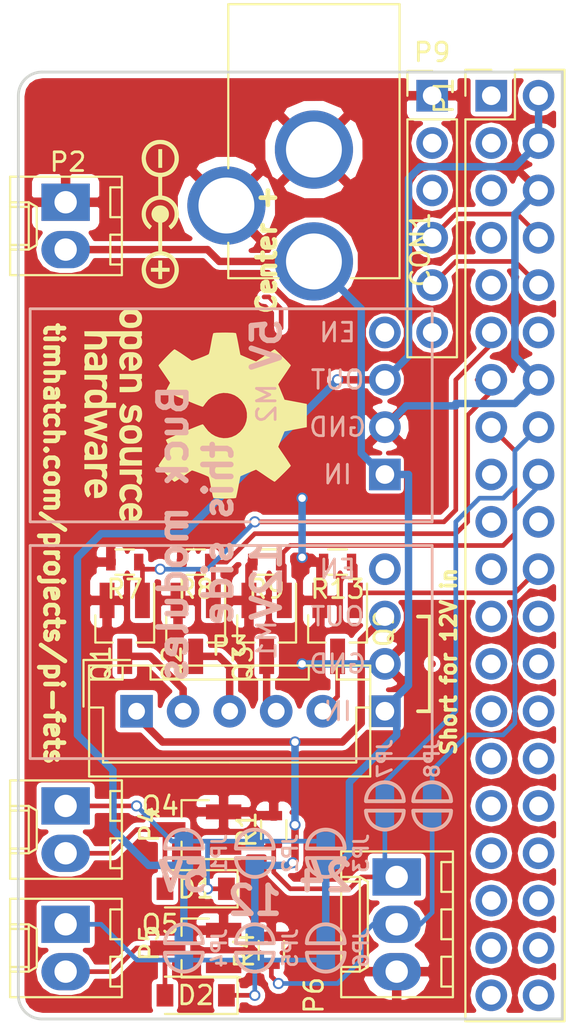
<source format=kicad_pcb>
(kicad_pcb (version 4) (host pcbnew 4.0.6)

  (general
    (links 66)
    (no_connects 0)
    (area 143.434999 74.219999 172.795001 125.170001)
    (thickness 1.6)
    (drawings 18)
    (tracks 224)
    (zones 0)
    (modules 34)
    (nets 23)
  )

  (page A4)
  (layers
    (0 F.Cu signal)
    (31 B.Cu signal)
    (32 B.Adhes user)
    (33 F.Adhes user)
    (34 B.Paste user)
    (35 F.Paste user)
    (36 B.SilkS user)
    (37 F.SilkS user)
    (38 B.Mask user)
    (39 F.Mask user)
    (40 Dwgs.User user)
    (41 Cmts.User user)
    (42 Eco1.User user)
    (43 Eco2.User user)
    (44 Edge.Cuts user)
    (45 Margin user)
    (46 B.CrtYd user)
    (47 F.CrtYd user)
    (48 B.Fab user)
    (49 F.Fab user)
  )

  (setup
    (last_trace_width 0.25)
    (trace_clearance 0.2)
    (zone_clearance 0.254)
    (zone_45_only no)
    (trace_min 0.2)
    (segment_width 0.2)
    (edge_width 0.15)
    (via_size 0.6)
    (via_drill 0.4)
    (via_min_size 0.4)
    (via_min_drill 0.3)
    (uvia_size 0.3)
    (uvia_drill 0.1)
    (uvias_allowed no)
    (uvia_min_size 0.2)
    (uvia_min_drill 0.1)
    (pcb_text_width 0.3)
    (pcb_text_size 1.5 1.5)
    (mod_edge_width 0.15)
    (mod_text_size 1 1)
    (mod_text_width 0.15)
    (pad_size 1.524 1.524)
    (pad_drill 0.762)
    (pad_to_mask_clearance 0.2)
    (aux_axis_origin 143.51 74.295)
    (visible_elements 7FFFFF1F)
    (pcbplotparams
      (layerselection 0x010f0_80000001)
      (usegerberextensions true)
      (excludeedgelayer true)
      (linewidth 0.100000)
      (plotframeref false)
      (viasonmask false)
      (mode 1)
      (useauxorigin true)
      (hpglpennumber 1)
      (hpglpenspeed 20)
      (hpglpendiameter 15)
      (hpglpenoverlay 2)
      (psnegative false)
      (psa4output false)
      (plotreference true)
      (plotvalue true)
      (plotinvisibletext false)
      (padsonsilk false)
      (subtractmaskfromsilk false)
      (outputformat 1)
      (mirror false)
      (drillshape 0)
      (scaleselection 1)
      (outputdirectory gerber/))
  )

  (net 0 "")
  (net 1 +24V)
  (net 2 GND)
  (net 3 +12V)
  (net 4 R_PIN)
  (net 5 G_PIN)
  (net 6 B_PIN)
  (net 7 ~R_OUT)
  (net 8 ~G_OUT)
  (net 9 ~B_OUT)
  (net 10 EXT_A)
  (net 11 EXT_B)
  (net 12 "Net-(D1-Pad1)")
  (net 13 "Net-(D2-Pad1)")
  (net 14 "Net-(D1-Pad2)")
  (net 15 "Net-(D2-Pad2)")
  (net 16 +5V)
  (net 17 "Net-(JP7-Pad2)")
  (net 18 "Net-(JP8-Pad2)")
  (net 19 TXD)
  (net 20 RXD)
  (net 21 W_PIN)
  (net 22 ~W_OUT)

  (net_class Default "This is the default net class."
    (clearance 0.2)
    (trace_width 0.25)
    (via_dia 0.6)
    (via_drill 0.4)
    (uvia_dia 0.3)
    (uvia_drill 0.1)
    (add_net B_PIN)
    (add_net EXT_A)
    (add_net EXT_B)
    (add_net G_PIN)
    (add_net "Net-(D1-Pad1)")
    (add_net "Net-(D1-Pad2)")
    (add_net "Net-(D2-Pad1)")
    (add_net "Net-(D2-Pad2)")
    (add_net "Net-(JP7-Pad2)")
    (add_net "Net-(JP8-Pad2)")
    (add_net RXD)
    (add_net R_PIN)
    (add_net TXD)
    (add_net W_PIN)
  )

  (net_class "High Current" ""
    (clearance 0.2)
    (trace_width 0.4)
    (via_dia 0.6)
    (via_drill 0.4)
    (uvia_dia 0.3)
    (uvia_drill 0.1)
    (add_net +12V)
    (add_net +24V)
    (add_net +5V)
    (add_net GND)
    (add_net ~B_OUT)
    (add_net ~G_OUT)
    (add_net ~R_OUT)
    (add_net ~W_OUT)
  )

  (module Pin_Headers:Pin_Header_Straight_2x20_Pitch2.54mm (layer F.Cu) (tedit 58C6CA38) (tstamp 58C207BD)
    (at 168.91 75.565)
    (descr "Through hole straight pin header, 2x20, 2.54mm pitch, double rows")
    (tags "Through hole pin header THT 2x20 2.54mm double row")
    (path /58C206E9)
    (fp_text reference P1 (at -2.54 0 90) (layer F.SilkS)
      (effects (font (size 1 1) (thickness 0.15)))
    )
    (fp_text value CONN_02X20 (at 1.27 50.65) (layer F.Fab)
      (effects (font (size 1 1) (thickness 0.15)))
    )
    (fp_line (start -1.27 -1.27) (end -1.27 49.53) (layer F.Fab) (width 0.1))
    (fp_line (start -1.27 49.53) (end 3.81 49.53) (layer F.Fab) (width 0.1))
    (fp_line (start 3.81 49.53) (end 3.81 -1.27) (layer F.Fab) (width 0.1))
    (fp_line (start 3.81 -1.27) (end -1.27 -1.27) (layer F.Fab) (width 0.1))
    (fp_line (start -1.39 1.27) (end -1.39 49.65) (layer F.SilkS) (width 0.12))
    (fp_line (start -1.39 49.65) (end 3.93 49.65) (layer F.SilkS) (width 0.12))
    (fp_line (start 3.93 49.65) (end 3.93 -1.39) (layer F.SilkS) (width 0.12))
    (fp_line (start 3.93 -1.39) (end 1.27 -1.39) (layer F.SilkS) (width 0.12))
    (fp_line (start 1.27 -1.39) (end 1.27 1.27) (layer F.SilkS) (width 0.12))
    (fp_line (start 1.27 1.27) (end -1.39 1.27) (layer F.SilkS) (width 0.12))
    (fp_line (start -1.39 0) (end -1.39 -1.39) (layer F.SilkS) (width 0.12))
    (fp_line (start -1.39 -1.39) (end 0 -1.39) (layer F.SilkS) (width 0.12))
    (fp_line (start -1.6 -1.6) (end -1.6 49.8) (layer F.CrtYd) (width 0.05))
    (fp_line (start -1.6 49.8) (end 4.1 49.8) (layer F.CrtYd) (width 0.05))
    (fp_line (start 4.1 49.8) (end 4.1 -1.6) (layer F.CrtYd) (width 0.05))
    (fp_line (start 4.1 -1.6) (end -1.6 -1.6) (layer F.CrtYd) (width 0.05))
    (pad 1 thru_hole rect (at 0 0) (size 1.7 1.7) (drill 1) (layers *.Cu *.Mask))
    (pad 2 thru_hole oval (at 2.54 0) (size 1.7 1.7) (drill 1) (layers *.Cu *.Mask)
      (net 16 +5V))
    (pad 3 thru_hole oval (at 0 2.54) (size 1.7 1.7) (drill 1) (layers *.Cu *.Mask))
    (pad 4 thru_hole oval (at 2.54 2.54) (size 1.7 1.7) (drill 1) (layers *.Cu *.Mask)
      (net 16 +5V))
    (pad 5 thru_hole oval (at 0 5.08) (size 1.7 1.7) (drill 1) (layers *.Cu *.Mask))
    (pad 6 thru_hole oval (at 2.54 5.08) (size 1.7 1.7) (drill 1) (layers *.Cu *.Mask)
      (net 2 GND))
    (pad 7 thru_hole oval (at 0 7.62) (size 1.7 1.7) (drill 1) (layers *.Cu *.Mask))
    (pad 8 thru_hole oval (at 2.54 7.62) (size 1.7 1.7) (drill 1) (layers *.Cu *.Mask)
      (net 19 TXD))
    (pad 9 thru_hole oval (at 0 10.16) (size 1.7 1.7) (drill 1) (layers *.Cu *.Mask))
    (pad 10 thru_hole oval (at 2.54 10.16) (size 1.7 1.7) (drill 1) (layers *.Cu *.Mask)
      (net 20 RXD))
    (pad 11 thru_hole oval (at 0 12.7) (size 1.7 1.7) (drill 1) (layers *.Cu *.Mask)
      (net 4 R_PIN))
    (pad 12 thru_hole oval (at 2.54 12.7) (size 1.7 1.7) (drill 1) (layers *.Cu *.Mask))
    (pad 13 thru_hole oval (at 0 15.24) (size 1.7 1.7) (drill 1) (layers *.Cu *.Mask)
      (net 5 G_PIN))
    (pad 14 thru_hole oval (at 2.54 15.24) (size 1.7 1.7) (drill 1) (layers *.Cu *.Mask)
      (net 2 GND))
    (pad 15 thru_hole oval (at 0 17.78) (size 1.7 1.7) (drill 1) (layers *.Cu *.Mask)
      (net 6 B_PIN))
    (pad 16 thru_hole oval (at 2.54 17.78) (size 1.7 1.7) (drill 1) (layers *.Cu *.Mask)
      (net 17 "Net-(JP7-Pad2)"))
    (pad 17 thru_hole oval (at 0 20.32) (size 1.7 1.7) (drill 1) (layers *.Cu *.Mask))
    (pad 18 thru_hole oval (at 2.54 20.32) (size 1.7 1.7) (drill 1) (layers *.Cu *.Mask)
      (net 18 "Net-(JP8-Pad2)"))
    (pad 19 thru_hole oval (at 0 22.86) (size 1.7 1.7) (drill 1) (layers *.Cu *.Mask))
    (pad 20 thru_hole oval (at 2.54 22.86) (size 1.7 1.7) (drill 1) (layers *.Cu *.Mask))
    (pad 21 thru_hole oval (at 0 25.4) (size 1.7 1.7) (drill 1) (layers *.Cu *.Mask))
    (pad 22 thru_hole oval (at 2.54 25.4) (size 1.7 1.7) (drill 1) (layers *.Cu *.Mask)
      (net 21 W_PIN))
    (pad 23 thru_hole oval (at 0 27.94) (size 1.7 1.7) (drill 1) (layers *.Cu *.Mask))
    (pad 24 thru_hole oval (at 2.54 27.94) (size 1.7 1.7) (drill 1) (layers *.Cu *.Mask))
    (pad 25 thru_hole oval (at 0 30.48) (size 1.7 1.7) (drill 1) (layers *.Cu *.Mask))
    (pad 26 thru_hole oval (at 2.54 30.48) (size 1.7 1.7) (drill 1) (layers *.Cu *.Mask))
    (pad 27 thru_hole oval (at 0 33.02) (size 1.7 1.7) (drill 1) (layers *.Cu *.Mask))
    (pad 28 thru_hole oval (at 2.54 33.02) (size 1.7 1.7) (drill 1) (layers *.Cu *.Mask))
    (pad 29 thru_hole oval (at 0 35.56) (size 1.7 1.7) (drill 1) (layers *.Cu *.Mask))
    (pad 30 thru_hole oval (at 2.54 35.56) (size 1.7 1.7) (drill 1) (layers *.Cu *.Mask))
    (pad 31 thru_hole oval (at 0 38.1) (size 1.7 1.7) (drill 1) (layers *.Cu *.Mask))
    (pad 32 thru_hole oval (at 2.54 38.1) (size 1.7 1.7) (drill 1) (layers *.Cu *.Mask))
    (pad 33 thru_hole oval (at 0 40.64) (size 1.7 1.7) (drill 1) (layers *.Cu *.Mask))
    (pad 34 thru_hole oval (at 2.54 40.64) (size 1.7 1.7) (drill 1) (layers *.Cu *.Mask))
    (pad 35 thru_hole oval (at 0 43.18) (size 1.7 1.7) (drill 1) (layers *.Cu *.Mask))
    (pad 36 thru_hole oval (at 2.54 43.18) (size 1.7 1.7) (drill 1) (layers *.Cu *.Mask))
    (pad 37 thru_hole oval (at 0 45.72) (size 1.7 1.7) (drill 1) (layers *.Cu *.Mask))
    (pad 38 thru_hole oval (at 2.54 45.72) (size 1.7 1.7) (drill 1) (layers *.Cu *.Mask))
    (pad 39 thru_hole oval (at 0 48.26) (size 1.7 1.7) (drill 1) (layers *.Cu *.Mask))
    (pad 40 thru_hole oval (at 2.54 48.26) (size 1.7 1.7) (drill 1) (layers *.Cu *.Mask))
    (model Pin_Headers.3dshapes/Pin_Header_Straight_2x20_Pitch2.54mm.wrl
      (at (xyz 0.05 -0.95 0))
      (scale (xyz 1 1 1))
      (rotate (xyz 0 0 90))
    )
  )

  (module Connectors-Tim:BARREL_JACK (layer F.Cu) (tedit 58C6CA17) (tstamp 58C328BD)
    (at 159.385 84.455 270)
    (descr "DC Barrel Jack")
    (tags "Power Jack")
    (path /58C20349)
    (fp_text reference CON1 (at -0.635 -5.715 450) (layer F.SilkS)
      (effects (font (size 1 1) (thickness 0.15)))
    )
    (fp_text value BARREL_JACK (at -6.2 -5.5 270) (layer F.Fab)
      (effects (font (size 1 1) (thickness 0.15)))
    )
    (fp_line (start 1 -4.5) (end 1 -4.75) (layer F.CrtYd) (width 0.05))
    (fp_line (start 1 -4.75) (end -14 -4.75) (layer F.CrtYd) (width 0.05))
    (fp_line (start 1 -4.5) (end 1 -2) (layer F.CrtYd) (width 0.05))
    (fp_line (start 1 -2) (end 2 -2) (layer F.CrtYd) (width 0.05))
    (fp_line (start 2 -2) (end 2 2) (layer F.CrtYd) (width 0.05))
    (fp_line (start 2 2) (end 1 2) (layer F.CrtYd) (width 0.05))
    (fp_line (start 1 2) (end 1 4.75) (layer F.CrtYd) (width 0.05))
    (fp_line (start 1 4.75) (end -1 4.75) (layer F.CrtYd) (width 0.05))
    (fp_line (start -1 4.75) (end -1 6.75) (layer F.CrtYd) (width 0.05))
    (fp_line (start -1 6.75) (end -5 6.75) (layer F.CrtYd) (width 0.05))
    (fp_line (start -5 6.75) (end -5 4.75) (layer F.CrtYd) (width 0.05))
    (fp_line (start -5 4.75) (end -14 4.75) (layer F.CrtYd) (width 0.05))
    (fp_line (start -14 4.75) (end -14 -4.75) (layer F.CrtYd) (width 0.05))
    (fp_line (start -5 4.6) (end -13.8 4.6) (layer F.SilkS) (width 0.12))
    (fp_line (start -13.8 4.6) (end -13.8 -4.6) (layer F.SilkS) (width 0.12))
    (fp_line (start 0.9 1.9) (end 0.9 4.6) (layer F.SilkS) (width 0.12))
    (fp_line (start 0.9 4.6) (end -1 4.6) (layer F.SilkS) (width 0.12))
    (fp_line (start -13.8 -4.6) (end 0.9 -4.6) (layer F.SilkS) (width 0.12))
    (fp_line (start 0.9 -4.6) (end 0.9 -2) (layer F.SilkS) (width 0.12))
    (fp_line (start -10.2 -4.5) (end -10.2 4.5) (layer F.Fab) (width 0.1))
    (fp_line (start -13.7 -4.5) (end -13.7 4.5) (layer F.Fab) (width 0.1))
    (fp_line (start -13.7 4.5) (end 0.8 4.5) (layer F.Fab) (width 0.1))
    (fp_line (start 0.8 4.5) (end 0.8 -4.5) (layer F.Fab) (width 0.1))
    (fp_line (start 0.8 -4.5) (end -13.7 -4.5) (layer F.Fab) (width 0.1))
    (pad 1 thru_hole circle (at 0 0 270) (size 4.2 4.2) (drill 3) (layers *.Cu *.Mask)
      (net 1 +24V))
    (pad 2 thru_hole circle (at -6 0 270) (size 4.2 4.2) (drill 3) (layers *.Cu *.Mask)
      (net 2 GND))
    (pad 3 thru_hole circle (at -3 4.7 270) (size 4.2 4.2) (drill 3) (layers *.Cu *.Mask)
      (net 2 GND))
  )

  (module Connectors_Molex:Molex_KK-6410-02_02x2.54mm_Straight (layer F.Cu) (tedit 56C6219C) (tstamp 58C3293F)
    (at 146.05 120.015 270)
    (descr "Connector Headers with Friction Lock, 22-27-2021, http://www.molex.com/pdm_docs/sd/022272021_sd.pdf")
    (tags "connector molex kk_6410 22-27-2021")
    (path /58C312B1)
    (fp_text reference P5 (at 1 -4.5 270) (layer F.SilkS)
      (effects (font (size 1 1) (thickness 0.15)))
    )
    (fp_text value CONN_01X02 (at 1.27 4.5 270) (layer F.Fab)
      (effects (font (size 1 1) (thickness 0.15)))
    )
    (fp_line (start -1.37 -3.02) (end -1.37 2.98) (layer F.SilkS) (width 0.12))
    (fp_line (start -1.37 2.98) (end 3.91 2.98) (layer F.SilkS) (width 0.12))
    (fp_line (start 3.91 2.98) (end 3.91 -3.02) (layer F.SilkS) (width 0.12))
    (fp_line (start 3.91 -3.02) (end -1.37 -3.02) (layer F.SilkS) (width 0.12))
    (fp_line (start 0 2.98) (end 0 1.98) (layer F.SilkS) (width 0.12))
    (fp_line (start 0 1.98) (end 2.54 1.98) (layer F.SilkS) (width 0.12))
    (fp_line (start 2.54 1.98) (end 2.54 2.98) (layer F.SilkS) (width 0.12))
    (fp_line (start 0 1.98) (end 0.25 1.55) (layer F.SilkS) (width 0.12))
    (fp_line (start 0.25 1.55) (end 2.29 1.55) (layer F.SilkS) (width 0.12))
    (fp_line (start 2.29 1.55) (end 2.54 1.98) (layer F.SilkS) (width 0.12))
    (fp_line (start 0.25 2.98) (end 0.25 1.98) (layer F.SilkS) (width 0.12))
    (fp_line (start 2.29 2.98) (end 2.29 1.98) (layer F.SilkS) (width 0.12))
    (fp_line (start -0.8 -3.02) (end -0.8 -2.4) (layer F.SilkS) (width 0.12))
    (fp_line (start -0.8 -2.4) (end 0.8 -2.4) (layer F.SilkS) (width 0.12))
    (fp_line (start 0.8 -2.4) (end 0.8 -3.02) (layer F.SilkS) (width 0.12))
    (fp_line (start 1.74 -3.02) (end 1.74 -2.4) (layer F.SilkS) (width 0.12))
    (fp_line (start 1.74 -2.4) (end 3.34 -2.4) (layer F.SilkS) (width 0.12))
    (fp_line (start 3.34 -2.4) (end 3.34 -3.02) (layer F.SilkS) (width 0.12))
    (fp_line (start -1.9 3.5) (end -1.9 -3.55) (layer F.CrtYd) (width 0.05))
    (fp_line (start -1.9 -3.55) (end 4.45 -3.55) (layer F.CrtYd) (width 0.05))
    (fp_line (start 4.45 -3.55) (end 4.45 3.5) (layer F.CrtYd) (width 0.05))
    (fp_line (start 4.45 3.5) (end -1.9 3.5) (layer F.CrtYd) (width 0.05))
    (pad 1 thru_hole rect (at 0 0 270) (size 2 2.6) (drill 1.2) (layers *.Cu *.Mask)
      (net 13 "Net-(D2-Pad1)"))
    (pad 2 thru_hole oval (at 2.54 0 270) (size 2 2.6) (drill 1.2) (layers *.Cu *.Mask)
      (net 15 "Net-(D2-Pad2)"))
  )

  (module Connectors_Molex:Molex_KK-6410-03_03x2.54mm_Straight (layer F.Cu) (tedit 58C6C7F7) (tstamp 58C6C087)
    (at 163.83 117.475 270)
    (descr "Connector Headers with Friction Lock, 22-27-2031, http://www.molex.com/pdm_docs/sd/022272021_sd.pdf")
    (tags "connector molex kk_6410 22-27-2031")
    (path /58C33384)
    (fp_text reference P6 (at 6.35 4.445 270) (layer F.SilkS)
      (effects (font (size 1 1) (thickness 0.15)))
    )
    (fp_text value CONN_01X03 (at 2.54 4.5 270) (layer F.Fab)
      (effects (font (size 1 1) (thickness 0.15)))
    )
    (fp_line (start -1.37 -3.02) (end -1.37 2.98) (layer F.SilkS) (width 0.12))
    (fp_line (start -1.37 2.98) (end 6.45 2.98) (layer F.SilkS) (width 0.12))
    (fp_line (start 6.45 2.98) (end 6.45 -3.02) (layer F.SilkS) (width 0.12))
    (fp_line (start 6.45 -3.02) (end -1.37 -3.02) (layer F.SilkS) (width 0.12))
    (fp_line (start 0 2.98) (end 0 1.98) (layer F.SilkS) (width 0.12))
    (fp_line (start 0 1.98) (end 5.08 1.98) (layer F.SilkS) (width 0.12))
    (fp_line (start 5.08 1.98) (end 5.08 2.98) (layer F.SilkS) (width 0.12))
    (fp_line (start 0 1.98) (end 0.25 1.55) (layer F.SilkS) (width 0.12))
    (fp_line (start 0.25 1.55) (end 4.83 1.55) (layer F.SilkS) (width 0.12))
    (fp_line (start 4.83 1.55) (end 5.08 1.98) (layer F.SilkS) (width 0.12))
    (fp_line (start 0.25 2.98) (end 0.25 1.98) (layer F.SilkS) (width 0.12))
    (fp_line (start 4.83 2.98) (end 4.83 1.98) (layer F.SilkS) (width 0.12))
    (fp_line (start -0.8 -3.02) (end -0.8 -2.4) (layer F.SilkS) (width 0.12))
    (fp_line (start -0.8 -2.4) (end 0.8 -2.4) (layer F.SilkS) (width 0.12))
    (fp_line (start 0.8 -2.4) (end 0.8 -3.02) (layer F.SilkS) (width 0.12))
    (fp_line (start 1.74 -3.02) (end 1.74 -2.4) (layer F.SilkS) (width 0.12))
    (fp_line (start 1.74 -2.4) (end 3.34 -2.4) (layer F.SilkS) (width 0.12))
    (fp_line (start 3.34 -2.4) (end 3.34 -3.02) (layer F.SilkS) (width 0.12))
    (fp_line (start 4.28 -3.02) (end 4.28 -2.4) (layer F.SilkS) (width 0.12))
    (fp_line (start 4.28 -2.4) (end 5.88 -2.4) (layer F.SilkS) (width 0.12))
    (fp_line (start 5.88 -2.4) (end 5.88 -3.02) (layer F.SilkS) (width 0.12))
    (fp_line (start -1.9 3.5) (end -1.9 -3.55) (layer F.CrtYd) (width 0.05))
    (fp_line (start -1.9 -3.55) (end 7 -3.55) (layer F.CrtYd) (width 0.05))
    (fp_line (start 7 -3.55) (end 7 3.5) (layer F.CrtYd) (width 0.05))
    (fp_line (start 7 3.5) (end -1.9 3.5) (layer F.CrtYd) (width 0.05))
    (pad 1 thru_hole rect (at 0 0 270) (size 2 2.6) (drill 1.2) (layers *.Cu *.Mask)
      (net 10 EXT_A))
    (pad 2 thru_hole oval (at 2.54 0 270) (size 2 2.6) (drill 1.2) (layers *.Cu *.Mask)
      (net 11 EXT_B))
    (pad 3 thru_hole oval (at 5.08 0 270) (size 2 2.6) (drill 1.2) (layers *.Cu *.Mask)
      (net 2 GND))
  )

  (module TO_SOT_Packages_SMD:SOT-23_Handsoldering (layer F.Cu) (tedit 58C20A6F) (tstamp 58C207D0)
    (at 149.225 104.14 270)
    (descr "SOT-23, Handsoldering")
    (tags SOT-23)
    (path /58C20932)
    (attr smd)
    (fp_text reference Q1 (at 1.905 1.27 270) (layer F.SilkS)
      (effects (font (size 1 1) (thickness 0.15)))
    )
    (fp_text value Q_NMOS_GSD (at 0 2.5 270) (layer F.Fab)
      (effects (font (size 1 1) (thickness 0.15)))
    )
    (fp_line (start 0.76 1.58) (end 0.76 0.65) (layer F.SilkS) (width 0.12))
    (fp_line (start 0.76 -1.58) (end 0.76 -0.65) (layer F.SilkS) (width 0.12))
    (fp_line (start -2.7 -1.75) (end 2.7 -1.75) (layer F.CrtYd) (width 0.05))
    (fp_line (start 2.7 -1.75) (end 2.7 1.75) (layer F.CrtYd) (width 0.05))
    (fp_line (start 2.7 1.75) (end -2.7 1.75) (layer F.CrtYd) (width 0.05))
    (fp_line (start -2.7 1.75) (end -2.7 -1.75) (layer F.CrtYd) (width 0.05))
    (fp_line (start 0.76 -1.58) (end -2.4 -1.58) (layer F.SilkS) (width 0.12))
    (fp_line (start -0.7 -0.95) (end -0.7 1.5) (layer F.Fab) (width 0.1))
    (fp_line (start -0.15 -1.52) (end 0.7 -1.52) (layer F.Fab) (width 0.1))
    (fp_line (start -0.7 -0.95) (end -0.15 -1.52) (layer F.Fab) (width 0.1))
    (fp_line (start 0.7 -1.52) (end 0.7 1.52) (layer F.Fab) (width 0.1))
    (fp_line (start -0.7 1.52) (end 0.7 1.52) (layer F.Fab) (width 0.1))
    (fp_line (start 0.76 1.58) (end -0.7 1.58) (layer F.SilkS) (width 0.12))
    (pad 1 smd rect (at -1.5 -0.95 270) (size 1.9 0.8) (layers F.Cu F.Paste F.Mask)
      (net 4 R_PIN))
    (pad 2 smd rect (at -1.5 0.95 270) (size 1.9 0.8) (layers F.Cu F.Paste F.Mask)
      (net 2 GND))
    (pad 3 smd rect (at 1.5 0 270) (size 1.9 0.8) (layers F.Cu F.Paste F.Mask)
      (net 7 ~R_OUT))
    (model TO_SOT_Packages_SMD.3dshapes\SOT-23_Handsoldering.wrl
      (at (xyz 0 0 0))
      (scale (xyz 1 1 1))
      (rotate (xyz 0 0 90))
    )
  )

  (module TO_SOT_Packages_SMD:SOT-23_Handsoldering (layer F.Cu) (tedit 58C20A72) (tstamp 58C207D7)
    (at 153.035 104.14 270)
    (descr "SOT-23, Handsoldering")
    (tags SOT-23)
    (path /58C20C21)
    (attr smd)
    (fp_text reference Q2 (at 1.905 1.27 270) (layer F.SilkS)
      (effects (font (size 1 1) (thickness 0.15)))
    )
    (fp_text value Q_NMOS_GSD (at 0 2.5 270) (layer F.Fab)
      (effects (font (size 1 1) (thickness 0.15)))
    )
    (fp_line (start 0.76 1.58) (end 0.76 0.65) (layer F.SilkS) (width 0.12))
    (fp_line (start 0.76 -1.58) (end 0.76 -0.65) (layer F.SilkS) (width 0.12))
    (fp_line (start -2.7 -1.75) (end 2.7 -1.75) (layer F.CrtYd) (width 0.05))
    (fp_line (start 2.7 -1.75) (end 2.7 1.75) (layer F.CrtYd) (width 0.05))
    (fp_line (start 2.7 1.75) (end -2.7 1.75) (layer F.CrtYd) (width 0.05))
    (fp_line (start -2.7 1.75) (end -2.7 -1.75) (layer F.CrtYd) (width 0.05))
    (fp_line (start 0.76 -1.58) (end -2.4 -1.58) (layer F.SilkS) (width 0.12))
    (fp_line (start -0.7 -0.95) (end -0.7 1.5) (layer F.Fab) (width 0.1))
    (fp_line (start -0.15 -1.52) (end 0.7 -1.52) (layer F.Fab) (width 0.1))
    (fp_line (start -0.7 -0.95) (end -0.15 -1.52) (layer F.Fab) (width 0.1))
    (fp_line (start 0.7 -1.52) (end 0.7 1.52) (layer F.Fab) (width 0.1))
    (fp_line (start -0.7 1.52) (end 0.7 1.52) (layer F.Fab) (width 0.1))
    (fp_line (start 0.76 1.58) (end -0.7 1.58) (layer F.SilkS) (width 0.12))
    (pad 1 smd rect (at -1.5 -0.95 270) (size 1.9 0.8) (layers F.Cu F.Paste F.Mask)
      (net 5 G_PIN))
    (pad 2 smd rect (at -1.5 0.95 270) (size 1.9 0.8) (layers F.Cu F.Paste F.Mask)
      (net 2 GND))
    (pad 3 smd rect (at 1.5 0 270) (size 1.9 0.8) (layers F.Cu F.Paste F.Mask)
      (net 8 ~G_OUT))
    (model TO_SOT_Packages_SMD.3dshapes\SOT-23_Handsoldering.wrl
      (at (xyz 0 0 0))
      (scale (xyz 1 1 1))
      (rotate (xyz 0 0 90))
    )
  )

  (module TO_SOT_Packages_SMD:SOT-23_Handsoldering (layer F.Cu) (tedit 58C20A75) (tstamp 58C207DE)
    (at 156.845 104.14 270)
    (descr "SOT-23, Handsoldering")
    (tags SOT-23)
    (path /58C20C6B)
    (attr smd)
    (fp_text reference Q3 (at 1.905 1.27 270) (layer F.SilkS)
      (effects (font (size 1 1) (thickness 0.15)))
    )
    (fp_text value Q_NMOS_GSD (at 0 2.5 270) (layer F.Fab)
      (effects (font (size 1 1) (thickness 0.15)))
    )
    (fp_line (start 0.76 1.58) (end 0.76 0.65) (layer F.SilkS) (width 0.12))
    (fp_line (start 0.76 -1.58) (end 0.76 -0.65) (layer F.SilkS) (width 0.12))
    (fp_line (start -2.7 -1.75) (end 2.7 -1.75) (layer F.CrtYd) (width 0.05))
    (fp_line (start 2.7 -1.75) (end 2.7 1.75) (layer F.CrtYd) (width 0.05))
    (fp_line (start 2.7 1.75) (end -2.7 1.75) (layer F.CrtYd) (width 0.05))
    (fp_line (start -2.7 1.75) (end -2.7 -1.75) (layer F.CrtYd) (width 0.05))
    (fp_line (start 0.76 -1.58) (end -2.4 -1.58) (layer F.SilkS) (width 0.12))
    (fp_line (start -0.7 -0.95) (end -0.7 1.5) (layer F.Fab) (width 0.1))
    (fp_line (start -0.15 -1.52) (end 0.7 -1.52) (layer F.Fab) (width 0.1))
    (fp_line (start -0.7 -0.95) (end -0.15 -1.52) (layer F.Fab) (width 0.1))
    (fp_line (start 0.7 -1.52) (end 0.7 1.52) (layer F.Fab) (width 0.1))
    (fp_line (start -0.7 1.52) (end 0.7 1.52) (layer F.Fab) (width 0.1))
    (fp_line (start 0.76 1.58) (end -0.7 1.58) (layer F.SilkS) (width 0.12))
    (pad 1 smd rect (at -1.5 -0.95 270) (size 1.9 0.8) (layers F.Cu F.Paste F.Mask)
      (net 6 B_PIN))
    (pad 2 smd rect (at -1.5 0.95 270) (size 1.9 0.8) (layers F.Cu F.Paste F.Mask)
      (net 2 GND))
    (pad 3 smd rect (at 1.5 0 270) (size 1.9 0.8) (layers F.Cu F.Paste F.Mask)
      (net 9 ~B_OUT))
    (model TO_SOT_Packages_SMD.3dshapes\SOT-23_Handsoldering.wrl
      (at (xyz 0 0 0))
      (scale (xyz 1 1 1))
      (rotate (xyz 0 0 90))
    )
  )

  (module TO_SOT_Packages_SMD:SOT-23_Handsoldering (layer F.Cu) (tedit 58C6C504) (tstamp 58C3296F)
    (at 153.035 114.935 180)
    (descr "SOT-23, Handsoldering")
    (tags SOT-23)
    (path /58C30CA2)
    (attr smd)
    (fp_text reference Q4 (at 1.905 1.27 180) (layer F.SilkS)
      (effects (font (size 1 1) (thickness 0.15)))
    )
    (fp_text value Q_NMOS_GSD (at 0 2.5 180) (layer F.Fab)
      (effects (font (size 1 1) (thickness 0.15)))
    )
    (fp_line (start 0.76 1.58) (end 0.76 0.65) (layer F.SilkS) (width 0.12))
    (fp_line (start 0.76 -1.58) (end 0.76 -0.65) (layer F.SilkS) (width 0.12))
    (fp_line (start -2.7 -1.75) (end 2.7 -1.75) (layer F.CrtYd) (width 0.05))
    (fp_line (start 2.7 -1.75) (end 2.7 1.75) (layer F.CrtYd) (width 0.05))
    (fp_line (start 2.7 1.75) (end -2.7 1.75) (layer F.CrtYd) (width 0.05))
    (fp_line (start -2.7 1.75) (end -2.7 -1.75) (layer F.CrtYd) (width 0.05))
    (fp_line (start 0.76 -1.58) (end -2.4 -1.58) (layer F.SilkS) (width 0.12))
    (fp_line (start -0.7 -0.95) (end -0.7 1.5) (layer F.Fab) (width 0.1))
    (fp_line (start -0.15 -1.52) (end 0.7 -1.52) (layer F.Fab) (width 0.1))
    (fp_line (start -0.7 -0.95) (end -0.15 -1.52) (layer F.Fab) (width 0.1))
    (fp_line (start 0.7 -1.52) (end 0.7 1.52) (layer F.Fab) (width 0.1))
    (fp_line (start -0.7 1.52) (end 0.7 1.52) (layer F.Fab) (width 0.1))
    (fp_line (start 0.76 1.58) (end -0.7 1.58) (layer F.SilkS) (width 0.12))
    (pad 1 smd rect (at -1.5 -0.95 180) (size 1.9 0.8) (layers F.Cu F.Paste F.Mask)
      (net 10 EXT_A))
    (pad 2 smd rect (at -1.5 0.95 180) (size 1.9 0.8) (layers F.Cu F.Paste F.Mask)
      (net 2 GND))
    (pad 3 smd rect (at 1.5 0 180) (size 1.9 0.8) (layers F.Cu F.Paste F.Mask)
      (net 14 "Net-(D1-Pad2)"))
    (model TO_SOT_Packages_SMD.3dshapes\SOT-23_Handsoldering.wrl
      (at (xyz 0 0 0))
      (scale (xyz 1 1 1))
      (rotate (xyz 0 0 90))
    )
  )

  (module TO_SOT_Packages_SMD:SOT-23_Handsoldering (layer F.Cu) (tedit 58C6C50A) (tstamp 58C32983)
    (at 153.035 121.285 180)
    (descr "SOT-23, Handsoldering")
    (tags SOT-23)
    (path /58C30A76)
    (attr smd)
    (fp_text reference Q5 (at 1.905 1.27 180) (layer F.SilkS)
      (effects (font (size 1 1) (thickness 0.15)))
    )
    (fp_text value Q_NMOS_GSD (at 0 2.5 180) (layer F.Fab)
      (effects (font (size 1 1) (thickness 0.15)))
    )
    (fp_line (start 0.76 1.58) (end 0.76 0.65) (layer F.SilkS) (width 0.12))
    (fp_line (start 0.76 -1.58) (end 0.76 -0.65) (layer F.SilkS) (width 0.12))
    (fp_line (start -2.7 -1.75) (end 2.7 -1.75) (layer F.CrtYd) (width 0.05))
    (fp_line (start 2.7 -1.75) (end 2.7 1.75) (layer F.CrtYd) (width 0.05))
    (fp_line (start 2.7 1.75) (end -2.7 1.75) (layer F.CrtYd) (width 0.05))
    (fp_line (start -2.7 1.75) (end -2.7 -1.75) (layer F.CrtYd) (width 0.05))
    (fp_line (start 0.76 -1.58) (end -2.4 -1.58) (layer F.SilkS) (width 0.12))
    (fp_line (start -0.7 -0.95) (end -0.7 1.5) (layer F.Fab) (width 0.1))
    (fp_line (start -0.15 -1.52) (end 0.7 -1.52) (layer F.Fab) (width 0.1))
    (fp_line (start -0.7 -0.95) (end -0.15 -1.52) (layer F.Fab) (width 0.1))
    (fp_line (start 0.7 -1.52) (end 0.7 1.52) (layer F.Fab) (width 0.1))
    (fp_line (start -0.7 1.52) (end 0.7 1.52) (layer F.Fab) (width 0.1))
    (fp_line (start 0.76 1.58) (end -0.7 1.58) (layer F.SilkS) (width 0.12))
    (pad 1 smd rect (at -1.5 -0.95 180) (size 1.9 0.8) (layers F.Cu F.Paste F.Mask)
      (net 11 EXT_B))
    (pad 2 smd rect (at -1.5 0.95 180) (size 1.9 0.8) (layers F.Cu F.Paste F.Mask)
      (net 2 GND))
    (pad 3 smd rect (at 1.5 0 180) (size 1.9 0.8) (layers F.Cu F.Paste F.Mask)
      (net 15 "Net-(D2-Pad2)"))
    (model TO_SOT_Packages_SMD.3dshapes\SOT-23_Handsoldering.wrl
      (at (xyz 0 0 0))
      (scale (xyz 1 1 1))
      (rotate (xyz 0 0 90))
    )
  )

  (module jumper:SOLDER-JUMPER_1-WAY (layer B.Cu) (tedit 0) (tstamp 58C3356F)
    (at 152.4 116.205 270)
    (path /58C33AF7)
    (fp_text reference JP1 (at 0 -1.905 270) (layer B.SilkS)
      (effects (font (size 0.762 0.762) (thickness 0.1524)) (justify mirror))
    )
    (fp_text value Jumper_NO_Small (at 0 0 270) (layer B.SilkS) hide
      (effects (font (size 0.762 0.762) (thickness 0.1524)) (justify mirror))
    )
    (fp_line (start 0.254 -1.016) (end 0.254 1.016) (layer B.SilkS) (width 0.2032))
    (fp_line (start -0.254 1.016) (end -0.254 -1.016) (layer B.SilkS) (width 0.2032))
    (fp_arc (start 0.254 0) (end 1.27 0) (angle -90) (layer B.SilkS) (width 0.2032))
    (fp_arc (start 0.254 0) (end 0.254 1.016) (angle -90) (layer B.SilkS) (width 0.2032))
    (fp_arc (start -0.254 0) (end -1.27 0) (angle -90) (layer B.SilkS) (width 0.2032))
    (fp_arc (start -0.254 0) (end -0.254 -1.016) (angle -90) (layer B.SilkS) (width 0.2032))
    (pad 1 smd rect (at -0.65 0 270) (size 1 1) (layers B.Cu B.Paste B.Mask)
      (net 12 "Net-(D1-Pad1)"))
    (pad 2 smd rect (at 0.65 0 270) (size 1 1) (layers B.Cu B.Paste B.Mask)
      (net 16 +5V))
  )

  (module jumper:SOLDER-JUMPER_1-WAY (layer B.Cu) (tedit 0) (tstamp 58C33575)
    (at 156.21 116.205 270)
    (path /58C33BF3)
    (fp_text reference JP2 (at 0 -1.905 270) (layer B.SilkS)
      (effects (font (size 0.762 0.762) (thickness 0.1524)) (justify mirror))
    )
    (fp_text value Jumper_NO_Small (at 0 0 270) (layer B.SilkS) hide
      (effects (font (size 0.762 0.762) (thickness 0.1524)) (justify mirror))
    )
    (fp_line (start 0.254 -1.016) (end 0.254 1.016) (layer B.SilkS) (width 0.2032))
    (fp_line (start -0.254 1.016) (end -0.254 -1.016) (layer B.SilkS) (width 0.2032))
    (fp_arc (start 0.254 0) (end 1.27 0) (angle -90) (layer B.SilkS) (width 0.2032))
    (fp_arc (start 0.254 0) (end 0.254 1.016) (angle -90) (layer B.SilkS) (width 0.2032))
    (fp_arc (start -0.254 0) (end -1.27 0) (angle -90) (layer B.SilkS) (width 0.2032))
    (fp_arc (start -0.254 0) (end -0.254 -1.016) (angle -90) (layer B.SilkS) (width 0.2032))
    (pad 1 smd rect (at -0.65 0 270) (size 1 1) (layers B.Cu B.Paste B.Mask)
      (net 12 "Net-(D1-Pad1)"))
    (pad 2 smd rect (at 0.65 0 270) (size 1 1) (layers B.Cu B.Paste B.Mask)
      (net 3 +12V))
  )

  (module jumper:SOLDER-JUMPER_1-WAY (layer B.Cu) (tedit 0) (tstamp 58C3357B)
    (at 160.02 116.205 270)
    (path /58C33C5F)
    (fp_text reference JP3 (at 0 -1.905 270) (layer B.SilkS)
      (effects (font (size 0.762 0.762) (thickness 0.1524)) (justify mirror))
    )
    (fp_text value Jumper_NO_Small (at 0 0 270) (layer B.SilkS) hide
      (effects (font (size 0.762 0.762) (thickness 0.1524)) (justify mirror))
    )
    (fp_line (start 0.254 -1.016) (end 0.254 1.016) (layer B.SilkS) (width 0.2032))
    (fp_line (start -0.254 1.016) (end -0.254 -1.016) (layer B.SilkS) (width 0.2032))
    (fp_arc (start 0.254 0) (end 1.27 0) (angle -90) (layer B.SilkS) (width 0.2032))
    (fp_arc (start 0.254 0) (end 0.254 1.016) (angle -90) (layer B.SilkS) (width 0.2032))
    (fp_arc (start -0.254 0) (end -1.27 0) (angle -90) (layer B.SilkS) (width 0.2032))
    (fp_arc (start -0.254 0) (end -0.254 -1.016) (angle -90) (layer B.SilkS) (width 0.2032))
    (pad 1 smd rect (at -0.65 0 270) (size 1 1) (layers B.Cu B.Paste B.Mask)
      (net 12 "Net-(D1-Pad1)"))
    (pad 2 smd rect (at 0.65 0 270) (size 1 1) (layers B.Cu B.Paste B.Mask)
      (net 1 +24V))
  )

  (module jumper:SOLDER-JUMPER_1-WAY (layer B.Cu) (tedit 58C6E066) (tstamp 58C33581)
    (at 152.4 121.285 90)
    (path /58C33893)
    (fp_text reference JP4 (at 0 1.905 90) (layer B.SilkS)
      (effects (font (size 0.762 0.762) (thickness 0.1524)) (justify mirror))
    )
    (fp_text value Jumper_NO_Small (at 0 0 90) (layer B.SilkS) hide
      (effects (font (size 0.762 0.762) (thickness 0.1524)) (justify mirror))
    )
    (fp_line (start 0.254 -1.016) (end 0.254 1.016) (layer B.SilkS) (width 0.2032))
    (fp_line (start -0.254 1.016) (end -0.254 -1.016) (layer B.SilkS) (width 0.2032))
    (fp_arc (start 0.254 0) (end 1.27 0) (angle -90) (layer B.SilkS) (width 0.2032))
    (fp_arc (start 0.254 0) (end 0.254 1.016) (angle -90) (layer B.SilkS) (width 0.2032))
    (fp_arc (start -0.254 0) (end -1.27 0) (angle -90) (layer B.SilkS) (width 0.2032))
    (fp_arc (start -0.254 0) (end -0.254 -1.016) (angle -90) (layer B.SilkS) (width 0.2032))
    (pad 1 smd rect (at -0.65 0 90) (size 1 1) (layers B.Cu B.Paste B.Mask)
      (net 13 "Net-(D2-Pad1)"))
    (pad 2 smd rect (at 0.65 0 90) (size 1 1) (layers B.Cu B.Paste B.Mask)
      (net 16 +5V))
  )

  (module jumper:SOLDER-JUMPER_1-WAY (layer B.Cu) (tedit 58C6E061) (tstamp 58C33587)
    (at 156.21 121.285 90)
    (path /58C33990)
    (fp_text reference JP5 (at 0 1.905 90) (layer B.SilkS)
      (effects (font (size 0.762 0.762) (thickness 0.1524)) (justify mirror))
    )
    (fp_text value Jumper_NO_Small (at 0 0 90) (layer B.SilkS) hide
      (effects (font (size 0.762 0.762) (thickness 0.1524)) (justify mirror))
    )
    (fp_line (start 0.254 -1.016) (end 0.254 1.016) (layer B.SilkS) (width 0.2032))
    (fp_line (start -0.254 1.016) (end -0.254 -1.016) (layer B.SilkS) (width 0.2032))
    (fp_arc (start 0.254 0) (end 1.27 0) (angle -90) (layer B.SilkS) (width 0.2032))
    (fp_arc (start 0.254 0) (end 0.254 1.016) (angle -90) (layer B.SilkS) (width 0.2032))
    (fp_arc (start -0.254 0) (end -1.27 0) (angle -90) (layer B.SilkS) (width 0.2032))
    (fp_arc (start -0.254 0) (end -0.254 -1.016) (angle -90) (layer B.SilkS) (width 0.2032))
    (pad 1 smd rect (at -0.65 0 90) (size 1 1) (layers B.Cu B.Paste B.Mask)
      (net 13 "Net-(D2-Pad1)"))
    (pad 2 smd rect (at 0.65 0 90) (size 1 1) (layers B.Cu B.Paste B.Mask)
      (net 3 +12V))
  )

  (module jumper:SOLDER-JUMPER_1-WAY (layer B.Cu) (tedit 58C6E05B) (tstamp 58C3358D)
    (at 160.02 121.285 90)
    (path /58C339DC)
    (fp_text reference JP6 (at 0 1.905 90) (layer B.SilkS)
      (effects (font (size 0.762 0.762) (thickness 0.1524)) (justify mirror))
    )
    (fp_text value Jumper_NO_Small (at 0 0 90) (layer B.SilkS) hide
      (effects (font (size 0.762 0.762) (thickness 0.1524)) (justify mirror))
    )
    (fp_line (start 0.254 -1.016) (end 0.254 1.016) (layer B.SilkS) (width 0.2032))
    (fp_line (start -0.254 1.016) (end -0.254 -1.016) (layer B.SilkS) (width 0.2032))
    (fp_arc (start 0.254 0) (end 1.27 0) (angle -90) (layer B.SilkS) (width 0.2032))
    (fp_arc (start 0.254 0) (end 0.254 1.016) (angle -90) (layer B.SilkS) (width 0.2032))
    (fp_arc (start -0.254 0) (end -1.27 0) (angle -90) (layer B.SilkS) (width 0.2032))
    (fp_arc (start -0.254 0) (end -0.254 -1.016) (angle -90) (layer B.SilkS) (width 0.2032))
    (pad 1 smd rect (at -0.65 0 90) (size 1 1) (layers B.Cu B.Paste B.Mask)
      (net 13 "Net-(D2-Pad1)"))
    (pad 2 smd rect (at 0.65 0 90) (size 1 1) (layers B.Cu B.Paste B.Mask)
      (net 1 +24V))
  )

  (module Connectors_Molex:Molex_KK-6410-02_02x2.54mm_Straight (layer F.Cu) (tedit 58D6ACCA) (tstamp 58C6C071)
    (at 146.05 81.28 270)
    (descr "Connector Headers with Friction Lock, 22-27-2021, http://www.molex.com/pdm_docs/sd/022272021_sd.pdf")
    (tags "connector molex kk_6410 22-27-2021")
    (path /58C6C123)
    (fp_text reference P2 (at -2.159 -0.127 360) (layer F.SilkS)
      (effects (font (size 1 1) (thickness 0.15)))
    )
    (fp_text value CONN_01X02 (at 1.27 4.5 270) (layer F.Fab)
      (effects (font (size 1 1) (thickness 0.15)))
    )
    (fp_line (start -1.37 -3.02) (end -1.37 2.98) (layer F.SilkS) (width 0.12))
    (fp_line (start -1.37 2.98) (end 3.91 2.98) (layer F.SilkS) (width 0.12))
    (fp_line (start 3.91 2.98) (end 3.91 -3.02) (layer F.SilkS) (width 0.12))
    (fp_line (start 3.91 -3.02) (end -1.37 -3.02) (layer F.SilkS) (width 0.12))
    (fp_line (start 0 2.98) (end 0 1.98) (layer F.SilkS) (width 0.12))
    (fp_line (start 0 1.98) (end 2.54 1.98) (layer F.SilkS) (width 0.12))
    (fp_line (start 2.54 1.98) (end 2.54 2.98) (layer F.SilkS) (width 0.12))
    (fp_line (start 0 1.98) (end 0.25 1.55) (layer F.SilkS) (width 0.12))
    (fp_line (start 0.25 1.55) (end 2.29 1.55) (layer F.SilkS) (width 0.12))
    (fp_line (start 2.29 1.55) (end 2.54 1.98) (layer F.SilkS) (width 0.12))
    (fp_line (start 0.25 2.98) (end 0.25 1.98) (layer F.SilkS) (width 0.12))
    (fp_line (start 2.29 2.98) (end 2.29 1.98) (layer F.SilkS) (width 0.12))
    (fp_line (start -0.8 -3.02) (end -0.8 -2.4) (layer F.SilkS) (width 0.12))
    (fp_line (start -0.8 -2.4) (end 0.8 -2.4) (layer F.SilkS) (width 0.12))
    (fp_line (start 0.8 -2.4) (end 0.8 -3.02) (layer F.SilkS) (width 0.12))
    (fp_line (start 1.74 -3.02) (end 1.74 -2.4) (layer F.SilkS) (width 0.12))
    (fp_line (start 1.74 -2.4) (end 3.34 -2.4) (layer F.SilkS) (width 0.12))
    (fp_line (start 3.34 -2.4) (end 3.34 -3.02) (layer F.SilkS) (width 0.12))
    (fp_line (start -1.9 3.5) (end -1.9 -3.55) (layer F.CrtYd) (width 0.05))
    (fp_line (start -1.9 -3.55) (end 4.45 -3.55) (layer F.CrtYd) (width 0.05))
    (fp_line (start 4.45 -3.55) (end 4.45 3.5) (layer F.CrtYd) (width 0.05))
    (fp_line (start 4.45 3.5) (end -1.9 3.5) (layer F.CrtYd) (width 0.05))
    (pad 1 thru_hole rect (at 0 0 270) (size 2 2.6) (drill 1.2) (layers *.Cu *.Mask)
      (net 2 GND))
    (pad 2 thru_hole oval (at 2.54 0 270) (size 2 2.6) (drill 1.2) (layers *.Cu *.Mask)
      (net 1 +24V))
  )

  (module Connectors_Molex:Molex_KK-6410-02_02x2.54mm_Straight (layer F.Cu) (tedit 56C6219C) (tstamp 58C6C086)
    (at 146.05 113.665 270)
    (descr "Connector Headers with Friction Lock, 22-27-2021, http://www.molex.com/pdm_docs/sd/022272021_sd.pdf")
    (tags "connector molex kk_6410 22-27-2021")
    (path /58C31245)
    (fp_text reference P4 (at 1 -4.5 270) (layer F.SilkS)
      (effects (font (size 1 1) (thickness 0.15)))
    )
    (fp_text value CONN_01X02 (at 1.27 4.5 270) (layer F.Fab)
      (effects (font (size 1 1) (thickness 0.15)))
    )
    (fp_line (start -1.37 -3.02) (end -1.37 2.98) (layer F.SilkS) (width 0.12))
    (fp_line (start -1.37 2.98) (end 3.91 2.98) (layer F.SilkS) (width 0.12))
    (fp_line (start 3.91 2.98) (end 3.91 -3.02) (layer F.SilkS) (width 0.12))
    (fp_line (start 3.91 -3.02) (end -1.37 -3.02) (layer F.SilkS) (width 0.12))
    (fp_line (start 0 2.98) (end 0 1.98) (layer F.SilkS) (width 0.12))
    (fp_line (start 0 1.98) (end 2.54 1.98) (layer F.SilkS) (width 0.12))
    (fp_line (start 2.54 1.98) (end 2.54 2.98) (layer F.SilkS) (width 0.12))
    (fp_line (start 0 1.98) (end 0.25 1.55) (layer F.SilkS) (width 0.12))
    (fp_line (start 0.25 1.55) (end 2.29 1.55) (layer F.SilkS) (width 0.12))
    (fp_line (start 2.29 1.55) (end 2.54 1.98) (layer F.SilkS) (width 0.12))
    (fp_line (start 0.25 2.98) (end 0.25 1.98) (layer F.SilkS) (width 0.12))
    (fp_line (start 2.29 2.98) (end 2.29 1.98) (layer F.SilkS) (width 0.12))
    (fp_line (start -0.8 -3.02) (end -0.8 -2.4) (layer F.SilkS) (width 0.12))
    (fp_line (start -0.8 -2.4) (end 0.8 -2.4) (layer F.SilkS) (width 0.12))
    (fp_line (start 0.8 -2.4) (end 0.8 -3.02) (layer F.SilkS) (width 0.12))
    (fp_line (start 1.74 -3.02) (end 1.74 -2.4) (layer F.SilkS) (width 0.12))
    (fp_line (start 1.74 -2.4) (end 3.34 -2.4) (layer F.SilkS) (width 0.12))
    (fp_line (start 3.34 -2.4) (end 3.34 -3.02) (layer F.SilkS) (width 0.12))
    (fp_line (start -1.9 3.5) (end -1.9 -3.55) (layer F.CrtYd) (width 0.05))
    (fp_line (start -1.9 -3.55) (end 4.45 -3.55) (layer F.CrtYd) (width 0.05))
    (fp_line (start 4.45 -3.55) (end 4.45 3.5) (layer F.CrtYd) (width 0.05))
    (fp_line (start 4.45 3.5) (end -1.9 3.5) (layer F.CrtYd) (width 0.05))
    (pad 1 thru_hole rect (at 0 0 270) (size 2 2.6) (drill 1.2) (layers *.Cu *.Mask)
      (net 12 "Net-(D1-Pad1)"))
    (pad 2 thru_hole oval (at 2.54 0 270) (size 2 2.6) (drill 1.2) (layers *.Cu *.Mask)
      (net 14 "Net-(D1-Pad2)"))
  )

  (module Diodes_SMD:D_SOD-123 (layer F.Cu) (tedit 58D07AAA) (tstamp 58D07A51)
    (at 153.035 118.11 180)
    (descr SOD-123)
    (tags SOD-123)
    (path /58C6E383)
    (attr smd)
    (fp_text reference D1 (at 0 0 180) (layer F.SilkS)
      (effects (font (size 1 1) (thickness 0.15)))
    )
    (fp_text value D (at 0 2.1 180) (layer F.Fab)
      (effects (font (size 1 1) (thickness 0.15)))
    )
    (fp_line (start -2.25 -1) (end -2.25 1) (layer F.SilkS) (width 0.12))
    (fp_line (start 0.25 0) (end 0.75 0) (layer F.Fab) (width 0.1))
    (fp_line (start 0.25 0.4) (end -0.35 0) (layer F.Fab) (width 0.1))
    (fp_line (start 0.25 -0.4) (end 0.25 0.4) (layer F.Fab) (width 0.1))
    (fp_line (start -0.35 0) (end 0.25 -0.4) (layer F.Fab) (width 0.1))
    (fp_line (start -0.35 0) (end -0.35 0.55) (layer F.Fab) (width 0.1))
    (fp_line (start -0.35 0) (end -0.35 -0.55) (layer F.Fab) (width 0.1))
    (fp_line (start -0.75 0) (end -0.35 0) (layer F.Fab) (width 0.1))
    (fp_line (start -1.4 0.9) (end -1.4 -0.9) (layer F.Fab) (width 0.1))
    (fp_line (start 1.4 0.9) (end -1.4 0.9) (layer F.Fab) (width 0.1))
    (fp_line (start 1.4 -0.9) (end 1.4 0.9) (layer F.Fab) (width 0.1))
    (fp_line (start -1.4 -0.9) (end 1.4 -0.9) (layer F.Fab) (width 0.1))
    (fp_line (start -2.35 -1.15) (end 2.35 -1.15) (layer F.CrtYd) (width 0.05))
    (fp_line (start 2.35 -1.15) (end 2.35 1.15) (layer F.CrtYd) (width 0.05))
    (fp_line (start 2.35 1.15) (end -2.35 1.15) (layer F.CrtYd) (width 0.05))
    (fp_line (start -2.35 -1.15) (end -2.35 1.15) (layer F.CrtYd) (width 0.05))
    (fp_line (start -2.25 1) (end 1.65 1) (layer F.SilkS) (width 0.12))
    (fp_line (start -2.25 -1) (end 1.65 -1) (layer F.SilkS) (width 0.12))
    (pad 1 smd rect (at -1.65 0 180) (size 0.9 1.2) (layers F.Cu F.Paste F.Mask)
      (net 12 "Net-(D1-Pad1)"))
    (pad 2 smd rect (at 1.65 0 180) (size 0.9 1.2) (layers F.Cu F.Paste F.Mask)
      (net 14 "Net-(D1-Pad2)"))
    (model ${KISYS3DMOD}/Diodes_SMD.3dshapes/D_SOD-123.wrl
      (at (xyz 0 0 0))
      (scale (xyz 1 1 1))
      (rotate (xyz 0 0 0))
    )
  )

  (module Diodes_SMD:D_SOD-123 (layer F.Cu) (tedit 58D07AA4) (tstamp 58D07A57)
    (at 153.035 123.825 180)
    (descr SOD-123)
    (tags SOD-123)
    (path /58C6DF2A)
    (attr smd)
    (fp_text reference D2 (at 0 0 180) (layer F.SilkS)
      (effects (font (size 1 1) (thickness 0.15)))
    )
    (fp_text value D (at 0 2.1 180) (layer F.Fab)
      (effects (font (size 1 1) (thickness 0.15)))
    )
    (fp_line (start -2.25 -1) (end -2.25 1) (layer F.SilkS) (width 0.12))
    (fp_line (start 0.25 0) (end 0.75 0) (layer F.Fab) (width 0.1))
    (fp_line (start 0.25 0.4) (end -0.35 0) (layer F.Fab) (width 0.1))
    (fp_line (start 0.25 -0.4) (end 0.25 0.4) (layer F.Fab) (width 0.1))
    (fp_line (start -0.35 0) (end 0.25 -0.4) (layer F.Fab) (width 0.1))
    (fp_line (start -0.35 0) (end -0.35 0.55) (layer F.Fab) (width 0.1))
    (fp_line (start -0.35 0) (end -0.35 -0.55) (layer F.Fab) (width 0.1))
    (fp_line (start -0.75 0) (end -0.35 0) (layer F.Fab) (width 0.1))
    (fp_line (start -1.4 0.9) (end -1.4 -0.9) (layer F.Fab) (width 0.1))
    (fp_line (start 1.4 0.9) (end -1.4 0.9) (layer F.Fab) (width 0.1))
    (fp_line (start 1.4 -0.9) (end 1.4 0.9) (layer F.Fab) (width 0.1))
    (fp_line (start -1.4 -0.9) (end 1.4 -0.9) (layer F.Fab) (width 0.1))
    (fp_line (start -2.35 -1.15) (end 2.35 -1.15) (layer F.CrtYd) (width 0.05))
    (fp_line (start 2.35 -1.15) (end 2.35 1.15) (layer F.CrtYd) (width 0.05))
    (fp_line (start 2.35 1.15) (end -2.35 1.15) (layer F.CrtYd) (width 0.05))
    (fp_line (start -2.35 -1.15) (end -2.35 1.15) (layer F.CrtYd) (width 0.05))
    (fp_line (start -2.25 1) (end 1.65 1) (layer F.SilkS) (width 0.12))
    (fp_line (start -2.25 -1) (end 1.65 -1) (layer F.SilkS) (width 0.12))
    (pad 1 smd rect (at -1.65 0 180) (size 0.9 1.2) (layers F.Cu F.Paste F.Mask)
      (net 13 "Net-(D2-Pad1)"))
    (pad 2 smd rect (at 1.65 0 180) (size 0.9 1.2) (layers F.Cu F.Paste F.Mask)
      (net 15 "Net-(D2-Pad2)"))
    (model ${KISYS3DMOD}/Diodes_SMD.3dshapes/D_SOD-123.wrl
      (at (xyz 0 0 0))
      (scale (xyz 1 1 1))
      (rotate (xyz 0 0 0))
    )
  )

  (module Resistors_SMD:R_0603 (layer F.Cu) (tedit 58AAD9CA) (tstamp 58D68FDD)
    (at 157.226 114.935 90)
    (descr "Resistor SMD 0603, reflow soldering, Vishay (see dcrcw.pdf)")
    (tags "resistor 0603")
    (path /58D62895)
    (attr smd)
    (fp_text reference R1 (at 0 -1.45 90) (layer F.SilkS)
      (effects (font (size 1 1) (thickness 0.15)))
    )
    (fp_text value 10K (at 0 1.5 90) (layer F.Fab)
      (effects (font (size 1 1) (thickness 0.15)))
    )
    (fp_text user %R (at 0 -1.45 90) (layer F.Fab)
      (effects (font (size 1 1) (thickness 0.15)))
    )
    (fp_line (start -0.8 0.4) (end -0.8 -0.4) (layer F.Fab) (width 0.1))
    (fp_line (start 0.8 0.4) (end -0.8 0.4) (layer F.Fab) (width 0.1))
    (fp_line (start 0.8 -0.4) (end 0.8 0.4) (layer F.Fab) (width 0.1))
    (fp_line (start -0.8 -0.4) (end 0.8 -0.4) (layer F.Fab) (width 0.1))
    (fp_line (start 0.5 0.68) (end -0.5 0.68) (layer F.SilkS) (width 0.12))
    (fp_line (start -0.5 -0.68) (end 0.5 -0.68) (layer F.SilkS) (width 0.12))
    (fp_line (start -1.25 -0.7) (end 1.25 -0.7) (layer F.CrtYd) (width 0.05))
    (fp_line (start -1.25 -0.7) (end -1.25 0.7) (layer F.CrtYd) (width 0.05))
    (fp_line (start 1.25 0.7) (end 1.25 -0.7) (layer F.CrtYd) (width 0.05))
    (fp_line (start 1.25 0.7) (end -1.25 0.7) (layer F.CrtYd) (width 0.05))
    (pad 1 smd rect (at -0.75 0 90) (size 0.5 0.9) (layers F.Cu F.Paste F.Mask)
      (net 10 EXT_A))
    (pad 2 smd rect (at 0.75 0 90) (size 0.5 0.9) (layers F.Cu F.Paste F.Mask)
      (net 2 GND))
    (model Resistors_SMD.3dshapes/R_0603.wrl
      (at (xyz 0 0 0))
      (scale (xyz 1 1 1))
      (rotate (xyz 0 0 0))
    )
  )

  (module Resistors_SMD:R_0603 (layer F.Cu) (tedit 58AAD9CA) (tstamp 58D68FEE)
    (at 157.099 121.412 90)
    (descr "Resistor SMD 0603, reflow soldering, Vishay (see dcrcw.pdf)")
    (tags "resistor 0603")
    (path /58D6291B)
    (attr smd)
    (fp_text reference R4 (at 0 -1.45 90) (layer F.SilkS)
      (effects (font (size 1 1) (thickness 0.15)))
    )
    (fp_text value 10K (at 0 1.5 90) (layer F.Fab)
      (effects (font (size 1 1) (thickness 0.15)))
    )
    (fp_text user %R (at 0 -1.45 90) (layer F.Fab)
      (effects (font (size 1 1) (thickness 0.15)))
    )
    (fp_line (start -0.8 0.4) (end -0.8 -0.4) (layer F.Fab) (width 0.1))
    (fp_line (start 0.8 0.4) (end -0.8 0.4) (layer F.Fab) (width 0.1))
    (fp_line (start 0.8 -0.4) (end 0.8 0.4) (layer F.Fab) (width 0.1))
    (fp_line (start -0.8 -0.4) (end 0.8 -0.4) (layer F.Fab) (width 0.1))
    (fp_line (start 0.5 0.68) (end -0.5 0.68) (layer F.SilkS) (width 0.12))
    (fp_line (start -0.5 -0.68) (end 0.5 -0.68) (layer F.SilkS) (width 0.12))
    (fp_line (start -1.25 -0.7) (end 1.25 -0.7) (layer F.CrtYd) (width 0.05))
    (fp_line (start -1.25 -0.7) (end -1.25 0.7) (layer F.CrtYd) (width 0.05))
    (fp_line (start 1.25 0.7) (end 1.25 -0.7) (layer F.CrtYd) (width 0.05))
    (fp_line (start 1.25 0.7) (end -1.25 0.7) (layer F.CrtYd) (width 0.05))
    (pad 1 smd rect (at -0.75 0 90) (size 0.5 0.9) (layers F.Cu F.Paste F.Mask)
      (net 11 EXT_B))
    (pad 2 smd rect (at 0.75 0 90) (size 0.5 0.9) (layers F.Cu F.Paste F.Mask)
      (net 2 GND))
    (model Resistors_SMD.3dshapes/R_0603.wrl
      (at (xyz 0 0 0))
      (scale (xyz 1 1 1))
      (rotate (xyz 0 0 0))
    )
  )

  (module Resistors_SMD:R_0603 (layer F.Cu) (tedit 58AAD9CA) (tstamp 58D69021)
    (at 149.225 100.584 180)
    (descr "Resistor SMD 0603, reflow soldering, Vishay (see dcrcw.pdf)")
    (tags "resistor 0603")
    (path /58D61B27)
    (attr smd)
    (fp_text reference R7 (at 0 -1.45 180) (layer F.SilkS)
      (effects (font (size 1 1) (thickness 0.15)))
    )
    (fp_text value 10K (at 0 1.5 180) (layer F.Fab)
      (effects (font (size 1 1) (thickness 0.15)))
    )
    (fp_text user %R (at 0 -1.45 180) (layer F.Fab)
      (effects (font (size 1 1) (thickness 0.15)))
    )
    (fp_line (start -0.8 0.4) (end -0.8 -0.4) (layer F.Fab) (width 0.1))
    (fp_line (start 0.8 0.4) (end -0.8 0.4) (layer F.Fab) (width 0.1))
    (fp_line (start 0.8 -0.4) (end 0.8 0.4) (layer F.Fab) (width 0.1))
    (fp_line (start -0.8 -0.4) (end 0.8 -0.4) (layer F.Fab) (width 0.1))
    (fp_line (start 0.5 0.68) (end -0.5 0.68) (layer F.SilkS) (width 0.12))
    (fp_line (start -0.5 -0.68) (end 0.5 -0.68) (layer F.SilkS) (width 0.12))
    (fp_line (start -1.25 -0.7) (end 1.25 -0.7) (layer F.CrtYd) (width 0.05))
    (fp_line (start -1.25 -0.7) (end -1.25 0.7) (layer F.CrtYd) (width 0.05))
    (fp_line (start 1.25 0.7) (end 1.25 -0.7) (layer F.CrtYd) (width 0.05))
    (fp_line (start 1.25 0.7) (end -1.25 0.7) (layer F.CrtYd) (width 0.05))
    (pad 1 smd rect (at -0.75 0 180) (size 0.5 0.9) (layers F.Cu F.Paste F.Mask)
      (net 4 R_PIN))
    (pad 2 smd rect (at 0.75 0 180) (size 0.5 0.9) (layers F.Cu F.Paste F.Mask)
      (net 2 GND))
    (model Resistors_SMD.3dshapes/R_0603.wrl
      (at (xyz 0 0 0))
      (scale (xyz 1 1 1))
      (rotate (xyz 0 0 0))
    )
  )

  (module Resistors_SMD:R_0603 (layer F.Cu) (tedit 58AAD9CA) (tstamp 58D69032)
    (at 153.035 100.584 180)
    (descr "Resistor SMD 0603, reflow soldering, Vishay (see dcrcw.pdf)")
    (tags "resistor 0603")
    (path /58D62798)
    (attr smd)
    (fp_text reference R8 (at 0 -1.45 180) (layer F.SilkS)
      (effects (font (size 1 1) (thickness 0.15)))
    )
    (fp_text value 10K (at 0 1.5 180) (layer F.Fab)
      (effects (font (size 1 1) (thickness 0.15)))
    )
    (fp_text user %R (at 0 -1.45 180) (layer F.Fab)
      (effects (font (size 1 1) (thickness 0.15)))
    )
    (fp_line (start -0.8 0.4) (end -0.8 -0.4) (layer F.Fab) (width 0.1))
    (fp_line (start 0.8 0.4) (end -0.8 0.4) (layer F.Fab) (width 0.1))
    (fp_line (start 0.8 -0.4) (end 0.8 0.4) (layer F.Fab) (width 0.1))
    (fp_line (start -0.8 -0.4) (end 0.8 -0.4) (layer F.Fab) (width 0.1))
    (fp_line (start 0.5 0.68) (end -0.5 0.68) (layer F.SilkS) (width 0.12))
    (fp_line (start -0.5 -0.68) (end 0.5 -0.68) (layer F.SilkS) (width 0.12))
    (fp_line (start -1.25 -0.7) (end 1.25 -0.7) (layer F.CrtYd) (width 0.05))
    (fp_line (start -1.25 -0.7) (end -1.25 0.7) (layer F.CrtYd) (width 0.05))
    (fp_line (start 1.25 0.7) (end 1.25 -0.7) (layer F.CrtYd) (width 0.05))
    (fp_line (start 1.25 0.7) (end -1.25 0.7) (layer F.CrtYd) (width 0.05))
    (pad 1 smd rect (at -0.75 0 180) (size 0.5 0.9) (layers F.Cu F.Paste F.Mask)
      (net 5 G_PIN))
    (pad 2 smd rect (at 0.75 0 180) (size 0.5 0.9) (layers F.Cu F.Paste F.Mask)
      (net 2 GND))
    (model Resistors_SMD.3dshapes/R_0603.wrl
      (at (xyz 0 0 0))
      (scale (xyz 1 1 1))
      (rotate (xyz 0 0 0))
    )
  )

  (module Resistors_SMD:R_0603 (layer F.Cu) (tedit 58AAD9CA) (tstamp 58D69043)
    (at 156.845 100.584 180)
    (descr "Resistor SMD 0603, reflow soldering, Vishay (see dcrcw.pdf)")
    (tags "resistor 0603")
    (path /58D62818)
    (attr smd)
    (fp_text reference R9 (at 0 -1.45 180) (layer F.SilkS)
      (effects (font (size 1 1) (thickness 0.15)))
    )
    (fp_text value 10K (at 0 1.5 180) (layer F.Fab)
      (effects (font (size 1 1) (thickness 0.15)))
    )
    (fp_text user %R (at 0 -1.45 180) (layer F.Fab)
      (effects (font (size 1 1) (thickness 0.15)))
    )
    (fp_line (start -0.8 0.4) (end -0.8 -0.4) (layer F.Fab) (width 0.1))
    (fp_line (start 0.8 0.4) (end -0.8 0.4) (layer F.Fab) (width 0.1))
    (fp_line (start 0.8 -0.4) (end 0.8 0.4) (layer F.Fab) (width 0.1))
    (fp_line (start -0.8 -0.4) (end 0.8 -0.4) (layer F.Fab) (width 0.1))
    (fp_line (start 0.5 0.68) (end -0.5 0.68) (layer F.SilkS) (width 0.12))
    (fp_line (start -0.5 -0.68) (end 0.5 -0.68) (layer F.SilkS) (width 0.12))
    (fp_line (start -1.25 -0.7) (end 1.25 -0.7) (layer F.CrtYd) (width 0.05))
    (fp_line (start -1.25 -0.7) (end -1.25 0.7) (layer F.CrtYd) (width 0.05))
    (fp_line (start 1.25 0.7) (end 1.25 -0.7) (layer F.CrtYd) (width 0.05))
    (fp_line (start 1.25 0.7) (end -1.25 0.7) (layer F.CrtYd) (width 0.05))
    (pad 1 smd rect (at -0.75 0 180) (size 0.5 0.9) (layers F.Cu F.Paste F.Mask)
      (net 6 B_PIN))
    (pad 2 smd rect (at 0.75 0 180) (size 0.5 0.9) (layers F.Cu F.Paste F.Mask)
      (net 2 GND))
    (model Resistors_SMD.3dshapes/R_0603.wrl
      (at (xyz 0 0 0))
      (scale (xyz 1 1 1))
      (rotate (xyz 0 0 0))
    )
  )

  (module jumper:SOLDER-JUMPER_1-WAY (layer B.Cu) (tedit 58D6A693) (tstamp 58D69EE0)
    (at 163.195 113.665 90)
    (path /58D6A835)
    (fp_text reference JP7 (at 2.54 0 90) (layer B.SilkS)
      (effects (font (size 0.762 0.762) (thickness 0.1524)) (justify mirror))
    )
    (fp_text value Jumper_NO_Small (at 0 0 90) (layer B.SilkS) hide
      (effects (font (size 0.762 0.762) (thickness 0.1524)) (justify mirror))
    )
    (fp_line (start 0.254 -1.016) (end 0.254 1.016) (layer B.SilkS) (width 0.2032))
    (fp_line (start -0.254 1.016) (end -0.254 -1.016) (layer B.SilkS) (width 0.2032))
    (fp_arc (start 0.254 0) (end 1.27 0) (angle -90) (layer B.SilkS) (width 0.2032))
    (fp_arc (start 0.254 0) (end 0.254 1.016) (angle -90) (layer B.SilkS) (width 0.2032))
    (fp_arc (start -0.254 0) (end -1.27 0) (angle -90) (layer B.SilkS) (width 0.2032))
    (fp_arc (start -0.254 0) (end -0.254 -1.016) (angle -90) (layer B.SilkS) (width 0.2032))
    (pad 1 smd rect (at -0.65 0 90) (size 1 1) (layers B.Cu B.Paste B.Mask)
      (net 10 EXT_A))
    (pad 2 smd rect (at 0.65 0 90) (size 1 1) (layers B.Cu B.Paste B.Mask)
      (net 17 "Net-(JP7-Pad2)"))
  )

  (module jumper:SOLDER-JUMPER_1-WAY (layer B.Cu) (tedit 58D6A69C) (tstamp 58D69EEC)
    (at 165.735 113.665 90)
    (path /58D6A1C0)
    (fp_text reference JP8 (at 2.54 0 90) (layer B.SilkS)
      (effects (font (size 0.762 0.762) (thickness 0.1524)) (justify mirror))
    )
    (fp_text value Jumper_NO_Small (at 0 0 90) (layer B.SilkS) hide
      (effects (font (size 0.762 0.762) (thickness 0.1524)) (justify mirror))
    )
    (fp_line (start 0.254 -1.016) (end 0.254 1.016) (layer B.SilkS) (width 0.2032))
    (fp_line (start -0.254 1.016) (end -0.254 -1.016) (layer B.SilkS) (width 0.2032))
    (fp_arc (start 0.254 0) (end 1.27 0) (angle -90) (layer B.SilkS) (width 0.2032))
    (fp_arc (start 0.254 0) (end 0.254 1.016) (angle -90) (layer B.SilkS) (width 0.2032))
    (fp_arc (start -0.254 0) (end -1.27 0) (angle -90) (layer B.SilkS) (width 0.2032))
    (fp_arc (start -0.254 0) (end -0.254 -1.016) (angle -90) (layer B.SilkS) (width 0.2032))
    (pad 1 smd rect (at -0.65 0 90) (size 1 1) (layers B.Cu B.Paste B.Mask)
      (net 11 EXT_B))
    (pad 2 smd rect (at 0.65 0 90) (size 1 1) (layers B.Cu B.Paste B.Mask)
      (net 18 "Net-(JP8-Pad2)"))
  )

  (module TO_SOT_Packages_SMD:SOT-23_Handsoldering (layer F.Cu) (tedit 58CE4E7E) (tstamp 58D9A6B5)
    (at 160.655 104.14 270)
    (descr "SOT-23, Handsoldering")
    (tags SOT-23)
    (path /58D9D248)
    (attr smd)
    (fp_text reference Q9 (at 0 -2.5 270) (layer F.SilkS)
      (effects (font (size 1 1) (thickness 0.15)))
    )
    (fp_text value Q_NMOS_GSD (at 0 2.5 270) (layer F.Fab)
      (effects (font (size 1 1) (thickness 0.15)))
    )
    (fp_text user %R (at 0 0 270) (layer F.Fab)
      (effects (font (size 0.5 0.5) (thickness 0.075)))
    )
    (fp_line (start 0.76 1.58) (end 0.76 0.65) (layer F.SilkS) (width 0.12))
    (fp_line (start 0.76 -1.58) (end 0.76 -0.65) (layer F.SilkS) (width 0.12))
    (fp_line (start -2.7 -1.75) (end 2.7 -1.75) (layer F.CrtYd) (width 0.05))
    (fp_line (start 2.7 -1.75) (end 2.7 1.75) (layer F.CrtYd) (width 0.05))
    (fp_line (start 2.7 1.75) (end -2.7 1.75) (layer F.CrtYd) (width 0.05))
    (fp_line (start -2.7 1.75) (end -2.7 -1.75) (layer F.CrtYd) (width 0.05))
    (fp_line (start 0.76 -1.58) (end -2.4 -1.58) (layer F.SilkS) (width 0.12))
    (fp_line (start -0.7 -0.95) (end -0.7 1.5) (layer F.Fab) (width 0.1))
    (fp_line (start -0.15 -1.52) (end 0.7 -1.52) (layer F.Fab) (width 0.1))
    (fp_line (start -0.7 -0.95) (end -0.15 -1.52) (layer F.Fab) (width 0.1))
    (fp_line (start 0.7 -1.52) (end 0.7 1.52) (layer F.Fab) (width 0.1))
    (fp_line (start -0.7 1.52) (end 0.7 1.52) (layer F.Fab) (width 0.1))
    (fp_line (start 0.76 1.58) (end -0.7 1.58) (layer F.SilkS) (width 0.12))
    (pad 1 smd rect (at -1.5 -0.95 270) (size 1.9 0.8) (layers F.Cu F.Paste F.Mask)
      (net 21 W_PIN))
    (pad 2 smd rect (at -1.5 0.95 270) (size 1.9 0.8) (layers F.Cu F.Paste F.Mask)
      (net 2 GND))
    (pad 3 smd rect (at 1.5 0 270) (size 1.9 0.8) (layers F.Cu F.Paste F.Mask)
      (net 22 ~W_OUT))
    (model ${KISYS3DMOD}/TO_SOT_Packages_SMD.3dshapes\SOT-23_Handsoldering.wrl
      (at (xyz 0 0 0))
      (scale (xyz 1 1 1))
      (rotate (xyz 0 0 90))
    )
  )

  (module Resistors_SMD:R_0603 (layer F.Cu) (tedit 58AAD9CA) (tstamp 58D9A6C6)
    (at 160.655 100.584 180)
    (descr "Resistor SMD 0603, reflow soldering, Vishay (see dcrcw.pdf)")
    (tags "resistor 0603")
    (path /58D9D25A)
    (attr smd)
    (fp_text reference R13 (at 0 -1.45 180) (layer F.SilkS)
      (effects (font (size 1 1) (thickness 0.15)))
    )
    (fp_text value 10K (at 0 1.5 180) (layer F.Fab)
      (effects (font (size 1 1) (thickness 0.15)))
    )
    (fp_text user %R (at 0 -1.45 180) (layer F.Fab)
      (effects (font (size 1 1) (thickness 0.15)))
    )
    (fp_line (start -0.8 0.4) (end -0.8 -0.4) (layer F.Fab) (width 0.1))
    (fp_line (start 0.8 0.4) (end -0.8 0.4) (layer F.Fab) (width 0.1))
    (fp_line (start 0.8 -0.4) (end 0.8 0.4) (layer F.Fab) (width 0.1))
    (fp_line (start -0.8 -0.4) (end 0.8 -0.4) (layer F.Fab) (width 0.1))
    (fp_line (start 0.5 0.68) (end -0.5 0.68) (layer F.SilkS) (width 0.12))
    (fp_line (start -0.5 -0.68) (end 0.5 -0.68) (layer F.SilkS) (width 0.12))
    (fp_line (start -1.25 -0.7) (end 1.25 -0.7) (layer F.CrtYd) (width 0.05))
    (fp_line (start -1.25 -0.7) (end -1.25 0.7) (layer F.CrtYd) (width 0.05))
    (fp_line (start 1.25 0.7) (end 1.25 -0.7) (layer F.CrtYd) (width 0.05))
    (fp_line (start 1.25 0.7) (end -1.25 0.7) (layer F.CrtYd) (width 0.05))
    (pad 1 smd rect (at -0.75 0 180) (size 0.5 0.9) (layers F.Cu F.Paste F.Mask)
      (net 21 W_PIN))
    (pad 2 smd rect (at 0.75 0 180) (size 0.5 0.9) (layers F.Cu F.Paste F.Mask)
      (net 2 GND))
    (model Resistors_SMD.3dshapes/R_0603.wrl
      (at (xyz 0 0 0))
      (scale (xyz 1 1 1))
      (rotate (xyz 0 0 0))
    )
  )

  (module Connectors_JST:JST_XH_B05B-XH-A_05x2.50mm_Straight (layer F.Cu) (tedit 58A23614) (tstamp 58D9A88D)
    (at 149.86 108.585)
    (descr "JST XH series connector, B05B-XH-A, top entry type, through hole")
    (tags "connector jst xh tht top vertical 2.50mm")
    (path /58DA006A)
    (fp_text reference P3 (at 5 -3.5) (layer F.SilkS)
      (effects (font (size 1 1) (thickness 0.15)))
    )
    (fp_text value CONN_01X05 (at 5 4.5) (layer F.Fab)
      (effects (font (size 1 1) (thickness 0.15)))
    )
    (fp_line (start -2.45 -2.35) (end -2.45 3.4) (layer F.Fab) (width 0.1))
    (fp_line (start -2.45 3.4) (end 12.45 3.4) (layer F.Fab) (width 0.1))
    (fp_line (start 12.45 3.4) (end 12.45 -2.35) (layer F.Fab) (width 0.1))
    (fp_line (start 12.45 -2.35) (end -2.45 -2.35) (layer F.Fab) (width 0.1))
    (fp_line (start -2.95 -2.85) (end -2.95 3.9) (layer F.CrtYd) (width 0.05))
    (fp_line (start -2.95 3.9) (end 12.9 3.9) (layer F.CrtYd) (width 0.05))
    (fp_line (start 12.9 3.9) (end 12.9 -2.85) (layer F.CrtYd) (width 0.05))
    (fp_line (start 12.9 -2.85) (end -2.95 -2.85) (layer F.CrtYd) (width 0.05))
    (fp_line (start -2.55 -2.45) (end -2.55 3.5) (layer F.SilkS) (width 0.12))
    (fp_line (start -2.55 3.5) (end 12.55 3.5) (layer F.SilkS) (width 0.12))
    (fp_line (start 12.55 3.5) (end 12.55 -2.45) (layer F.SilkS) (width 0.12))
    (fp_line (start 12.55 -2.45) (end -2.55 -2.45) (layer F.SilkS) (width 0.12))
    (fp_line (start 0.75 -2.45) (end 0.75 -1.7) (layer F.SilkS) (width 0.12))
    (fp_line (start 0.75 -1.7) (end 9.25 -1.7) (layer F.SilkS) (width 0.12))
    (fp_line (start 9.25 -1.7) (end 9.25 -2.45) (layer F.SilkS) (width 0.12))
    (fp_line (start 9.25 -2.45) (end 0.75 -2.45) (layer F.SilkS) (width 0.12))
    (fp_line (start -2.55 -2.45) (end -2.55 -1.7) (layer F.SilkS) (width 0.12))
    (fp_line (start -2.55 -1.7) (end -0.75 -1.7) (layer F.SilkS) (width 0.12))
    (fp_line (start -0.75 -1.7) (end -0.75 -2.45) (layer F.SilkS) (width 0.12))
    (fp_line (start -0.75 -2.45) (end -2.55 -2.45) (layer F.SilkS) (width 0.12))
    (fp_line (start 10.75 -2.45) (end 10.75 -1.7) (layer F.SilkS) (width 0.12))
    (fp_line (start 10.75 -1.7) (end 12.55 -1.7) (layer F.SilkS) (width 0.12))
    (fp_line (start 12.55 -1.7) (end 12.55 -2.45) (layer F.SilkS) (width 0.12))
    (fp_line (start 12.55 -2.45) (end 10.75 -2.45) (layer F.SilkS) (width 0.12))
    (fp_line (start -2.55 -0.2) (end -1.8 -0.2) (layer F.SilkS) (width 0.12))
    (fp_line (start -1.8 -0.2) (end -1.8 2.75) (layer F.SilkS) (width 0.12))
    (fp_line (start -1.8 2.75) (end 5 2.75) (layer F.SilkS) (width 0.12))
    (fp_line (start 12.55 -0.2) (end 11.8 -0.2) (layer F.SilkS) (width 0.12))
    (fp_line (start 11.8 -0.2) (end 11.8 2.75) (layer F.SilkS) (width 0.12))
    (fp_line (start 11.8 2.75) (end 5 2.75) (layer F.SilkS) (width 0.12))
    (fp_line (start -0.35 -2.75) (end -2.85 -2.75) (layer F.SilkS) (width 0.12))
    (fp_line (start -2.85 -2.75) (end -2.85 -0.25) (layer F.SilkS) (width 0.12))
    (fp_line (start -0.35 -2.75) (end -2.85 -2.75) (layer F.Fab) (width 0.1))
    (fp_line (start -2.85 -2.75) (end -2.85 -0.25) (layer F.Fab) (width 0.1))
    (fp_text user %R (at 5 2.5) (layer F.Fab)
      (effects (font (size 1 1) (thickness 0.15)))
    )
    (pad 1 thru_hole rect (at 0 0) (size 1.75 1.75) (drill 0.9) (layers *.Cu *.Mask)
      (net 3 +12V))
    (pad 2 thru_hole circle (at 2.5 0) (size 1.75 1.75) (drill 0.9) (layers *.Cu *.Mask)
      (net 7 ~R_OUT))
    (pad 3 thru_hole circle (at 5 0) (size 1.75 1.75) (drill 0.9) (layers *.Cu *.Mask)
      (net 8 ~G_OUT))
    (pad 4 thru_hole circle (at 7.5 0) (size 1.75 1.75) (drill 0.9) (layers *.Cu *.Mask)
      (net 9 ~B_OUT))
    (pad 5 thru_hole circle (at 10 0) (size 1.75 1.75) (drill 0.9) (layers *.Cu *.Mask)
      (net 22 ~W_OUT))
    (model Connectors_JST.3dshapes/JST_XH_B05B-XH-A_05x2.50mm_Straight.wrl
      (at (xyz 0 0 0))
      (scale (xyz 1 1 1))
      (rotate (xyz 0 0 0))
    )
  )

  (module Pin_Headers:Pin_Header_Straight_1x06_Pitch2.54mm (layer F.Cu) (tedit 58CD4EC1) (tstamp 58D9AE88)
    (at 165.735 75.565)
    (descr "Through hole straight pin header, 1x06, 2.54mm pitch, single row")
    (tags "Through hole pin header THT 1x06 2.54mm single row")
    (path /58D9F80D)
    (fp_text reference P9 (at 0 -2.33) (layer F.SilkS)
      (effects (font (size 1 1) (thickness 0.15)))
    )
    (fp_text value CONN_01X06 (at 0 15.03) (layer F.Fab)
      (effects (font (size 1 1) (thickness 0.15)))
    )
    (fp_line (start -1.27 -1.27) (end -1.27 13.97) (layer F.Fab) (width 0.1))
    (fp_line (start -1.27 13.97) (end 1.27 13.97) (layer F.Fab) (width 0.1))
    (fp_line (start 1.27 13.97) (end 1.27 -1.27) (layer F.Fab) (width 0.1))
    (fp_line (start 1.27 -1.27) (end -1.27 -1.27) (layer F.Fab) (width 0.1))
    (fp_line (start -1.33 1.27) (end -1.33 14.03) (layer F.SilkS) (width 0.12))
    (fp_line (start -1.33 14.03) (end 1.33 14.03) (layer F.SilkS) (width 0.12))
    (fp_line (start 1.33 14.03) (end 1.33 1.27) (layer F.SilkS) (width 0.12))
    (fp_line (start 1.33 1.27) (end -1.33 1.27) (layer F.SilkS) (width 0.12))
    (fp_line (start -1.33 0) (end -1.33 -1.33) (layer F.SilkS) (width 0.12))
    (fp_line (start -1.33 -1.33) (end 0 -1.33) (layer F.SilkS) (width 0.12))
    (fp_line (start -1.8 -1.8) (end -1.8 14.5) (layer F.CrtYd) (width 0.05))
    (fp_line (start -1.8 14.5) (end 1.8 14.5) (layer F.CrtYd) (width 0.05))
    (fp_line (start 1.8 14.5) (end 1.8 -1.8) (layer F.CrtYd) (width 0.05))
    (fp_line (start 1.8 -1.8) (end -1.8 -1.8) (layer F.CrtYd) (width 0.05))
    (fp_text user %R (at 0 -2.33) (layer F.Fab)
      (effects (font (size 1 1) (thickness 0.15)))
    )
    (pad 1 thru_hole rect (at 0 0) (size 1.7 1.7) (drill 1) (layers *.Cu *.Mask)
      (net 2 GND))
    (pad 2 thru_hole oval (at 0 2.54) (size 1.7 1.7) (drill 1) (layers *.Cu *.Mask))
    (pad 3 thru_hole oval (at 0 5.08) (size 1.7 1.7) (drill 1) (layers *.Cu *.Mask))
    (pad 4 thru_hole oval (at 0 7.62) (size 1.7 1.7) (drill 1) (layers *.Cu *.Mask)
      (net 19 TXD))
    (pad 5 thru_hole oval (at 0 10.16) (size 1.7 1.7) (drill 1) (layers *.Cu *.Mask)
      (net 20 RXD))
    (pad 6 thru_hole oval (at 0 12.7) (size 1.7 1.7) (drill 1) (layers *.Cu *.Mask))
    (model ${KISYS3DMOD}/Pin_Headers.3dshapes/Pin_Header_Straight_1x06_Pitch2.54mm.wrl
      (at (xyz 0 -0.25 0))
      (scale (xyz 1 1 1))
      (rotate (xyz 0 0 90))
    )
  )

  (module Symbols:OSHW-Logo_11.4x12mm_SilkScreen (layer F.Cu) (tedit 0) (tstamp 58DC20B5)
    (at 153.035 92.71 270)
    (descr "Open Source Hardware Logo")
    (tags "Logo OSHW")
    (path /58DC4B1A)
    (attr virtual)
    (fp_text reference J1 (at 0 0 270) (layer F.SilkS) hide
      (effects (font (size 1 1) (thickness 0.15)))
    )
    (fp_text value "OSHW Logo" (at 0.75 0 270) (layer F.Fab) hide
      (effects (font (size 1 1) (thickness 0.15)))
    )
    (fp_poly (pts (xy -3.780091 2.90956) (xy -3.727588 2.935499) (xy -3.662842 2.9807) (xy -3.615653 3.029991)
      (xy -3.583335 3.091885) (xy -3.563203 3.174896) (xy -3.55257 3.287538) (xy -3.548753 3.438324)
      (xy -3.54853 3.503149) (xy -3.549182 3.645221) (xy -3.551888 3.746757) (xy -3.557776 3.817015)
      (xy -3.567973 3.865256) (xy -3.583606 3.900738) (xy -3.599872 3.924943) (xy -3.703705 4.027929)
      (xy -3.825979 4.089874) (xy -3.957886 4.108506) (xy -4.090616 4.081549) (xy -4.132667 4.062486)
      (xy -4.233334 4.010015) (xy -4.233334 4.832259) (xy -4.159865 4.794267) (xy -4.063059 4.764872)
      (xy -3.944072 4.757342) (xy -3.825255 4.771245) (xy -3.735527 4.802476) (xy -3.661101 4.861954)
      (xy -3.59751 4.947066) (xy -3.592729 4.955805) (xy -3.572563 4.996966) (xy -3.557835 5.038454)
      (xy -3.547697 5.088713) (xy -3.541301 5.156184) (xy -3.537799 5.249309) (xy -3.536342 5.376531)
      (xy -3.536079 5.519701) (xy -3.536079 5.976471) (xy -3.81 5.976471) (xy -3.81 5.134231)
      (xy -3.886617 5.069763) (xy -3.966207 5.018194) (xy -4.041578 5.008818) (xy -4.117367 5.032947)
      (xy -4.157759 5.056574) (xy -4.187821 5.090227) (xy -4.209203 5.141087) (xy -4.22355 5.216334)
      (xy -4.23251 5.323146) (xy -4.23773 5.468704) (xy -4.239569 5.565588) (xy -4.245785 5.96402)
      (xy -4.37652 5.971547) (xy -4.507255 5.979073) (xy -4.507255 3.506582) (xy -4.233334 3.506582)
      (xy -4.22635 3.644423) (xy -4.202818 3.740107) (xy -4.158865 3.799641) (xy -4.090618 3.829029)
      (xy -4.021667 3.834902) (xy -3.943614 3.828154) (xy -3.891811 3.801594) (xy -3.859417 3.766499)
      (xy -3.833916 3.728752) (xy -3.818735 3.6867) (xy -3.811981 3.627779) (xy -3.811759 3.539428)
      (xy -3.814032 3.465448) (xy -3.819251 3.354) (xy -3.827021 3.280833) (xy -3.840105 3.234422)
      (xy -3.861268 3.203244) (xy -3.88124 3.185223) (xy -3.964686 3.145925) (xy -4.063449 3.139579)
      (xy -4.120159 3.153116) (xy -4.176308 3.201233) (xy -4.213501 3.294833) (xy -4.231528 3.433254)
      (xy -4.233334 3.506582) (xy -4.507255 3.506582) (xy -4.507255 2.888628) (xy -4.370295 2.888628)
      (xy -4.288065 2.891879) (xy -4.24564 2.903426) (xy -4.233339 2.925952) (xy -4.233334 2.92662)
      (xy -4.227626 2.948681) (xy -4.202453 2.946176) (xy -4.152402 2.921935) (xy -4.035781 2.884851)
      (xy -3.904571 2.880953) (xy -3.780091 2.90956)) (layer F.SilkS) (width 0.01))
    (fp_poly (pts (xy -2.74128 4.765922) (xy -2.62413 4.79718) (xy -2.534949 4.853837) (xy -2.472016 4.928045)
      (xy -2.452452 4.959716) (xy -2.438008 4.992891) (xy -2.427911 5.035329) (xy -2.421385 5.094788)
      (xy -2.417658 5.179029) (xy -2.415954 5.29581) (xy -2.4155 5.45289) (xy -2.415491 5.494565)
      (xy -2.415491 5.976471) (xy -2.53502 5.976471) (xy -2.611261 5.971131) (xy -2.667634 5.957604)
      (xy -2.681758 5.949262) (xy -2.72037 5.934864) (xy -2.759808 5.949262) (xy -2.824738 5.967237)
      (xy -2.919055 5.974472) (xy -3.023593 5.971333) (xy -3.119189 5.958186) (xy -3.175 5.941318)
      (xy -3.283002 5.871986) (xy -3.350497 5.775772) (xy -3.380841 5.647844) (xy -3.381123 5.644559)
      (xy -3.37846 5.587808) (xy -3.137647 5.587808) (xy -3.116595 5.652358) (xy -3.082303 5.688686)
      (xy -3.013468 5.716162) (xy -2.92261 5.727129) (xy -2.829958 5.721731) (xy -2.755744 5.70011)
      (xy -2.734951 5.686239) (xy -2.698619 5.622143) (xy -2.689412 5.549278) (xy -2.689412 5.45353)
      (xy -2.827173 5.45353) (xy -2.958047 5.463605) (xy -3.057259 5.492148) (xy -3.118977 5.536639)
      (xy -3.137647 5.587808) (xy -3.37846 5.587808) (xy -3.374564 5.50479) (xy -3.328466 5.394282)
      (xy -3.2418 5.310712) (xy -3.229821 5.30311) (xy -3.178345 5.278357) (xy -3.114632 5.263368)
      (xy -3.025565 5.256082) (xy -2.919755 5.254407) (xy -2.689412 5.254314) (xy -2.689412 5.157755)
      (xy -2.699183 5.082836) (xy -2.724116 5.032644) (xy -2.727035 5.029972) (xy -2.782519 5.008015)
      (xy -2.866273 4.999505) (xy -2.958833 5.003687) (xy -3.04073 5.019809) (xy -3.089327 5.04399)
      (xy -3.115659 5.063359) (xy -3.143465 5.067057) (xy -3.181839 5.051188) (xy -3.239875 5.011855)
      (xy -3.326669 4.945164) (xy -3.334635 4.938916) (xy -3.330553 4.9158) (xy -3.296499 4.877352)
      (xy -3.24474 4.834627) (xy -3.187545 4.798679) (xy -3.169575 4.790191) (xy -3.104028 4.773252)
      (xy -3.00798 4.76117) (xy -2.900671 4.756323) (xy -2.895653 4.756313) (xy -2.74128 4.765922)) (layer F.SilkS) (width 0.01))
    (fp_poly (pts (xy -1.967236 4.758921) (xy -1.92997 4.770091) (xy -1.917957 4.794633) (xy -1.917451 4.805712)
      (xy -1.915296 4.836572) (xy -1.900449 4.841417) (xy -1.860343 4.82026) (xy -1.83652 4.805806)
      (xy -1.761362 4.77485) (xy -1.671594 4.759544) (xy -1.577471 4.758367) (xy -1.489246 4.769799)
      (xy -1.417174 4.79232) (xy -1.371508 4.824409) (xy -1.362502 4.864545) (xy -1.367047 4.875415)
      (xy -1.400179 4.920534) (xy -1.451555 4.976026) (xy -1.460848 4.984996) (xy -1.509818 5.026245)
      (xy -1.552069 5.039572) (xy -1.611159 5.030271) (xy -1.634831 5.02409) (xy -1.708496 5.009246)
      (xy -1.76029 5.015921) (xy -1.804031 5.039465) (xy -1.844098 5.071061) (xy -1.873608 5.110798)
      (xy -1.894116 5.166252) (xy -1.907176 5.245003) (xy -1.914344 5.354629) (xy -1.917176 5.502706)
      (xy -1.917451 5.592111) (xy -1.917451 5.976471) (xy -2.166471 5.976471) (xy -2.166471 4.756275)
      (xy -2.041961 4.756275) (xy -1.967236 4.758921)) (layer F.SilkS) (width 0.01))
    (fp_poly (pts (xy -0.398432 5.976471) (xy -0.535393 5.976471) (xy -0.614889 5.97414) (xy -0.656292 5.964488)
      (xy -0.671199 5.943525) (xy -0.672353 5.929351) (xy -0.674867 5.900927) (xy -0.69072 5.895475)
      (xy -0.732379 5.912998) (xy -0.764776 5.929351) (xy -0.889151 5.968103) (xy -1.024354 5.970346)
      (xy -1.134274 5.941444) (xy -1.236634 5.871619) (xy -1.31466 5.768555) (xy -1.357386 5.646989)
      (xy -1.358474 5.640192) (xy -1.364822 5.566032) (xy -1.367979 5.45957) (xy -1.367725 5.379052)
      (xy -1.095711 5.379052) (xy -1.08941 5.48607) (xy -1.075075 5.574278) (xy -1.055669 5.62409)
      (xy -0.982254 5.692162) (xy -0.895086 5.716564) (xy -0.805196 5.696831) (xy -0.728383 5.637968)
      (xy -0.699292 5.598379) (xy -0.682283 5.551138) (xy -0.674316 5.482181) (xy -0.672353 5.378607)
      (xy -0.675866 5.276039) (xy -0.685143 5.185921) (xy -0.698294 5.125613) (xy -0.700486 5.120208)
      (xy -0.753522 5.05594) (xy -0.830933 5.020656) (xy -0.917546 5.014959) (xy -0.998193 5.039453)
      (xy -1.057703 5.094742) (xy -1.063876 5.105743) (xy -1.083199 5.172827) (xy -1.093726 5.269284)
      (xy -1.095711 5.379052) (xy -1.367725 5.379052) (xy -1.367596 5.338225) (xy -1.365806 5.272918)
      (xy -1.353627 5.111355) (xy -1.328315 4.990053) (xy -1.286207 4.900379) (xy -1.223641 4.833699)
      (xy -1.1629 4.794557) (xy -1.078036 4.76704) (xy -0.972485 4.757603) (xy -0.864402 4.76529)
      (xy -0.771942 4.789146) (xy -0.72309 4.817685) (xy -0.672353 4.863601) (xy -0.672353 4.283137)
      (xy -0.398432 4.283137) (xy -0.398432 5.976471)) (layer F.SilkS) (width 0.01))
    (fp_poly (pts (xy 0.557528 4.761332) (xy 0.656014 4.768726) (xy 0.784776 5.154706) (xy 0.913537 5.540686)
      (xy 0.953911 5.403726) (xy 0.978207 5.319083) (xy 1.010167 5.204697) (xy 1.044679 5.078963)
      (xy 1.062928 5.01152) (xy 1.131571 4.756275) (xy 1.414773 4.756275) (xy 1.330122 5.023971)
      (xy 1.288435 5.155638) (xy 1.238074 5.314458) (xy 1.185481 5.480128) (xy 1.13853 5.627843)
      (xy 1.031589 5.96402) (xy 0.800661 5.979044) (xy 0.73805 5.772316) (xy 0.699438 5.643896)
      (xy 0.6573 5.502322) (xy 0.620472 5.377285) (xy 0.619018 5.372309) (xy 0.591511 5.287586)
      (xy 0.567242 5.229778) (xy 0.550243 5.207918) (xy 0.54675 5.210446) (xy 0.53449 5.244336)
      (xy 0.511195 5.31693) (xy 0.4797 5.419101) (xy 0.442842 5.54172) (xy 0.422899 5.609167)
      (xy 0.314895 5.976471) (xy 0.085679 5.976471) (xy -0.097561 5.3975) (xy -0.149037 5.235091)
      (xy -0.19593 5.087602) (xy -0.236023 4.96196) (xy -0.267103 4.865095) (xy -0.286955 4.803934)
      (xy -0.292989 4.786065) (xy -0.288212 4.767768) (xy -0.250703 4.759755) (xy -0.172645 4.760557)
      (xy -0.160426 4.761163) (xy -0.015674 4.768726) (xy 0.07913 5.117353) (xy 0.113977 5.244497)
      (xy 0.145117 5.356265) (xy 0.169809 5.442953) (xy 0.185312 5.494856) (xy 0.188176 5.503318)
      (xy 0.200046 5.493587) (xy 0.223983 5.443172) (xy 0.257239 5.358935) (xy 0.297064 5.247741)
      (xy 0.33073 5.147297) (xy 0.459041 4.753939) (xy 0.557528 4.761332)) (layer F.SilkS) (width 0.01))
    (fp_poly (pts (xy 2.056459 4.763669) (xy 2.16142 4.789163) (xy 2.191761 4.802669) (xy 2.250573 4.838046)
      (xy 2.295709 4.87789) (xy 2.329106 4.92912) (xy 2.352701 4.998654) (xy 2.368433 5.093409)
      (xy 2.378239 5.220305) (xy 2.384057 5.386258) (xy 2.386266 5.497108) (xy 2.394396 5.976471)
      (xy 2.255531 5.976471) (xy 2.171287 5.972938) (xy 2.127884 5.960866) (xy 2.116666 5.940594)
      (xy 2.110744 5.918674) (xy 2.084266 5.922865) (xy 2.048186 5.940441) (xy 1.957862 5.967382)
      (xy 1.841777 5.974642) (xy 1.71968 5.962767) (xy 1.611321 5.932305) (xy 1.601602 5.928077)
      (xy 1.502568 5.858505) (xy 1.437281 5.761789) (xy 1.40724 5.648738) (xy 1.409535 5.608122)
      (xy 1.654633 5.608122) (xy 1.676229 5.662782) (xy 1.740259 5.701952) (xy 1.843565 5.722974)
      (xy 1.898774 5.725766) (xy 1.990782 5.71862) (xy 2.051941 5.690848) (xy 2.066862 5.677647)
      (xy 2.107287 5.605829) (xy 2.116666 5.540686) (xy 2.116666 5.45353) (xy 1.995269 5.45353)
      (xy 1.854153 5.460722) (xy 1.755173 5.483345) (xy 1.692633 5.522964) (xy 1.678631 5.540628)
      (xy 1.654633 5.608122) (xy 1.409535 5.608122) (xy 1.413941 5.530157) (xy 1.45888 5.416855)
      (xy 1.520196 5.340285) (xy 1.557332 5.307181) (xy 1.593687 5.285425) (xy 1.64099 5.272161)
      (xy 1.710973 5.264528) (xy 1.815364 5.25967) (xy 1.85677 5.258273) (xy 2.116666 5.24978)
      (xy 2.116285 5.171116) (xy 2.106219 5.088428) (xy 2.069829 5.038431) (xy 1.996311 5.006489)
      (xy 1.994339 5.00592) (xy 1.890105 4.993361) (xy 1.788108 5.009766) (xy 1.712305 5.049657)
      (xy 1.68189 5.069354) (xy 1.649132 5.066629) (xy 1.598721 5.038091) (xy 1.569119 5.01795)
      (xy 1.511218 4.974919) (xy 1.475352 4.942662) (xy 1.469597 4.933427) (xy 1.493295 4.885636)
      (xy 1.563313 4.828562) (xy 1.593725 4.809305) (xy 1.681155 4.77614) (xy 1.798983 4.75735)
      (xy 1.929866 4.753129) (xy 2.056459 4.763669)) (layer F.SilkS) (width 0.01))
    (fp_poly (pts (xy 3.238446 4.755883) (xy 3.334177 4.774755) (xy 3.388677 4.802699) (xy 3.446008 4.849123)
      (xy 3.364441 4.952111) (xy 3.31415 5.014479) (xy 3.280001 5.044907) (xy 3.246063 5.049555)
      (xy 3.196406 5.034586) (xy 3.173096 5.026117) (xy 3.078063 5.013622) (xy 2.991032 5.040406)
      (xy 2.927138 5.100915) (xy 2.916759 5.120208) (xy 2.905456 5.171314) (xy 2.896732 5.2655)
      (xy 2.890997 5.396089) (xy 2.88866 5.556405) (xy 2.888627 5.579211) (xy 2.888627 5.976471)
      (xy 2.614705 5.976471) (xy 2.614705 4.756275) (xy 2.751666 4.756275) (xy 2.830638 4.758337)
      (xy 2.871779 4.767513) (xy 2.886992 4.78829) (xy 2.888627 4.807886) (xy 2.888627 4.859497)
      (xy 2.95424 4.807886) (xy 3.029475 4.772675) (xy 3.130544 4.755265) (xy 3.238446 4.755883)) (layer F.SilkS) (width 0.01))
    (fp_poly (pts (xy 4.025307 4.762784) (xy 4.144337 4.793731) (xy 4.244021 4.8576) (xy 4.292288 4.905313)
      (xy 4.371408 5.018106) (xy 4.416752 5.14895) (xy 4.43233 5.309792) (xy 4.43241 5.322794)
      (xy 4.432549 5.45353) (xy 3.680091 5.45353) (xy 3.69613 5.52201) (xy 3.725091 5.584031)
      (xy 3.775778 5.648654) (xy 3.786379 5.658971) (xy 3.877494 5.714805) (xy 3.9814 5.724275)
      (xy 4.101 5.68754) (xy 4.121274 5.677647) (xy 4.183456 5.647574) (xy 4.225106 5.63044)
      (xy 4.232373 5.628855) (xy 4.25774 5.644242) (xy 4.30612 5.681887) (xy 4.330679 5.702459)
      (xy 4.38157 5.749714) (xy 4.398281 5.780917) (xy 4.386683 5.80962) (xy 4.380483 5.817468)
      (xy 4.338493 5.851819) (xy 4.269206 5.893565) (xy 4.220882 5.917935) (xy 4.083711 5.960873)
      (xy 3.931847 5.974786) (xy 3.788024 5.9583) (xy 3.747745 5.946496) (xy 3.623078 5.879689)
      (xy 3.530671 5.776892) (xy 3.46999 5.637105) (xy 3.440498 5.45933) (xy 3.43726 5.366373)
      (xy 3.446714 5.231033) (xy 3.68549 5.231033) (xy 3.708584 5.241038) (xy 3.770662 5.248888)
      (xy 3.860914 5.253521) (xy 3.922058 5.254314) (xy 4.03204 5.253549) (xy 4.101457 5.24997)
      (xy 4.139538 5.241649) (xy 4.155515 5.226657) (xy 4.158627 5.204903) (xy 4.137278 5.137892)
      (xy 4.083529 5.071664) (xy 4.012822 5.020832) (xy 3.942089 5.000038) (xy 3.846016 5.018484)
      (xy 3.762849 5.071811) (xy 3.705186 5.148677) (xy 3.68549 5.231033) (xy 3.446714 5.231033)
      (xy 3.451028 5.169291) (xy 3.49352 5.012271) (xy 3.565635 4.894069) (xy 3.668273 4.81344)
      (xy 3.802332 4.769139) (xy 3.874957 4.760607) (xy 4.025307 4.762784)) (layer F.SilkS) (width 0.01))
    (fp_poly (pts (xy -5.026753 2.901568) (xy -4.896478 2.959163) (xy -4.797581 3.055334) (xy -4.729918 3.190229)
      (xy -4.693345 3.363996) (xy -4.690724 3.391126) (xy -4.68867 3.582408) (xy -4.715301 3.750073)
      (xy -4.768999 3.885967) (xy -4.797753 3.929681) (xy -4.897909 4.022198) (xy -5.025463 4.082119)
      (xy -5.168163 4.106985) (xy -5.31376 4.094339) (xy -5.424438 4.055391) (xy -5.519616 3.989755)
      (xy -5.597406 3.903699) (xy -5.598751 3.901685) (xy -5.630343 3.84857) (xy -5.650873 3.79516)
      (xy -5.663305 3.727754) (xy -5.670603 3.632653) (xy -5.673818 3.554666) (xy -5.675156 3.483944)
      (xy -5.426186 3.483944) (xy -5.423753 3.554348) (xy -5.41492 3.648068) (xy -5.399336 3.708214)
      (xy -5.371234 3.751006) (xy -5.344914 3.776002) (xy -5.251608 3.828338) (xy -5.15398 3.835333)
      (xy -5.063058 3.797676) (xy -5.017598 3.755479) (xy -4.984838 3.712956) (xy -4.965677 3.672267)
      (xy -4.957267 3.619314) (xy -4.956763 3.539997) (xy -4.959355 3.46695) (xy -4.964929 3.362601)
      (xy -4.973766 3.29492) (xy -4.989693 3.250774) (xy -5.016538 3.217031) (xy -5.037811 3.197746)
      (xy -5.126794 3.147086) (xy -5.222789 3.14456) (xy -5.303281 3.174567) (xy -5.371947 3.237231)
      (xy -5.412856 3.340168) (xy -5.426186 3.483944) (xy -5.675156 3.483944) (xy -5.676754 3.399582)
      (xy -5.67174 3.2836) (xy -5.656717 3.196367) (xy -5.629624 3.12753) (xy -5.5884 3.066737)
      (xy -5.573115 3.048686) (xy -5.477546 2.958746) (xy -5.375039 2.906211) (xy -5.249679 2.884201)
      (xy -5.18855 2.882402) (xy -5.026753 2.901568)) (layer F.SilkS) (width 0.01))
    (fp_poly (pts (xy -2.686796 2.916354) (xy -2.661981 2.928037) (xy -2.576094 2.990951) (xy -2.494879 3.082769)
      (xy -2.434236 3.183868) (xy -2.416988 3.230349) (xy -2.401251 3.313376) (xy -2.391867 3.413713)
      (xy -2.390728 3.455147) (xy -2.390589 3.585882) (xy -3.143047 3.585882) (xy -3.127007 3.654363)
      (xy -3.087637 3.735355) (xy -3.018806 3.805351) (xy -2.936919 3.850441) (xy -2.884737 3.859804)
      (xy -2.813971 3.848441) (xy -2.72954 3.819943) (xy -2.700858 3.806831) (xy -2.594791 3.753858)
      (xy -2.504272 3.822901) (xy -2.452039 3.869597) (xy -2.424247 3.90814) (xy -2.42284 3.919452)
      (xy -2.447668 3.946868) (xy -2.502083 3.988532) (xy -2.551472 4.021037) (xy -2.684748 4.079468)
      (xy -2.834161 4.105915) (xy -2.982249 4.099039) (xy -3.100295 4.063096) (xy -3.221982 3.986101)
      (xy -3.30846 3.884728) (xy -3.362559 3.75357) (xy -3.387109 3.587224) (xy -3.389286 3.511108)
      (xy -3.380573 3.336685) (xy -3.379503 3.331611) (xy -3.130173 3.331611) (xy -3.123306 3.347968)
      (xy -3.095083 3.356988) (xy -3.036873 3.360854) (xy -2.940042 3.361749) (xy -2.902757 3.361765)
      (xy -2.789317 3.360413) (xy -2.717378 3.355505) (xy -2.678687 3.34576) (xy -2.664995 3.329899)
      (xy -2.66451 3.324805) (xy -2.680137 3.284326) (xy -2.719247 3.227621) (xy -2.736061 3.207766)
      (xy -2.798481 3.151611) (xy -2.863547 3.129532) (xy -2.898603 3.127686) (xy -2.993442 3.150766)
      (xy -3.072973 3.212759) (xy -3.123423 3.302802) (xy -3.124317 3.305735) (xy -3.130173 3.331611)
      (xy -3.379503 3.331611) (xy -3.351601 3.199343) (xy -3.29941 3.089461) (xy -3.235579 3.011461)
      (xy -3.117567 2.926882) (xy -2.978842 2.881686) (xy -2.83129 2.8776) (xy -2.686796 2.916354)) (layer F.SilkS) (width 0.01))
    (fp_poly (pts (xy 0.027759 2.884345) (xy 0.122059 2.902229) (xy 0.21989 2.939633) (xy 0.230343 2.944402)
      (xy 0.304531 2.983412) (xy 0.35591 3.019664) (xy 0.372517 3.042887) (xy 0.356702 3.080761)
      (xy 0.318288 3.136644) (xy 0.301237 3.157505) (xy 0.230969 3.239618) (xy 0.140379 3.186168)
      (xy 0.054164 3.150561) (xy -0.045451 3.131529) (xy -0.140981 3.130326) (xy -0.214939 3.14821)
      (xy -0.232688 3.159373) (xy -0.266488 3.210553) (xy -0.270596 3.269509) (xy -0.245304 3.315567)
      (xy -0.230344 3.324499) (xy -0.185514 3.335592) (xy -0.106714 3.34863) (xy -0.009574 3.361088)
      (xy 0.008346 3.363042) (xy 0.164365 3.39003) (xy 0.277523 3.435873) (xy 0.352569 3.504803)
      (xy 0.394253 3.601054) (xy 0.407238 3.718617) (xy 0.389299 3.852254) (xy 0.33105 3.957195)
      (xy 0.232255 4.03363) (xy 0.092682 4.081748) (xy -0.062255 4.100732) (xy -0.188602 4.100504)
      (xy -0.291087 4.083262) (xy -0.361079 4.059457) (xy -0.449517 4.017978) (xy -0.531246 3.969842)
      (xy -0.560295 3.948655) (xy -0.635 3.887676) (xy -0.544902 3.796508) (xy -0.454804 3.705339)
      (xy -0.352368 3.773128) (xy -0.249626 3.824042) (xy -0.139913 3.850673) (xy -0.034449 3.853483)
      (xy 0.055546 3.832935) (xy 0.118854 3.789493) (xy 0.139296 3.752838) (xy 0.136229 3.694053)
      (xy 0.085434 3.649099) (xy -0.012952 3.618057) (xy -0.120744 3.60371) (xy -0.286635 3.576337)
      (xy -0.409876 3.524693) (xy -0.492114 3.447266) (xy -0.534999 3.342544) (xy -0.54094 3.218387)
      (xy -0.511594 3.088702) (xy -0.444691 2.990677) (xy -0.339629 2.923866) (xy -0.19581 2.88782)
      (xy -0.089262 2.880754) (xy 0.027759 2.884345)) (layer F.SilkS) (width 0.01))
    (fp_poly (pts (xy 1.209547 2.903364) (xy 1.335502 2.971959) (xy 1.434047 3.080245) (xy 1.480478 3.168315)
      (xy 1.500412 3.246101) (xy 1.513328 3.356993) (xy 1.518863 3.484738) (xy 1.516654 3.613084)
      (xy 1.506337 3.725779) (xy 1.494286 3.785969) (xy 1.453634 3.868311) (xy 1.38323 3.95577)
      (xy 1.298382 4.032251) (xy 1.214397 4.081655) (xy 1.212349 4.082439) (xy 1.108134 4.104027)
      (xy 0.984627 4.104562) (xy 0.867261 4.084908) (xy 0.821942 4.069155) (xy 0.70522 4.002966)
      (xy 0.621624 3.916246) (xy 0.566701 3.801438) (xy 0.535995 3.650982) (xy 0.529047 3.572173)
      (xy 0.529933 3.473145) (xy 0.796862 3.473145) (xy 0.805854 3.617645) (xy 0.831736 3.72776)
      (xy 0.872868 3.798116) (xy 0.902172 3.818235) (xy 0.977251 3.832265) (xy 1.066494 3.828111)
      (xy 1.14365 3.807922) (xy 1.163883 3.796815) (xy 1.217265 3.732123) (xy 1.2525 3.633119)
      (xy 1.267498 3.512632) (xy 1.260172 3.383494) (xy 1.243799 3.305775) (xy 1.19679 3.215771)
      (xy 1.122582 3.159509) (xy 1.033209 3.140057) (xy 0.940707 3.160481) (xy 0.869653 3.210437)
      (xy 0.832312 3.251655) (xy 0.810518 3.292281) (xy 0.80013 3.347264) (xy 0.797006 3.431549)
      (xy 0.796862 3.473145) (xy 0.529933 3.473145) (xy 0.53093 3.361874) (xy 0.56518 3.189423)
      (xy 0.631802 3.054814) (xy 0.730799 2.95804) (xy 0.862175 2.899094) (xy 0.890385 2.892259)
      (xy 1.059926 2.876213) (xy 1.209547 2.903364)) (layer F.SilkS) (width 0.01))
    (fp_poly (pts (xy 1.967254 3.276245) (xy 1.969608 3.458879) (xy 1.978207 3.5976) (xy 1.99536 3.698147)
      (xy 2.023374 3.766254) (xy 2.064557 3.807659) (xy 2.121217 3.828097) (xy 2.191372 3.833318)
      (xy 2.264848 3.827468) (xy 2.320657 3.806093) (xy 2.361109 3.763458) (xy 2.388509 3.693825)
      (xy 2.405167 3.59146) (xy 2.413389 3.450624) (xy 2.41549 3.276245) (xy 2.41549 2.888628)
      (xy 2.689411 2.888628) (xy 2.689411 4.083922) (xy 2.552451 4.083922) (xy 2.469884 4.080576)
      (xy 2.427368 4.068826) (xy 2.41549 4.04652) (xy 2.408336 4.026654) (xy 2.379865 4.030857)
      (xy 2.322476 4.058971) (xy 2.190945 4.102342) (xy 2.051438 4.09927) (xy 1.917765 4.052174)
      (xy 1.854108 4.014971) (xy 1.805553 3.974691) (xy 1.770081 3.924291) (xy 1.745674 3.856729)
      (xy 1.730313 3.764965) (xy 1.721982 3.641955) (xy 1.718662 3.480659) (xy 1.718235 3.355928)
      (xy 1.718235 2.888628) (xy 1.967254 2.888628) (xy 1.967254 3.276245)) (layer F.SilkS) (width 0.01))
    (fp_poly (pts (xy 4.390976 2.899056) (xy 4.535256 2.960348) (xy 4.580699 2.990185) (xy 4.638779 3.036036)
      (xy 4.675238 3.072089) (xy 4.681568 3.083832) (xy 4.663693 3.109889) (xy 4.61795 3.154105)
      (xy 4.581328 3.184965) (xy 4.481088 3.26552) (xy 4.401935 3.198918) (xy 4.340769 3.155921)
      (xy 4.281129 3.141079) (xy 4.212872 3.144704) (xy 4.104482 3.171652) (xy 4.029872 3.227587)
      (xy 3.98453 3.318014) (xy 3.963947 3.448435) (xy 3.963942 3.448517) (xy 3.965722 3.59429)
      (xy 3.993387 3.701245) (xy 4.048571 3.774064) (xy 4.086192 3.798723) (xy 4.186105 3.829431)
      (xy 4.292822 3.829449) (xy 4.385669 3.799655) (xy 4.407647 3.785098) (xy 4.462765 3.747914)
      (xy 4.505859 3.74182) (xy 4.552335 3.769496) (xy 4.603716 3.819205) (xy 4.685046 3.903116)
      (xy 4.594749 3.977546) (xy 4.455236 4.061549) (xy 4.297912 4.102947) (xy 4.133503 4.09995)
      (xy 4.025531 4.0725) (xy 3.899331 4.00462) (xy 3.798401 3.897831) (xy 3.752548 3.822451)
      (xy 3.71541 3.714297) (xy 3.696827 3.577318) (xy 3.696684 3.428864) (xy 3.714865 3.286281)
      (xy 3.751255 3.166918) (xy 3.756987 3.15468) (xy 3.841865 3.034655) (xy 3.956782 2.947267)
      (xy 4.092659 2.894329) (xy 4.240417 2.877654) (xy 4.390976 2.899056)) (layer F.SilkS) (width 0.01))
    (fp_poly (pts (xy 5.303287 2.884355) (xy 5.367051 2.899845) (xy 5.4893 2.956569) (xy 5.593834 3.043202)
      (xy 5.66618 3.147074) (xy 5.676119 3.170396) (xy 5.689754 3.231484) (xy 5.699298 3.321853)
      (xy 5.702549 3.41319) (xy 5.702549 3.585882) (xy 5.34147 3.585882) (xy 5.192546 3.586445)
      (xy 5.087632 3.589864) (xy 5.020937 3.598731) (xy 4.986666 3.615641) (xy 4.979028 3.643189)
      (xy 4.992229 3.683968) (xy 5.015877 3.731683) (xy 5.081843 3.811314) (xy 5.173512 3.850987)
      (xy 5.285555 3.849695) (xy 5.412472 3.806514) (xy 5.522158 3.753224) (xy 5.613173 3.825191)
      (xy 5.704188 3.897157) (xy 5.618563 3.976269) (xy 5.50425 4.051017) (xy 5.363666 4.096084)
      (xy 5.212449 4.108696) (xy 5.066236 4.086079) (xy 5.042647 4.078405) (xy 4.914141 4.011296)
      (xy 4.818551 3.911247) (xy 4.753861 3.775271) (xy 4.718057 3.60038) (xy 4.71764 3.596632)
      (xy 4.714434 3.406032) (xy 4.727393 3.338035) (xy 4.980392 3.338035) (xy 5.003627 3.348491)
      (xy 5.06671 3.3565) (xy 5.159706 3.361073) (xy 5.218638 3.361765) (xy 5.328537 3.361332)
      (xy 5.397252 3.358578) (xy 5.433405 3.351321) (xy 5.445615 3.337376) (xy 5.442504 3.314562)
      (xy 5.439894 3.305735) (xy 5.395344 3.2228) (xy 5.325279 3.15596) (xy 5.263446 3.126589)
      (xy 5.181301 3.128362) (xy 5.098062 3.16499) (xy 5.028238 3.225634) (xy 4.986337 3.299456)
      (xy 4.980392 3.338035) (xy 4.727393 3.338035) (xy 4.746385 3.238395) (xy 4.809773 3.097711)
      (xy 4.900878 2.987974) (xy 5.015978 2.913174) (xy 5.151355 2.877304) (xy 5.303287 2.884355)) (layer F.SilkS) (width 0.01))
    (fp_poly (pts (xy -1.49324 2.909199) (xy -1.431264 2.938802) (xy -1.371241 2.981561) (xy -1.325514 3.030775)
      (xy -1.292207 3.093544) (xy -1.269445 3.176971) (xy -1.255353 3.288159) (xy -1.248058 3.434209)
      (xy -1.245682 3.622223) (xy -1.245645 3.641912) (xy -1.245098 4.083922) (xy -1.51902 4.083922)
      (xy -1.51902 3.676435) (xy -1.519215 3.525471) (xy -1.520564 3.416056) (xy -1.524212 3.339933)
      (xy -1.531304 3.288848) (xy -1.542987 3.254545) (xy -1.560406 3.228768) (xy -1.584671 3.203298)
      (xy -1.669565 3.148571) (xy -1.762239 3.138416) (xy -1.850527 3.173017) (xy -1.88123 3.19877)
      (xy -1.903771 3.222982) (xy -1.919954 3.248912) (xy -1.930832 3.284708) (xy -1.937458 3.338519)
      (xy -1.940885 3.418493) (xy -1.942166 3.532779) (xy -1.942353 3.671907) (xy -1.942353 4.083922)
      (xy -2.216275 4.083922) (xy -2.216275 2.888628) (xy -2.079314 2.888628) (xy -1.997084 2.891879)
      (xy -1.95466 2.903426) (xy -1.942359 2.925952) (xy -1.942353 2.92662) (xy -1.936646 2.948681)
      (xy -1.911473 2.946177) (xy -1.861422 2.921937) (xy -1.747906 2.886271) (xy -1.618055 2.882305)
      (xy -1.49324 2.909199)) (layer F.SilkS) (width 0.01))
    (fp_poly (pts (xy 3.563637 2.887472) (xy 3.64929 2.913641) (xy 3.704437 2.946707) (xy 3.722401 2.972855)
      (xy 3.717457 3.003852) (xy 3.685372 3.052547) (xy 3.658243 3.087035) (xy 3.602317 3.149383)
      (xy 3.560299 3.175615) (xy 3.52448 3.173903) (xy 3.418224 3.146863) (xy 3.340189 3.148091)
      (xy 3.27682 3.178735) (xy 3.255546 3.19667) (xy 3.187451 3.259779) (xy 3.187451 4.083922)
      (xy 2.913529 4.083922) (xy 2.913529 2.888628) (xy 3.05049 2.888628) (xy 3.132719 2.891879)
      (xy 3.175144 2.903426) (xy 3.187445 2.925952) (xy 3.187451 2.92662) (xy 3.19326 2.950215)
      (xy 3.219531 2.947138) (xy 3.255931 2.930115) (xy 3.331111 2.898439) (xy 3.392158 2.879381)
      (xy 3.470708 2.874496) (xy 3.563637 2.887472)) (layer F.SilkS) (width 0.01))
    (fp_poly (pts (xy 0.746535 -5.366828) (xy 0.859117 -4.769637) (xy 1.274531 -4.59839) (xy 1.689944 -4.427143)
      (xy 2.188302 -4.766022) (xy 2.327868 -4.860378) (xy 2.454028 -4.944625) (xy 2.560895 -5.014917)
      (xy 2.642582 -5.067408) (xy 2.693201 -5.098251) (xy 2.706986 -5.104902) (xy 2.73182 -5.087797)
      (xy 2.784888 -5.040511) (xy 2.86024 -4.969083) (xy 2.951929 -4.879555) (xy 3.054007 -4.777966)
      (xy 3.160526 -4.670357) (xy 3.265536 -4.562768) (xy 3.363091 -4.46124) (xy 3.447242 -4.371814)
      (xy 3.51204 -4.300529) (xy 3.551538 -4.253427) (xy 3.56098 -4.237663) (xy 3.547391 -4.208602)
      (xy 3.509293 -4.144934) (xy 3.450694 -4.052888) (xy 3.375597 -3.938691) (xy 3.288009 -3.808571)
      (xy 3.237254 -3.734354) (xy 3.144745 -3.598833) (xy 3.06254 -3.476539) (xy 2.99463 -3.37356)
      (xy 2.945 -3.295982) (xy 2.91764 -3.249894) (xy 2.913529 -3.240208) (xy 2.922849 -3.212681)
      (xy 2.948254 -3.148527) (xy 2.985911 -3.056765) (xy 3.031986 -2.946416) (xy 3.082646 -2.8265)
      (xy 3.134059 -2.706036) (xy 3.182389 -2.594046) (xy 3.223806 -2.499548) (xy 3.254474 -2.431563)
      (xy 3.270562 -2.399112) (xy 3.271511 -2.397835) (xy 3.296772 -2.391638) (xy 3.364046 -2.377815)
      (xy 3.46636 -2.357723) (xy 3.596741 -2.332721) (xy 3.748216 -2.304169) (xy 3.836594 -2.287704)
      (xy 3.998452 -2.256886) (xy 4.144649 -2.227561) (xy 4.267787 -2.201334) (xy 4.360469 -2.179809)
      (xy 4.415301 -2.16459) (xy 4.426323 -2.159762) (xy 4.437119 -2.127081) (xy 4.445829 -2.05327)
      (xy 4.45246 -1.946963) (xy 4.457018 -1.816788) (xy 4.459509 -1.671379) (xy 4.459938 -1.519365)
      (xy 4.458311 -1.369378) (xy 4.454635 -1.230049) (xy 4.448915 -1.11001) (xy 4.441158 -1.01789)
      (xy 4.431368 -0.962323) (xy 4.425496 -0.950755) (xy 4.390399 -0.93689) (xy 4.316028 -0.917067)
      (xy 4.212223 -0.893616) (xy 4.088819 -0.868864) (xy 4.045741 -0.860857) (xy 3.838047 -0.822814)
      (xy 3.673984 -0.792176) (xy 3.54813 -0.767726) (xy 3.455065 -0.748246) (xy 3.389367 -0.732519)
      (xy 3.345617 -0.719327) (xy 3.318392 -0.707451) (xy 3.302272 -0.695675) (xy 3.300017 -0.693347)
      (xy 3.277503 -0.655855) (xy 3.243158 -0.58289) (xy 3.200411 -0.483388) (xy 3.152692 -0.366282)
      (xy 3.10343 -0.240507) (xy 3.056055 -0.114998) (xy 3.013995 0.00131) (xy 2.98068 0.099484)
      (xy 2.959541 0.170588) (xy 2.954005 0.205687) (xy 2.954466 0.206917) (xy 2.973223 0.235606)
      (xy 3.015776 0.29873) (xy 3.077653 0.389718) (xy 3.154382 0.502) (xy 3.241491 0.629005)
      (xy 3.266299 0.665098) (xy 3.354753 0.795948) (xy 3.432588 0.915336) (xy 3.495566 1.016407)
      (xy 3.539445 1.092304) (xy 3.559985 1.136172) (xy 3.56098 1.141562) (xy 3.543722 1.169889)
      (xy 3.496036 1.226006) (xy 3.42405 1.303882) (xy 3.333897 1.397485) (xy 3.231705 1.500786)
      (xy 3.123606 1.607751) (xy 3.015728 1.712351) (xy 2.914204 1.808554) (xy 2.825162 1.890329)
      (xy 2.754733 1.951645) (xy 2.709047 1.986471) (xy 2.696409 1.992157) (xy 2.666991 1.978765)
      (xy 2.606761 1.942644) (xy 2.52553 1.889881) (xy 2.46303 1.847412) (xy 2.349785 1.769485)
      (xy 2.215674 1.677729) (xy 2.081155 1.58612) (xy 2.008833 1.537091) (xy 1.764038 1.371515)
      (xy 1.558551 1.48262) (xy 1.464936 1.531293) (xy 1.38533 1.569126) (xy 1.331467 1.590703)
      (xy 1.317757 1.593706) (xy 1.30127 1.571538) (xy 1.268745 1.508894) (xy 1.222609 1.411554)
      (xy 1.16529 1.285294) (xy 1.099216 1.135895) (xy 1.026815 0.969133) (xy 0.950516 0.790787)
      (xy 0.872746 0.606636) (xy 0.795934 0.422457) (xy 0.722506 0.24403) (xy 0.654892 0.077132)
      (xy 0.59552 -0.072458) (xy 0.546816 -0.198962) (xy 0.51121 -0.296601) (xy 0.49113 -0.359598)
      (xy 0.4879 -0.381234) (xy 0.513496 -0.408831) (xy 0.569539 -0.45363) (xy 0.644311 -0.506321)
      (xy 0.650587 -0.51049) (xy 0.843845 -0.665186) (xy 0.999674 -0.845664) (xy 1.116724 -1.046153)
      (xy 1.193645 -1.260881) (xy 1.229086 -1.484078) (xy 1.221697 -1.709974) (xy 1.170127 -1.932796)
      (xy 1.073026 -2.146776) (xy 1.044458 -2.193591) (xy 0.895868 -2.382637) (xy 0.720327 -2.534443)
      (xy 0.52391 -2.648221) (xy 0.312693 -2.72318) (xy 0.092753 -2.758533) (xy -0.129837 -2.753488)
      (xy -0.348999 -2.707256) (xy -0.558658 -2.619049) (xy -0.752739 -2.488076) (xy -0.812774 -2.434918)
      (xy -0.965565 -2.268516) (xy -1.076903 -2.093343) (xy -1.153277 -1.896989) (xy -1.195813 -1.702538)
      (xy -1.206314 -1.483913) (xy -1.171299 -1.264203) (xy -1.094327 -1.050835) (xy -0.978953 -0.851233)
      (xy -0.828734 -0.672826) (xy -0.647227 -0.523038) (xy -0.623373 -0.507249) (xy -0.547799 -0.455543)
      (xy -0.490349 -0.410743) (xy -0.462883 -0.382138) (xy -0.462483 -0.381234) (xy -0.46838 -0.350291)
      (xy -0.491755 -0.280064) (xy -0.530179 -0.17633) (xy -0.581223 -0.044865) (xy -0.642458 0.108552)
      (xy -0.711456 0.278146) (xy -0.785786 0.458138) (xy -0.863022 0.642753) (xy -0.940732 0.826213)
      (xy -1.016489 1.002741) (xy -1.087863 1.166559) (xy -1.152426 1.311892) (xy -1.207748 1.432962)
      (xy -1.2514 1.523992) (xy -1.280954 1.579205) (xy -1.292856 1.593706) (xy -1.329223 1.582414)
      (xy -1.39727 1.55213) (xy -1.485263 1.508265) (xy -1.533649 1.48262) (xy -1.739137 1.371515)
      (xy -1.983932 1.537091) (xy -2.108894 1.621915) (xy -2.245705 1.715261) (xy -2.373911 1.803153)
      (xy -2.438129 1.847412) (xy -2.528449 1.908063) (xy -2.604929 1.956126) (xy -2.657593 1.985515)
      (xy -2.674698 1.991727) (xy -2.699595 1.974968) (xy -2.754695 1.928181) (xy -2.834657 1.856225)
      (xy -2.934139 1.763957) (xy -3.0478 1.656235) (xy -3.119685 1.587071) (xy -3.245449 1.463502)
      (xy -3.354137 1.352979) (xy -3.441355 1.26023) (xy -3.502711 1.189982) (xy -3.533809 1.146965)
      (xy -3.536792 1.138235) (xy -3.522947 1.105029) (xy -3.484688 1.037887) (xy -3.426258 0.943608)
      (xy -3.351903 0.82899) (xy -3.265865 0.700828) (xy -3.241397 0.665098) (xy -3.152245 0.535234)
      (xy -3.072262 0.418314) (xy -3.00592 0.320907) (xy -2.957689 0.249584) (xy -2.932043 0.210915)
      (xy -2.929565 0.206917) (xy -2.933271 0.1761) (xy -2.952939 0.108344) (xy -2.98514 0.012584)
      (xy -3.026445 -0.102246) (xy -3.073425 -0.227211) (xy -3.122651 -0.353376) (xy -3.170692 -0.471807)
      (xy -3.214119 -0.57357) (xy -3.249504 -0.649729) (xy -3.273416 -0.691351) (xy -3.275116 -0.693347)
      (xy -3.289738 -0.705242) (xy -3.314435 -0.717005) (xy -3.354628 -0.729854) (xy -3.415737 -0.745006)
      (xy -3.503183 -0.763679) (xy -3.622388 -0.78709) (xy -3.778773 -0.816458) (xy -3.977757 -0.853)
      (xy -4.02084 -0.860857) (xy -4.148529 -0.885528) (xy -4.259847 -0.909662) (xy -4.344955 -0.930931)
      (xy -4.394017 -0.947007) (xy -4.400595 -0.950755) (xy -4.411436 -0.983982) (xy -4.420247 -1.058234)
      (xy -4.427024 -1.164879) (xy -4.43176 -1.295288) (xy -4.43445 -1.440828) (xy -4.435087 -1.592869)
      (xy -4.433666 -1.742779) (xy -4.43018 -1.881927) (xy -4.424624 -2.001683) (xy -4.416992 -2.093414)
      (xy -4.407278 -2.148489) (xy -4.401422 -2.159762) (xy -4.36882 -2.171132) (xy -4.294582 -2.189631)
      (xy -4.186104 -2.213653) (xy -4.050783 -2.241593) (xy -3.896015 -2.271847) (xy -3.811692 -2.287704)
      (xy -3.651704 -2.317611) (xy -3.509033 -2.344705) (xy -3.390652 -2.367624) (xy -3.303535 -2.385012)
      (xy -3.254655 -2.395508) (xy -3.24661 -2.397835) (xy -3.233013 -2.424069) (xy -3.204271 -2.48726)
      (xy -3.164215 -2.578378) (xy -3.116676 -2.688398) (xy -3.065485 -2.80829) (xy -3.014474 -2.929028)
      (xy -2.967474 -3.041584) (xy -2.928316 -3.136929) (xy -2.900831 -3.206038) (xy -2.888851 -3.239881)
      (xy -2.888628 -3.24136) (xy -2.902209 -3.268058) (xy -2.940285 -3.329495) (xy -2.998853 -3.419566)
      (xy -3.073912 -3.532165) (xy -3.16146 -3.661185) (xy -3.212353 -3.735294) (xy -3.305091 -3.871178)
      (xy -3.387459 -3.994546) (xy -3.455439 -4.099158) (xy -3.505012 -4.178772) (xy -3.532158 -4.227148)
      (xy -3.536079 -4.237993) (xy -3.519225 -4.263235) (xy -3.472632 -4.317131) (xy -3.402251 -4.393642)
      (xy -3.314035 -4.486732) (xy -3.213935 -4.59036) (xy -3.107902 -4.698491) (xy -3.001889 -4.805085)
      (xy -2.901848 -4.904105) (xy -2.81373 -4.989513) (xy -2.743487 -5.05527) (xy -2.697072 -5.095339)
      (xy -2.681544 -5.104902) (xy -2.656261 -5.091455) (xy -2.595789 -5.05368) (xy -2.506008 -4.99542)
      (xy -2.392797 -4.920521) (xy -2.262036 -4.83283) (xy -2.1634 -4.766022) (xy -1.665043 -4.427143)
      (xy -1.249629 -4.59839) (xy -0.834216 -4.769637) (xy -0.721634 -5.366828) (xy -0.609051 -5.96402)
      (xy 0.633952 -5.96402) (xy 0.746535 -5.366828)) (layer F.SilkS) (width 0.01))
  )

  (module Polarity:Polarity_Center_Positive_2mm_SilkScreen (layer F.Cu) (tedit 0) (tstamp 58DC29B5)
    (at 151.13 81.915 270)
    (descr "Polarity Logo, Center Positive")
    (tags "Logo Polarity Center Positive")
    (path /58DC4BA0)
    (attr virtual)
    (fp_text reference J2 (at 0 0 270) (layer F.SilkS) hide
      (effects (font (size 1 1) (thickness 0.15)))
    )
    (fp_text value "Polarity Mark" (at 0.2475 0 270) (layer F.Fab) hide
      (effects (font (size 1 1) (thickness 0.15)))
    )
    (fp_poly (pts (xy 0.093804 -0.990372) (xy 0.18065 -0.978456) (xy 0.26635 -0.95868) (xy 0.334035 -0.937023)
      (xy 0.418489 -0.902113) (xy 0.499099 -0.859949) (xy 0.575467 -0.81083) (xy 0.647192 -0.755054)
      (xy 0.713878 -0.692918) (xy 0.775123 -0.62472) (xy 0.806348 -0.584731) (xy 0.817388 -0.569859)
      (xy 0.731453 -0.51004) (xy 0.707787 -0.493695) (xy 0.68623 -0.479053) (xy 0.667754 -0.466753)
      (xy 0.653331 -0.457435) (xy 0.64393 -0.45174) (xy 0.640663 -0.450221) (xy 0.635877 -0.453321)
      (xy 0.628031 -0.46144) (xy 0.618973 -0.472626) (xy 0.571822 -0.528721) (xy 0.518181 -0.580609)
      (xy 0.459042 -0.627674) (xy 0.395396 -0.6693) (xy 0.328236 -0.70487) (xy 0.258554 -0.733769)
      (xy 0.18734 -0.75538) (xy 0.151042 -0.763341) (xy 0.071622 -0.77439) (xy -0.007591 -0.777408)
      (xy -0.086033 -0.772567) (xy -0.16314 -0.760036) (xy -0.238349 -0.739986) (xy -0.311097 -0.712588)
      (xy -0.380818 -0.678013) (xy -0.44695 -0.63643) (xy -0.50893 -0.588011) (xy -0.547779 -0.551903)
      (xy -0.602483 -0.491824) (xy -0.6499 -0.427789) (xy -0.690046 -0.359765) (xy -0.722936 -0.287724)
      (xy -0.748585 -0.211636) (xy -0.767008 -0.131469) (xy -0.77029 -0.112035) (xy -0.774034 -0.080065)
      (xy -0.77632 -0.042642) (xy -0.777147 -0.00243) (xy -0.776513 0.037904) (xy -0.774418 0.075697)
      (xy -0.770861 0.108282) (xy -0.770375 0.11147) (xy -0.753751 0.191563) (xy -0.729814 0.268391)
      (xy -0.69883 0.341535) (xy -0.661064 0.410574) (xy -0.616782 0.475087) (xy -0.566249 0.534653)
      (xy -0.509731 0.588852) (xy -0.447494 0.637262) (xy -0.431548 0.648096) (xy -0.362332 0.689048)
      (xy -0.290253 0.722458) (xy -0.21587 0.748248) (xy -0.139742 0.766342) (xy -0.062426 0.776663)
      (xy 0.015518 0.779135) (xy 0.093532 0.773682) (xy 0.171059 0.760227) (xy 0.242485 0.740382)
      (xy 0.317638 0.711278) (xy 0.388889 0.674997) (xy 0.455781 0.631857) (xy 0.517857 0.582173)
      (xy 0.574658 0.526265) (xy 0.60883 0.486366) (xy 0.639652 0.44782) (xy 0.659048 0.461689)
      (xy 0.668622 0.46846) (xy 0.683559 0.478932) (xy 0.702398 0.492085) (xy 0.723678 0.506899)
      (xy 0.745874 0.522309) (xy 0.766517 0.536745) (xy 0.784606 0.549632) (xy 0.799109 0.560214)
      (xy 0.808991 0.567735) (xy 0.81322 0.571441) (xy 0.813303 0.571627) (xy 0.810653 0.577255)
      (xy 0.803326 0.587867) (xy 0.792258 0.602335) (xy 0.778386 0.61953) (xy 0.762644 0.638323)
      (xy 0.74597 0.657583) (xy 0.729298 0.676184) (xy 0.713566 0.692996) (xy 0.707668 0.699045)
      (xy 0.640399 0.761317) (xy 0.568961 0.816497) (xy 0.493672 0.864452) (xy 0.414852 0.905048)
      (xy 0.332818 0.938153) (xy 0.24789 0.963633) (xy 0.160385 0.981355) (xy 0.070624 0.991186)
      (xy 0.00415 0.993303) (xy -0.080421 0.990371) (xy -0.16043 0.981395) (xy -0.237354 0.966031)
      (xy -0.312664 0.943932) (xy -0.387835 0.914754) (xy -0.445016 0.888013) (xy -0.523734 0.84407)
      (xy -0.597712 0.793445) (xy -0.666568 0.736516) (xy -0.729921 0.673663) (xy -0.787389 0.605264)
      (xy -0.838589 0.531698) (xy -0.883125 0.453376) (xy -0.920445 0.371893) (xy -0.949808 0.28921)
      (xy -0.971552 0.204292) (xy -0.980197 0.157445) (xy -0.989502 0.099555) (xy -1.993837 0.101663)
      (xy -1.996973 0.130709) (xy -2.007834 0.201033) (xy -2.025153 0.273584) (xy -2.048229 0.346387)
      (xy -2.076365 0.417466) (xy -2.108859 0.484847) (xy -2.143099 0.543585) (xy -2.175344 0.590212)
      (xy -2.212257 0.637352) (xy -2.25218 0.683151) (xy -2.293454 0.725755) (xy -2.33442 0.763308)
      (xy -2.353967 0.779373) (xy -2.428328 0.832844) (xy -2.505909 0.878667) (xy -2.586693 0.916835)
      (xy -2.670667 0.947346) (xy -2.757813 0.970191) (xy -2.848119 0.985367) (xy -2.941569 0.992868)
      (xy -2.960672 0.993448) (xy -2.986021 0.993899) (xy -3.009644 0.994113) (xy -3.029815 0.994091)
      (xy -3.044811 0.993833) (xy -3.051961 0.993451) (xy -3.108217 0.987133) (xy -3.15827 0.979876)
      (xy -3.2042 0.971265) (xy -3.248087 0.960888) (xy -3.29201 0.948333) (xy -3.31338 0.941521)
      (xy -3.396031 0.910114) (xy -3.474661 0.871643) (xy -3.548926 0.826482) (xy -3.618479 0.775009)
      (xy -3.682976 0.717599) (xy -3.742072 0.654627) (xy -3.795421 0.58647) (xy -3.84268 0.513504)
      (xy -3.883502 0.436105) (xy -3.917543 0.354647) (xy -3.944457 0.269508) (xy -3.949935 0.248088)
      (xy -3.958481 0.211391) (xy -3.965107 0.178456) (xy -3.970035 0.147277) (xy -3.973484 0.115847)
      (xy -3.975675 0.082159) (xy -3.976828 0.044206) (xy -3.977163 0) (xy -3.977147 -0.002075)
      (xy -3.759451 -0.002075) (xy -3.755594 0.080354) (xy -3.744097 0.160238) (xy -3.725069 0.237237)
      (xy -3.698622 0.311007) (xy -3.664865 0.381206) (xy -3.623911 0.447493) (xy -3.606425 0.471663)
      (xy -3.556217 0.531415) (xy -3.500408 0.585302) (xy -3.439548 0.633026) (xy -3.374188 0.674293)
      (xy -3.304878 0.708807) (xy -3.23217 0.736273) (xy -3.156613 0.756394) (xy -3.078758 0.768875)
      (xy -3.047811 0.771614) (xy -3.028408 0.772942) (xy -3.011451 0.774104) (xy -2.99904 0.774955)
      (xy -2.993868 0.775311) (xy -2.986824 0.775231) (xy -2.973283 0.774613) (xy -2.955024 0.773553)
      (xy -2.933823 0.772148) (xy -2.927708 0.771713) (xy -2.847035 0.761975) (xy -2.769561 0.744838)
      (xy -2.695628 0.720648) (xy -2.625584 0.68975) (xy -2.559772 0.65249) (xy -2.49854 0.609212)
      (xy -2.442231 0.560262) (xy -2.391192 0.505987) (xy -2.345767 0.446731) (xy -2.306302 0.38284)
      (xy -2.273143 0.314659) (xy -2.246634 0.242533) (xy -2.227121 0.166809) (xy -2.21495 0.087832)
      (xy -2.212254 0.056018) (xy -2.210713 -0.026162) (xy -2.216814 -0.106282) (xy -2.230328 -0.183929)
      (xy -2.251029 -0.258692) (xy -2.278687 -0.330161) (xy -2.313075 -0.397924) (xy -2.353964 -0.461571)
      (xy -2.401126 -0.52069) (xy -2.454333 -0.57487) (xy -2.513358 -0.623701) (xy -2.577971 -0.666771)
      (xy -2.628798 -0.694469) (xy -2.701023 -0.725819) (xy -2.776054 -0.749672) (xy -2.853132 -0.76602)
      (xy -2.931497 -0.77486) (xy -3.010387 -0.776187) (xy -3.089043 -0.769994) (xy -3.166704 -0.756277)
      (xy -3.242611 -0.735031) (xy -3.316003 -0.70625) (xy -3.331109 -0.699208) (xy -3.400281 -0.661568)
      (xy -3.464165 -0.617743) (xy -3.522506 -0.568145) (xy -3.575053 -0.513186) (xy -3.621553 -0.453276)
      (xy -3.661751 -0.388829) (xy -3.695396 -0.320255) (xy -3.722235 -0.247966) (xy -3.742015 -0.172375)
      (xy -3.754481 -0.093892) (xy -3.759383 -0.012929) (xy -3.759451 -0.002075) (xy -3.977147 -0.002075)
      (xy -3.976827 -0.044166) (xy -3.975678 -0.082076) (xy -3.973503 -0.115752) (xy -3.970091 -0.147215)
      (xy -3.965229 -0.178487) (xy -3.958705 -0.211589) (xy -3.951677 -0.242746) (xy -3.927215 -0.329172)
      (xy -3.895513 -0.411883) (xy -3.856913 -0.490541) (xy -3.811756 -0.564811) (xy -3.760385 -0.634353)
      (xy -3.703139 -0.69883) (xy -3.64036 -0.757906) (xy -3.57239 -0.811241) (xy -3.499571 -0.8585)
      (xy -3.422243 -0.899345) (xy -3.340747 -0.933437) (xy -3.255426 -0.96044) (xy -3.215866 -0.97019)
      (xy -3.18177 -0.97756) (xy -3.151593 -0.983265) (xy -3.123368 -0.9875) (xy -3.095129 -0.990464)
      (xy -3.064911 -0.992354) (xy -3.030746 -0.993366) (xy -2.990669 -0.993698) (xy -2.981419 -0.9937)
      (xy -2.936972 -0.993297) (xy -2.898729 -0.992025) (xy -2.864622 -0.989665) (xy -2.832583 -0.985999)
      (xy -2.800543 -0.980809) (xy -2.766433 -0.973876) (xy -2.743074 -0.968544) (xy -2.662052 -0.945596)
      (xy -2.582262 -0.915451) (xy -2.505164 -0.878799) (xy -2.432219 -0.836329) (xy -2.368742 -0.791719)
      (xy -2.338547 -0.766991) (xy -2.30605 -0.737852) (xy -2.273402 -0.706395) (xy -2.242757 -0.674716)
      (xy -2.216265 -0.644909) (xy -2.209696 -0.636949) (xy -2.159825 -0.569163) (xy -2.115501 -0.496363)
      (xy -2.077228 -0.419709) (xy -2.04551 -0.340365) (xy -2.02085 -0.259491) (xy -2.003752 -0.178248)
      (xy -2.000113 -0.153532) (xy -1.997738 -0.136143) (xy -1.995527 -0.12099) (xy -1.993864 -0.110681)
      (xy -1.99353 -0.108924) (xy -1.991604 -0.099588) (xy -0.987582 -0.099588) (xy -0.987582 -0.109424)
      (xy -0.986709 -0.12014) (xy -0.984318 -0.1371) (xy -0.980752 -0.158462) (xy -0.976352 -0.182381)
      (xy -0.971459 -0.207016) (xy -0.966416 -0.230522) (xy -0.961566 -0.251057) (xy -0.960633 -0.254704)
      (xy -0.935117 -0.336691) (xy -0.901894 -0.41669) (xy -0.86146 -0.493991) (xy -0.814308 -0.567884)
      (xy -0.760933 -0.63766) (xy -0.701828 -0.702609) (xy -0.637488 -0.76202) (xy -0.572401 -0.812378)
      (xy -0.497331 -0.860455) (xy -0.418754 -0.901312) (xy -0.33725 -0.93487) (xy -0.253401 -0.961048)
      (xy -0.16779 -0.979768) (xy -0.080998 -0.990949) (xy 0.006395 -0.99451) (xy 0.093804 -0.990372)) (layer F.SilkS) (width 0.01))
    (fp_poly (pts (xy 3.027703 -0.994834) (xy 3.063728 -0.993445) (xy 3.081303 -0.992132) (xy 3.169802 -0.980073)
      (xy 3.256657 -0.960501) (xy 3.341125 -0.933717) (xy 3.422464 -0.900024) (xy 3.499932 -0.859724)
      (xy 3.572788 -0.813118) (xy 3.630817 -0.768534) (xy 3.696528 -0.708296) (xy 3.756074 -0.642638)
      (xy 3.809197 -0.571971) (xy 3.855639 -0.496703) (xy 3.895144 -0.417244) (xy 3.927455 -0.334003)
      (xy 3.94833 -0.263489) (xy 3.966071 -0.179417) (xy 3.977029 -0.093019) (xy 3.981172 -0.005766)
      (xy 3.97847 0.080869) (xy 3.968894 0.165415) (xy 3.958313 0.221533) (xy 3.93462 0.31022)
      (xy 3.903793 0.395067) (xy 3.866039 0.475764) (xy 3.821565 0.552003) (xy 3.770581 0.623473)
      (xy 3.713293 0.689865) (xy 3.64991 0.750872) (xy 3.580639 0.806183) (xy 3.551416 0.826585)
      (xy 3.474921 0.873071) (xy 3.395065 0.91205) (xy 3.311673 0.943587) (xy 3.224573 0.967749)
      (xy 3.139985 0.983675) (xy 3.11872 0.986285) (xy 3.092455 0.988681) (xy 3.062954 0.990783)
      (xy 3.031976 0.992513) (xy 3.001285 0.99379) (xy 2.972642 0.994536) (xy 2.947809 0.994671)
      (xy 2.928547 0.994116) (xy 2.921252 0.993521) (xy 2.910952 0.992387) (xy 2.894942 0.990666)
      (xy 2.875769 0.988632) (xy 2.863159 0.987306) (xy 2.781162 0.97475) (xy 2.699053 0.954491)
      (xy 2.618013 0.927021) (xy 2.539228 0.892833) (xy 2.46388 0.852422) (xy 2.393155 0.806279)
      (xy 2.350695 0.773831) (xy 2.323617 0.750537) (xy 2.29396 0.722893) (xy 2.263968 0.693135)
      (xy 2.235884 0.663496) (xy 2.211952 0.636214) (xy 2.209134 0.6328) (xy 2.160691 0.567329)
      (xy 2.11749 0.496074) (xy 2.079948 0.420003) (xy 2.048479 0.340081) (xy 2.023498 0.257275)
      (xy 2.005422 0.172551) (xy 2.001918 0.15042) (xy 1.994447 0.099588) (xy 1.225316 0.099588)
      (xy 1.128124 0.099598) (xy 1.03893 0.09963) (xy 0.957436 0.099685) (xy 0.883339 0.099765)
      (xy 0.816341 0.099873) (xy 0.756142 0.10001) (xy 0.70244 0.100179) (xy 0.654936 0.100381)
      (xy 0.61333 0.100619) (xy 0.577321 0.100895) (xy 0.54661 0.10121) (xy 0.520896 0.101567)
      (xy 0.499879 0.101967) (xy 0.483259 0.102413) (xy 0.470735 0.102907) (xy 0.462009 0.10345)
      (xy 0.456778 0.104046) (xy 0.454744 0.104694) (xy 0.4547 0.104775) (xy 0.437967 0.157219)
      (xy 0.419465 0.20291) (xy 0.398374 0.243339) (xy 0.373876 0.279998) (xy 0.345152 0.314378)
      (xy 0.332161 0.327962) (xy 0.28752 0.367378) (xy 0.238866 0.400031) (xy 0.186956 0.425918)
      (xy 0.132547 0.445039) (xy 0.076397 0.457393) (xy 0.019263 0.462979) (xy -0.038099 0.461795)
      (xy -0.094929 0.453841) (xy -0.150472 0.439115) (xy -0.203971 0.417616) (xy -0.254667 0.389344)
      (xy -0.301803 0.354296) (xy -0.329158 0.328913) (xy -0.369422 0.283226) (xy -0.402031 0.235056)
      (xy -0.427438 0.18368) (xy -0.437783 0.15597) (xy -0.453817 0.096054) (xy -0.462141 0.035692)
      (xy -0.462609 0.001434) (xy 2.211686 0.001434) (xy 2.215211 0.081705) (xy 2.225916 0.158368)
      (xy 2.243993 0.232295) (xy 2.269639 0.304358) (xy 2.28846 0.346484) (xy 2.325878 0.414987)
      (xy 2.369645 0.478427) (xy 2.419321 0.536519) (xy 2.47447 0.588976) (xy 2.534651 0.635512)
      (xy 2.599427 0.675841) (xy 2.66836 0.709676) (xy 2.741011 0.736732) (xy 2.816941 0.756721)
      (xy 2.895712 0.769358) (xy 2.941999 0.773177) (xy 2.956963 0.774024) (xy 2.970034 0.774814)
      (xy 2.975195 0.775154) (xy 2.98308 0.775132) (xy 2.997356 0.774559) (xy 3.01614 0.773527)
      (xy 3.037549 0.772131) (xy 3.042298 0.771794) (xy 3.123761 0.762002) (xy 3.201929 0.744793)
      (xy 3.276464 0.720459) (xy 3.347028 0.689295) (xy 3.413282 0.651594) (xy 3.474887 0.607651)
      (xy 3.531506 0.557758) (xy 3.5828 0.50221) (xy 3.62843 0.4413) (xy 3.668058 0.375323)
      (xy 3.701346 0.304571) (xy 3.727954 0.229338) (xy 3.745121 0.161831) (xy 3.750377 0.130688)
      (xy 3.754522 0.09362) (xy 3.757463 0.052938) (xy 3.759111 0.010954) (xy 3.75937 -0.03002)
      (xy 3.758151 -0.067674) (xy 3.755511 -0.098481) (xy 3.741599 -0.179709) (xy 3.720371 -0.257183)
      (xy 3.691956 -0.330688) (xy 3.656488 -0.400009) (xy 3.614097 -0.464928) (xy 3.564914 -0.525232)
      (xy 3.509071 -0.580705) (xy 3.4467 -0.631131) (xy 3.419192 -0.650349) (xy 3.355727 -0.687931)
      (xy 3.287834 -0.719009) (xy 3.216369 -0.743476) (xy 3.142192 -0.761226) (xy 3.066161 -0.772151)
      (xy 2.989132 -0.776144) (xy 2.911965 -0.7731) (xy 2.835518 -0.76291) (xy 2.760647 -0.745468)
      (xy 2.730374 -0.736119) (xy 2.656645 -0.707396) (xy 2.587397 -0.671885) (xy 2.522943 -0.629971)
      (xy 2.463597 -0.582044) (xy 2.409671 -0.528489) (xy 2.361479 -0.469695) (xy 2.319333 -0.406049)
      (xy 2.283546 -0.337937) (xy 2.254432 -0.265749) (xy 2.232303 -0.18987) (xy 2.217474 -0.110688)
      (xy 2.216039 -0.099697) (xy 2.214476 -0.082641) (xy 2.213161 -0.059867) (xy 2.212207 -0.033955)
      (xy 2.211723 -0.007486) (xy 2.211686 0.001434) (xy -0.462609 0.001434) (xy -0.462962 -0.024401)
      (xy -0.456487 -0.083511) (xy -0.442925 -0.140923) (xy -0.422481 -0.195922) (xy -0.395362 -0.247794)
      (xy -0.361777 -0.295824) (xy -0.321933 -0.339297) (xy -0.28505 -0.370804) (xy -0.235197 -0.403739)
      (xy -0.18177 -0.429623) (xy -0.125606 -0.448436) (xy -0.067541 -0.460156) (xy -0.008414 -0.464762)
      (xy 0.050939 -0.462234) (xy 0.109683 -0.45255) (xy 0.166979 -0.43569) (xy 0.22199 -0.411632)
      (xy 0.267643 -0.384628) (xy 0.281346 -0.374455) (xy 0.298299 -0.360478) (xy 0.315966 -0.34484)
      (xy 0.326745 -0.334689) (xy 0.362627 -0.295888) (xy 0.392798 -0.25428) (xy 0.417959 -0.208604)
      (xy 0.438812 -0.157597) (xy 0.454825 -0.104775) (xy 0.456484 -0.10412) (xy 0.461303 -0.103518)
      (xy 0.469581 -0.102969) (xy 0.481619 -0.10247) (xy 0.497718 -0.102018) (xy 0.518176 -0.101612)
      (xy 0.543295 -0.101251) (xy 0.573374 -0.100931) (xy 0.608713 -0.100651) (xy 0.649613 -0.100408)
      (xy 0.696373 -0.100202) (xy 0.749294 -0.100029) (xy 0.808676 -0.099888) (xy 0.874818 -0.099776)
      (xy 0.948022 -0.099693) (xy 1.028587 -0.099635) (xy 1.116813 -0.099601) (xy 1.213 -0.099588)
      (xy 1.995097 -0.099588) (xy 1.997944 -0.125522) (xy 2.00555 -0.177558) (xy 2.017068 -0.233426)
      (xy 2.031729 -0.290108) (xy 2.048762 -0.344583) (xy 2.06481 -0.387583) (xy 2.102528 -0.469357)
      (xy 2.14683 -0.546295) (xy 2.197373 -0.61813) (xy 2.253814 -0.684596) (xy 2.315809 -0.745426)
      (xy 2.383015 -0.800354) (xy 2.455089 -0.849113) (xy 2.531688 -0.891438) (xy 2.612469 -0.927061)
      (xy 2.697088 -0.955717) (xy 2.785202 -0.977139) (xy 2.835636 -0.98583) (xy 2.867411 -0.989547)
      (xy 2.904974 -0.992368) (xy 2.945857 -0.994232) (xy 2.98759 -0.995075) (xy 3.027703 -0.994834)) (layer F.SilkS) (width 0.01))
    (fp_poly (pts (xy -2.485553 0.099588) (xy -3.481435 0.099588) (xy -3.481435 -0.099588) (xy -2.485553 -0.099588)
      (xy -2.485553 0.099588)) (layer F.SilkS) (width 0.01))
    (fp_poly (pts (xy 3.087232 -0.099588) (xy 3.485584 -0.099588) (xy 3.485584 0.099588) (xy 3.087232 0.099588)
      (xy 3.087232 0.497941) (xy 2.888056 0.497941) (xy 2.888056 0.099588) (xy 2.489703 0.099588)
      (xy 2.489703 -0.099508) (xy 2.687842 -0.100585) (xy 2.885981 -0.101663) (xy 2.887058 -0.299802)
      (xy 2.888136 -0.497941) (xy 3.087232 -0.497941) (xy 3.087232 -0.099588)) (layer F.SilkS) (width 0.01))
  )

  (module BuckModule-Tim:BuckModule (layer B.Cu) (tedit 58DC2ABC) (tstamp 58DC2BBB)
    (at 163.195 106.045 90)
    (path /58C20392)
    (fp_text reference M1 (at 1.27 -6.35 90) (layer B.SilkS)
      (effects (font (size 1 1) (thickness 0.15)) (justify mirror))
    )
    (fp_text value BuckModule (at 0 3.81 90) (layer B.Fab)
      (effects (font (size 1 1) (thickness 0.15)) (justify mirror))
    )
    (fp_line (start -5.08 2.54) (end -5.08 -19.05) (layer B.SilkS) (width 0.15))
    (fp_line (start 6.35 -19.05) (end 6.35 2.54) (layer B.SilkS) (width 0.15))
    (fp_text user EN (at 5.08 -2.54 360) (layer B.SilkS)
      (effects (font (size 1 1) (thickness 0.15)) (justify mirror))
    )
    (fp_text user OUT (at 2.54 -2.54 360) (layer B.SilkS)
      (effects (font (size 1 1) (thickness 0.15)) (justify mirror))
    )
    (fp_text user GND (at 0 -2.54 360) (layer B.SilkS)
      (effects (font (size 1 1) (thickness 0.15)) (justify mirror))
    )
    (fp_text user IN (at -2.54 -2.54 360) (layer B.SilkS)
      (effects (font (size 1 1) (thickness 0.15)) (justify mirror))
    )
    (fp_line (start -5.08 2.54) (end 6.35 2.54) (layer B.SilkS) (width 0.15))
    (fp_line (start 6.35 -19.05) (end -5.08 -19.05) (layer B.SilkS) (width 0.15))
    (pad 1 thru_hole rect (at -2.54 0 90) (size 1.7 1.7) (drill 1) (layers *.Cu *.Mask)
      (net 1 +24V))
    (pad 2 thru_hole circle (at 0 0 90) (size 1.7 1.7) (drill 1) (layers *.Cu *.Mask)
      (net 2 GND))
    (pad 3 thru_hole circle (at 2.54 0 90) (size 1.7 1.7) (drill 1) (layers *.Cu *.Mask)
      (net 3 +12V))
    (pad 4 thru_hole circle (at 5.08 0 90) (size 1.7 1.7) (drill 1) (layers *.Cu *.Mask))
  )

  (module BuckModule-Tim:BuckModule (layer B.Cu) (tedit 58DC2ABC) (tstamp 58DC2BCA)
    (at 163.195 93.345 90)
    (path /58C20441)
    (fp_text reference M2 (at 1.27 -6.35 90) (layer B.SilkS)
      (effects (font (size 1 1) (thickness 0.15)) (justify mirror))
    )
    (fp_text value BuckModule (at 0 3.81 90) (layer B.Fab)
      (effects (font (size 1 1) (thickness 0.15)) (justify mirror))
    )
    (fp_line (start -5.08 2.54) (end -5.08 -19.05) (layer B.SilkS) (width 0.15))
    (fp_line (start 6.35 -19.05) (end 6.35 2.54) (layer B.SilkS) (width 0.15))
    (fp_text user EN (at 5.08 -2.54 360) (layer B.SilkS)
      (effects (font (size 1 1) (thickness 0.15)) (justify mirror))
    )
    (fp_text user OUT (at 2.54 -2.54 360) (layer B.SilkS)
      (effects (font (size 1 1) (thickness 0.15)) (justify mirror))
    )
    (fp_text user GND (at 0 -2.54 360) (layer B.SilkS)
      (effects (font (size 1 1) (thickness 0.15)) (justify mirror))
    )
    (fp_text user IN (at -2.54 -2.54 360) (layer B.SilkS)
      (effects (font (size 1 1) (thickness 0.15)) (justify mirror))
    )
    (fp_line (start -5.08 2.54) (end 6.35 2.54) (layer B.SilkS) (width 0.15))
    (fp_line (start 6.35 -19.05) (end -5.08 -19.05) (layer B.SilkS) (width 0.15))
    (pad 1 thru_hole rect (at -2.54 0 90) (size 1.7 1.7) (drill 1) (layers *.Cu *.Mask)
      (net 1 +24V))
    (pad 2 thru_hole circle (at 0 0 90) (size 1.7 1.7) (drill 1) (layers *.Cu *.Mask)
      (net 2 GND))
    (pad 3 thru_hole circle (at 2.54 0 90) (size 1.7 1.7) (drill 1) (layers *.Cu *.Mask)
      (net 16 +5V))
    (pad 4 thru_hole circle (at 5.08 0 90) (size 1.7 1.7) (drill 1) (layers *.Cu *.Mask))
  )

  (gr_text timhatch.com/projects/pi-fets (at 145.415 87.63 270) (layer F.SilkS)
    (effects (font (size 1 1) (thickness 0.25)) (justify left))
  )
  (gr_text "12V\n" (at 156.845 101.6 90) (layer B.SilkS)
    (effects (font (size 1.5 1.5) (thickness 0.3)) (justify mirror))
  )
  (gr_text 5V (at 156.845 88.9 90) (layer B.SilkS)
    (effects (font (size 1.5 1.5) (thickness 0.3)) (justify mirror))
  )
  (gr_text "Buck modules\nthis side" (at 153.035 99.06 90) (layer B.SilkS)
    (effects (font (size 1.5 1.5) (thickness 0.3)) (justify mirror))
  )
  (gr_text "Center +" (at 156.845 83.82 90) (layer F.SilkS)
    (effects (font (size 1 1) (thickness 0.25)))
  )
  (gr_text "Short for 12V in" (at 166.624 105.918 90) (layer F.SilkS)
    (effects (font (size 0.8 0.8) (thickness 0.2)))
  )
  (gr_line (start 164.973 108.585) (end 165.608 108.585) (angle 90) (layer F.SilkS) (width 0.2))
  (gr_line (start 165.608 103.505) (end 165.608 108.585) (angle 90) (layer F.SilkS) (width 0.2))
  (gr_line (start 165.608 103.505) (end 164.973 103.505) (angle 90) (layer F.SilkS) (width 0.2))
  (gr_text 24 (at 160.02 117.475) (layer B.SilkS)
    (effects (font (size 1.5 1.5) (thickness 0.3)) (justify mirror))
  )
  (gr_text 12 (at 156.21 118.745) (layer B.SilkS)
    (effects (font (size 1.5 1.5) (thickness 0.3)) (justify mirror))
  )
  (gr_text 5V (at 152.4 117.475) (layer B.SilkS)
    (effects (font (size 1.5 1.5) (thickness 0.3)) (justify mirror))
  )
  (gr_line (start 144.78 125.095) (end 172.72 125.095) (angle 90) (layer Edge.Cuts) (width 0.15))
  (gr_line (start 143.51 75.565) (end 143.51 123.825) (angle 90) (layer Edge.Cuts) (width 0.15))
  (gr_line (start 144.78 74.295) (end 172.72 74.295) (angle 90) (layer Edge.Cuts) (width 0.15))
  (gr_arc (start 144.78 75.565) (end 143.51 75.565) (angle 90) (layer Edge.Cuts) (width 0.15))
  (gr_arc (start 144.78 123.825) (end 144.78 125.095) (angle 90) (layer Edge.Cuts) (width 0.15))
  (gr_line (start 172.72 125.095) (end 172.72 74.295) (angle 90) (layer Edge.Cuts) (width 0.15))

  (segment (start 157.623 87.95) (end 157.623 88.027) (width 0.25) (layer F.Cu) (net 0))
  (segment (start 156.706 86.36) (end 156.972 86.36) (width 0.25) (layer F.Cu) (net 0))
  (segment (start 156.972 86.36) (end 157.623 87.011) (width 0.25) (layer F.Cu) (net 0) (tstamp 58D9D607))
  (segment (start 157.623 87.011) (end 157.623 87.95) (width 0.25) (layer F.Cu) (net 0) (tstamp 58D9D608))
  (segment (start 165.735 106.045) (end 165.735 106.045) (width 0.4) (layer F.Cu) (net 0) (tstamp 58D9CBD8))
  (segment (start 163.195 95.885) (end 163.068 95.885) (width 0.4) (layer B.Cu) (net 1))
  (segment (start 163.068 95.885) (end 161.925 94.742) (width 0.4) (layer B.Cu) (net 1) (tstamp 58D9CB52))
  (segment (start 161.925 94.742) (end 161.925 86.995) (width 0.4) (layer B.Cu) (net 1) (tstamp 58D9CB59))
  (segment (start 161.925 86.995) (end 159.385 84.455) (width 0.4) (layer B.Cu) (net 1) (tstamp 58D9CB5E))
  (segment (start 164.465 95.885) (end 163.195 95.885) (width 0.4) (layer B.Cu) (net 1))
  (segment (start 163.195 108.585) (end 163.195 108.458) (width 0.4) (layer B.Cu) (net 1))
  (segment (start 163.195 108.458) (end 164.465 107.188) (width 0.4) (layer B.Cu) (net 1) (tstamp 58D9CB0E))
  (segment (start 164.465 107.188) (end 164.465 99.568) (width 0.4) (layer B.Cu) (net 1) (tstamp 58D9CB11))
  (segment (start 164.465 99.568) (end 164.465 95.885) (width 0.4) (layer B.Cu) (net 1) (tstamp 58D9CB1D))
  (segment (start 163.195 108.585) (end 163.83 108.585) (width 0.4) (layer B.Cu) (net 1) (status 30))
  (segment (start 163.83 108.585) (end 163.195 108.585) (width 0.4) (layer B.Cu) (net 1) (tstamp 58D9CA1A) (status 30))
  (segment (start 163.195 95.885) (end 163.83 95.885) (width 0.4) (layer B.Cu) (net 1) (status 30))
  (segment (start 163.83 95.885) (end 163.195 95.885) (width 0.4) (layer B.Cu) (net 1) (tstamp 58D9C32B) (status 30))
  (segment (start 146.05 83.82) (end 153.67 83.82) (width 0.4) (layer F.Cu) (net 1))
  (segment (start 153.67 83.82) (end 154.305 84.455) (width 0.4) (layer F.Cu) (net 1) (tstamp 58D9C2DE))
  (segment (start 154.305 84.455) (end 159.385 84.455) (width 0.4) (layer F.Cu) (net 1) (tstamp 58D9C2E1))
  (segment (start 160.02 116.855) (end 160.64 116.855) (width 0.4) (layer B.Cu) (net 1))
  (segment (start 160.64 116.855) (end 161.29 116.205) (width 0.4) (layer B.Cu) (net 1) (tstamp 58D69F13))
  (segment (start 161.29 116.205) (end 161.29 112.395) (width 0.4) (layer B.Cu) (net 1) (tstamp 58D69F14))
  (segment (start 161.29 112.395) (end 163.83 109.855) (width 0.4) (layer B.Cu) (net 1) (tstamp 58D69F15))
  (segment (start 163.83 109.855) (end 163.83 108.585) (width 0.4) (layer B.Cu) (net 1) (tstamp 58D69F17) (status 20))
  (segment (start 160.02 118.745) (end 160.02 116.855) (width 0.4) (layer B.Cu) (net 1) (tstamp 58C6BB01))
  (segment (start 160.02 120.635) (end 160.02 118.745) (width 0.4) (layer B.Cu) (net 1))
  (segment (start 170.18 79.375) (end 171.45 80.645) (width 0.4) (layer F.Cu) (net 2))
  (segment (start 153.078 92.71) (end 157.403 92.71) (width 0.4) (layer F.Cu) (net 2))
  (segment (start 157.403 92.71) (end 157.673 92.98) (width 0.4) (layer F.Cu) (net 2) (tstamp 58D9D724))
  (segment (start 166.970002 92.202) (end 164.338 92.202) (width 0.4) (layer B.Cu) (net 2))
  (segment (start 164.338 92.202) (end 163.195 93.345) (width 0.4) (layer B.Cu) (net 2) (tstamp 58D9D40A))
  (segment (start 159.705 102.64) (end 159.705 100.784) (width 0.4) (layer F.Cu) (net 2))
  (segment (start 159.705 100.784) (end 159.251 100.33) (width 0.4) (layer F.Cu) (net 2) (tstamp 58D9D3C5))
  (segment (start 159.251 100.33) (end 158.75 100.33) (width 0.4) (layer F.Cu) (net 2) (tstamp 58D9D3C7))
  (via (at 158.75 100.33) (size 0.6) (drill 0.4) (layers F.Cu B.Cu) (net 2))
  (segment (start 158.75 100.33) (end 158.75 97.155) (width 0.4) (layer B.Cu) (net 2) (tstamp 58D9D3D0))
  (via (at 158.75 97.155) (size 0.6) (drill 0.4) (layers F.Cu B.Cu) (net 2))
  (segment (start 158.75 97.155) (end 158.75 96.774) (width 0.4) (layer F.Cu) (net 2) (tstamp 58D9D3D6))
  (segment (start 158.75 96.774) (end 158.75 96.52) (width 0.4) (layer F.Cu) (net 2) (tstamp 58D9D3D7))
  (segment (start 171.45 90.805) (end 170.18 89.535) (width 0.4) (layer B.Cu) (net 2))
  (segment (start 170.18 89.535) (end 170.18 81.915) (width 0.4) (layer B.Cu) (net 2) (tstamp 58D9D367))
  (segment (start 170.18 81.915) (end 171.45 80.645) (width 0.4) (layer B.Cu) (net 2) (tstamp 58D9D368))
  (segment (start 155.895 102.64) (end 155.895 100.784) (width 0.4) (layer F.Cu) (net 2))
  (segment (start 155.895 100.784) (end 156.095 100.584) (width 0.4) (layer F.Cu) (net 2) (tstamp 58D9D32F))
  (segment (start 156.5155 95.9365) (end 157.353 96.774) (width 0.4) (layer F.Cu) (net 2))
  (segment (start 157.353 96.774) (end 159.766 96.774) (width 0.4) (layer F.Cu) (net 2) (tstamp 58D9D2D7))
  (segment (start 159.766 96.774) (end 163.195 93.345) (width 0.4) (layer F.Cu) (net 2) (tstamp 58D9D2D8))
  (segment (start 157.673 92.98) (end 157.673 94.779) (width 0.4) (layer F.Cu) (net 2))
  (segment (start 157.673 94.779) (end 156.5155 95.9365) (width 0.4) (layer F.Cu) (net 2) (tstamp 58D9D2C7))
  (segment (start 156.5155 95.9365) (end 153.9 98.552) (width 0.4) (layer F.Cu) (net 2) (tstamp 58D9D2D5))
  (segment (start 152.285 100.584) (end 152.285 100.167) (width 0.4) (layer F.Cu) (net 2))
  (segment (start 152.285 100.167) (end 153.9 98.552) (width 0.4) (layer F.Cu) (net 2) (tstamp 58D9D1EF))
  (segment (start 166.970002 92.202) (end 167.005 92.202) (width 0.4) (layer B.Cu) (net 2) (tstamp 58D9CBEB))
  (segment (start 163.576 106.045) (end 163.195 106.045) (width 0.4) (layer F.Cu) (net 2) (tstamp 58D9C9F3) (status 30))
  (segment (start 154.51 81.28) (end 154.685 81.455) (width 0.4) (layer F.Cu) (net 2) (tstamp 58D9C2D1))
  (segment (start 163.195 106.045) (end 158.75 106.045) (width 0.4) (layer B.Cu) (net 2) (status 10))
  (segment (start 159.705 103.82) (end 159.705 102.64) (width 0.4) (layer F.Cu) (net 2) (tstamp 58D9B0FF))
  (segment (start 158.75 104.775) (end 159.705 103.82) (width 0.4) (layer F.Cu) (net 2) (tstamp 58D9B0FE))
  (segment (start 158.75 106.045) (end 158.75 104.775) (width 0.4) (layer F.Cu) (net 2) (tstamp 58D9B0FD))
  (via (at 158.75 106.045) (size 0.6) (drill 0.4) (layers F.Cu B.Cu) (net 2))
  (segment (start 170.18 92.075) (end 171.45 90.805) (width 0.4) (layer B.Cu) (net 2) (tstamp 58D69B76))
  (segment (start 167.005 92.075) (end 167.005 92.202) (width 0.4) (layer B.Cu) (net 2))
  (segment (start 167.005 92.075) (end 170.18 92.075) (width 0.4) (layer B.Cu) (net 2) (tstamp 58D69B6B))
  (segment (start 156.21 116.855) (end 158.1 116.855) (width 0.4) (layer B.Cu) (net 3))
  (segment (start 158.1 116.855) (end 158.242 116.713) (width 0.4) (layer B.Cu) (net 3) (tstamp 58D9CC15))
  (via (at 158.242 116.713) (size 0.6) (drill 0.4) (layers F.Cu B.Cu) (net 3))
  (segment (start 158.242 116.713) (end 158.369 116.586) (width 0.4) (layer F.Cu) (net 3) (tstamp 58D9CC1A))
  (segment (start 158.369 116.586) (end 158.369 114.681) (width 0.4) (layer F.Cu) (net 3) (tstamp 58D9CC1B))
  (via (at 158.369 114.681) (size 0.6) (drill 0.4) (layers F.Cu B.Cu) (net 3))
  (segment (start 158.369 114.681) (end 158.369 110.236) (width 0.4) (layer B.Cu) (net 3) (tstamp 58D9CC20))
  (via (at 158.369 110.236) (size 0.6) (drill 0.4) (layers F.Cu B.Cu) (net 3))
  (segment (start 158.369 110.236) (end 160.909 110.236) (width 0.4) (layer F.Cu) (net 3))
  (segment (start 160.909 110.236) (end 161.925 109.22) (width 0.4) (layer F.Cu) (net 3) (tstamp 58D9B0F6))
  (segment (start 161.925 109.22) (end 161.925 104.775) (width 0.4) (layer F.Cu) (net 3) (tstamp 58D9B0F7))
  (segment (start 161.925 104.775) (end 163.195 103.505) (width 0.4) (layer F.Cu) (net 3) (tstamp 58D9B0F8) (status 20))
  (segment (start 149.86 108.585) (end 149.86 108.839) (width 0.4) (layer F.Cu) (net 3))
  (segment (start 149.86 108.839) (end 151.257 110.236) (width 0.4) (layer F.Cu) (net 3) (tstamp 58D9B057))
  (segment (start 151.257 110.236) (end 158.369 110.236) (width 0.4) (layer F.Cu) (net 3) (tstamp 58D9B058))
  (segment (start 156.21 120.635) (end 156.21 116.84) (width 0.4) (layer B.Cu) (net 3))
  (segment (start 156.21 116.84) (end 156.21 118.11) (width 0.4) (layer B.Cu) (net 3) (tstamp 58C6B031))
  (segment (start 156.21 118.11) (end 156.21 116.855) (width 0.4) (layer B.Cu) (net 3) (tstamp 58C6B50D))
  (segment (start 168.91 88.265) (end 168.91 88.9) (width 0.25) (layer F.Cu) (net 4))
  (segment (start 168.91 88.9) (end 167.005 90.805) (width 0.25) (layer F.Cu) (net 4) (tstamp 58D9D1FE))
  (segment (start 167.005 90.805) (end 167.005 97.79) (width 0.25) (layer F.Cu) (net 4) (tstamp 58D9D202))
  (segment (start 167.005 97.79) (end 166.37 98.425) (width 0.25) (layer F.Cu) (net 4) (tstamp 58D9D208))
  (segment (start 166.37 98.425) (end 156.21 98.425) (width 0.25) (layer F.Cu) (net 4) (tstamp 58D9D209))
  (via (at 156.21 98.425) (size 0.6) (drill 0.4) (layers F.Cu B.Cu) (net 4))
  (segment (start 156.21 98.425) (end 153.67 100.965) (width 0.25) (layer B.Cu) (net 4) (tstamp 58D9D213))
  (segment (start 153.67 100.965) (end 151.13 100.965) (width 0.25) (layer B.Cu) (net 4) (tstamp 58D9D214))
  (via (at 151.13 100.965) (size 0.6) (drill 0.4) (layers F.Cu B.Cu) (net 4))
  (segment (start 151.13 100.965) (end 150.175 100.965) (width 0.25) (layer F.Cu) (net 4) (tstamp 58D9D21B))
  (segment (start 150.175 100.965) (end 150.495 100.965) (width 0.25) (layer F.Cu) (net 4) (tstamp 58D9D21C))
  (segment (start 150.175 102.64) (end 150.175 100.784) (width 0.25) (layer F.Cu) (net 4))
  (segment (start 150.175 100.784) (end 149.975 100.584) (width 0.25) (layer F.Cu) (net 4) (tstamp 58D9D1F4))
  (segment (start 168.275 88.265) (end 168.91 88.265) (width 0.25) (layer F.Cu) (net 4) (tstamp 58D9B0C7))
  (segment (start 153.985 102.64) (end 153.985 100.784) (width 0.25) (layer F.Cu) (net 5))
  (segment (start 153.985 100.784) (end 153.785 100.584) (width 0.25) (layer F.Cu) (net 5) (tstamp 58D9D1EB))
  (segment (start 168.91 90.805) (end 168.91 91.44) (width 0.25) (layer F.Cu) (net 5))
  (segment (start 168.91 91.44) (end 167.64 92.71) (width 0.25) (layer F.Cu) (net 5) (tstamp 58D9D1D1))
  (segment (start 167.64 92.71) (end 167.64 98.425) (width 0.25) (layer F.Cu) (net 5) (tstamp 58D9D1D4))
  (segment (start 167.64 98.425) (end 167.005 99.06) (width 0.25) (layer F.Cu) (net 5) (tstamp 58D9D1D9))
  (segment (start 167.005 99.06) (end 156.21 99.06) (width 0.25) (layer F.Cu) (net 5) (tstamp 58D9D1DA))
  (segment (start 156.21 99.06) (end 154.686 100.584) (width 0.25) (layer F.Cu) (net 5) (tstamp 58D9D1E3))
  (segment (start 154.686 100.584) (end 153.785 100.584) (width 0.25) (layer F.Cu) (net 5) (tstamp 58D9D1E7))
  (segment (start 168.91 90.805) (end 168.148 90.805) (width 0.25) (layer F.Cu) (net 5))
  (segment (start 157.795 102.64) (end 157.795 100.784) (width 0.25) (layer F.Cu) (net 6))
  (segment (start 157.795 100.784) (end 157.595 100.584) (width 0.25) (layer F.Cu) (net 6) (tstamp 58D9D1CA))
  (segment (start 168.91 93.345) (end 170.18 94.615) (width 0.25) (layer F.Cu) (net 6))
  (segment (start 170.18 94.615) (end 170.18 99.06) (width 0.25) (layer F.Cu) (net 6) (tstamp 58D9D1B7))
  (segment (start 170.18 99.06) (end 169.545 99.695) (width 0.25) (layer F.Cu) (net 6) (tstamp 58D9D1B9))
  (segment (start 169.545 99.695) (end 158.115 99.695) (width 0.25) (layer F.Cu) (net 6) (tstamp 58D9D1BB))
  (segment (start 158.115 99.695) (end 157.595 100.215) (width 0.25) (layer F.Cu) (net 6) (tstamp 58D9D1BC))
  (segment (start 157.595 100.215) (end 157.595 100.584) (width 0.25) (layer F.Cu) (net 6) (tstamp 58D9D1C4))
  (segment (start 149.225 105.64) (end 150.598 105.64) (width 0.4) (layer F.Cu) (net 7))
  (segment (start 150.598 105.64) (end 152.36 107.402) (width 0.4) (layer F.Cu) (net 7) (tstamp 58D9B053))
  (segment (start 152.36 107.402) (end 152.36 108.585) (width 0.4) (layer F.Cu) (net 7) (tstamp 58D9B054))
  (segment (start 153.035 105.64) (end 154.281 105.64) (width 0.4) (layer F.Cu) (net 8))
  (segment (start 154.281 105.64) (end 154.86 106.219) (width 0.4) (layer F.Cu) (net 8) (tstamp 58D9B04F))
  (segment (start 154.86 106.219) (end 154.86 108.585) (width 0.4) (layer F.Cu) (net 8) (tstamp 58D9B050))
  (segment (start 156.845 105.64) (end 156.845 108.07) (width 0.4) (layer F.Cu) (net 9))
  (segment (start 156.845 108.07) (end 157.36 108.585) (width 0.4) (layer F.Cu) (net 9) (tstamp 58D9B04B))
  (segment (start 163.195 114.315) (end 163.195 116.84) (width 0.25) (layer B.Cu) (net 10))
  (segment (start 163.195 116.84) (end 163.83 117.475) (width 0.25) (layer B.Cu) (net 10) (tstamp 58D69F32))
  (segment (start 157.226 115.685) (end 157.226 117.221) (width 0.25) (layer F.Cu) (net 10))
  (segment (start 157.226 117.221) (end 158.115 118.11) (width 0.25) (layer F.Cu) (net 10) (tstamp 58D69AD3))
  (segment (start 158.115 118.11) (end 161.29 118.11) (width 0.25) (layer F.Cu) (net 10) (tstamp 58D69ADA))
  (segment (start 161.29 118.11) (end 161.925 117.475) (width 0.25) (layer F.Cu) (net 10) (tstamp 58D69ADC))
  (segment (start 161.925 117.475) (end 163.83 117.475) (width 0.25) (layer F.Cu) (net 10) (tstamp 58D69ADE))
  (segment (start 154.535 115.885) (end 157.026 115.885) (width 0.25) (layer F.Cu) (net 10))
  (segment (start 157.026 115.885) (end 157.226 115.685) (width 0.25) (layer F.Cu) (net 10) (tstamp 58D694F5))
  (segment (start 165.735 114.315) (end 165.735 119.38) (width 0.25) (layer B.Cu) (net 11))
  (segment (start 165.735 119.38) (end 165.1 120.015) (width 0.25) (layer B.Cu) (net 11) (tstamp 58D69F4E))
  (segment (start 165.1 120.015) (end 163.83 120.015) (width 0.25) (layer B.Cu) (net 11) (tstamp 58D69F4F))
  (segment (start 157.099 122.162) (end 157.099 122.809) (width 0.25) (layer F.Cu) (net 11))
  (segment (start 157.099 122.809) (end 157.48 123.19) (width 0.25) (layer F.Cu) (net 11) (tstamp 58D69A0C))
  (via (at 157.48 123.19) (size 0.6) (drill 0.4) (layers F.Cu B.Cu) (net 11))
  (segment (start 157.48 123.19) (end 160.655 123.19) (width 0.25) (layer B.Cu) (net 11) (tstamp 58D69A42))
  (segment (start 160.655 123.19) (end 161.925 121.92) (width 0.25) (layer B.Cu) (net 11) (tstamp 58D69A43))
  (segment (start 161.925 121.92) (end 161.925 120.65) (width 0.25) (layer B.Cu) (net 11) (tstamp 58D69A44))
  (segment (start 161.925 120.65) (end 162.56 120.015) (width 0.25) (layer B.Cu) (net 11) (tstamp 58D69A48))
  (segment (start 162.56 120.015) (end 163.83 120.015) (width 0.25) (layer B.Cu) (net 11) (tstamp 58D69A49))
  (segment (start 154.535 122.235) (end 157.026 122.235) (width 0.25) (layer F.Cu) (net 11))
  (segment (start 157.026 122.235) (end 157.099 122.162) (width 0.25) (layer F.Cu) (net 11) (tstamp 58D694F8))
  (segment (start 152.4 115.555) (end 151.75 115.555) (width 0.25) (layer B.Cu) (net 12))
  (segment (start 151.75 115.555) (end 149.86 113.665) (width 0.25) (layer B.Cu) (net 12) (tstamp 58D6964D))
  (via (at 149.86 113.665) (size 0.6) (drill 0.4) (layers F.Cu B.Cu) (net 12))
  (segment (start 149.86 113.665) (end 146.05 113.665) (width 0.25) (layer F.Cu) (net 12) (tstamp 58D69654))
  (segment (start 154.685 118.11) (end 153.67 118.11) (width 0.25) (layer F.Cu) (net 12))
  (via (at 153.67 118.11) (size 0.6) (drill 0.4) (layers F.Cu B.Cu) (net 12))
  (segment (start 153.67 118.11) (end 153.67 115.555) (width 0.25) (layer B.Cu) (net 12) (tstamp 58D694EB))
  (segment (start 153.67 115.555) (end 153.67 115.57) (width 0.25) (layer B.Cu) (net 12) (tstamp 58D694EC))
  (segment (start 153.67 115.57) (end 153.67 115.555) (width 0.25) (layer B.Cu) (net 12) (tstamp 58D694EE))
  (segment (start 156.21 115.555) (end 160.02 115.555) (width 0.25) (layer B.Cu) (net 12))
  (segment (start 152.4 115.555) (end 153.67 115.555) (width 0.25) (layer B.Cu) (net 12))
  (segment (start 153.67 115.555) (end 156.21 115.555) (width 0.25) (layer B.Cu) (net 12) (tstamp 58D694EF))
  (segment (start 154.685 123.825) (end 156.21 123.825) (width 0.25) (layer F.Cu) (net 13))
  (via (at 156.21 123.825) (size 0.6) (drill 0.4) (layers F.Cu B.Cu) (net 13))
  (segment (start 156.21 123.825) (end 156.21 121.935) (width 0.25) (layer B.Cu) (net 13) (tstamp 58D694D4))
  (segment (start 152.4 121.935) (end 149.875 121.935) (width 0.25) (layer B.Cu) (net 13))
  (segment (start 149.875 121.935) (end 147.955 120.015) (width 0.25) (layer B.Cu) (net 13) (tstamp 58D694B5))
  (segment (start 147.955 120.015) (end 146.05 120.015) (width 0.25) (layer B.Cu) (net 13) (tstamp 58D694B8))
  (segment (start 156.21 121.935) (end 160.02 121.935) (width 0.25) (layer B.Cu) (net 13))
  (segment (start 152.4 121.935) (end 156.21 121.935) (width 0.25) (layer B.Cu) (net 13))
  (segment (start 146.05 116.205) (end 148.59 116.205) (width 0.25) (layer F.Cu) (net 14))
  (segment (start 148.59 116.205) (end 149.86 114.935) (width 0.25) (layer F.Cu) (net 14) (tstamp 58D69483))
  (segment (start 149.86 114.935) (end 151.535 114.935) (width 0.25) (layer F.Cu) (net 14) (tstamp 58D69485))
  (segment (start 151.385 118.11) (end 151.385 115.085) (width 0.25) (layer F.Cu) (net 14))
  (segment (start 151.385 115.085) (end 151.535 114.935) (width 0.25) (layer F.Cu) (net 14) (tstamp 58D69480))
  (segment (start 151.385 123.825) (end 151.385 121.435) (width 0.25) (layer F.Cu) (net 15))
  (segment (start 151.385 121.435) (end 151.535 121.285) (width 0.25) (layer F.Cu) (net 15) (tstamp 58D694A7))
  (segment (start 146.05 122.555) (end 148.59 122.555) (width 0.25) (layer F.Cu) (net 15))
  (segment (start 148.59 122.555) (end 149.86 121.285) (width 0.25) (layer F.Cu) (net 15) (tstamp 58D6949E))
  (segment (start 149.86 121.285) (end 151.535 121.285) (width 0.25) (layer F.Cu) (net 15) (tstamp 58D694A3))
  (segment (start 163.195 90.805) (end 160.655 90.805) (width 0.4) (layer F.Cu) (net 16))
  (segment (start 150.51 116.855) (end 152.4 116.855) (width 0.4) (layer B.Cu) (net 16) (tstamp 58DC29EF))
  (segment (start 148.59 114.935) (end 150.51 116.855) (width 0.4) (layer B.Cu) (net 16) (tstamp 58DC29ED))
  (segment (start 148.59 111.76) (end 148.59 114.935) (width 0.4) (layer B.Cu) (net 16) (tstamp 58DC29EB))
  (segment (start 146.685 109.855) (end 148.59 111.76) (width 0.4) (layer B.Cu) (net 16) (tstamp 58DC29E9))
  (segment (start 146.685 100.33) (end 146.685 109.855) (width 0.4) (layer B.Cu) (net 16) (tstamp 58DC29E8))
  (segment (start 147.955 99.06) (end 146.685 100.33) (width 0.4) (layer B.Cu) (net 16) (tstamp 58DC29E7))
  (segment (start 152.4 99.06) (end 147.955 99.06) (width 0.4) (layer B.Cu) (net 16) (tstamp 58DC29E5))
  (segment (start 160.655 90.805) (end 152.4 99.06) (width 0.4) (layer B.Cu) (net 16) (tstamp 58DC29E4))
  (via (at 160.655 90.805) (size 0.6) (drill 0.4) (layers F.Cu B.Cu) (net 16))
  (segment (start 163.195 90.805) (end 164.465 89.535) (width 0.4) (layer B.Cu) (net 16))
  (segment (start 170.18 79.375) (end 171.45 78.105) (width 0.4) (layer B.Cu) (net 16) (tstamp 58DC29DE))
  (segment (start 165.1 79.375) (end 170.18 79.375) (width 0.4) (layer B.Cu) (net 16) (tstamp 58DC29DD))
  (segment (start 164.465 80.01) (end 165.1 79.375) (width 0.4) (layer B.Cu) (net 16) (tstamp 58DC29DC))
  (segment (start 164.465 89.535) (end 164.465 80.01) (width 0.4) (layer B.Cu) (net 16) (tstamp 58DC29DB))
  (segment (start 163.195 91.44) (end 163.195 90.805) (width 0.4) (layer F.Cu) (net 16) (tstamp 58D9D600))
  (segment (start 163.346 90.956) (end 163.195 90.805) (width 0.4) (layer F.Cu) (net 16) (tstamp 58D9D180))
  (segment (start 171.45 78.105) (end 171.45 75.565) (width 0.4) (layer B.Cu) (net 16) (tstamp 58C209B9))
  (segment (start 152.4 120.635) (end 152.4 118.745) (width 0.4) (layer B.Cu) (net 16))
  (segment (start 152.4 118.745) (end 152.4 116.855) (width 0.4) (layer B.Cu) (net 16) (tstamp 58C6ADFB))
  (segment (start 163.195 113.015) (end 163.195 112.395) (width 0.25) (layer B.Cu) (net 17))
  (segment (start 163.195 112.395) (end 167.005 108.585) (width 0.25) (layer B.Cu) (net 17) (tstamp 58D69F70))
  (segment (start 167.005 108.585) (end 167.005 98.425) (width 0.25) (layer B.Cu) (net 17) (tstamp 58D69F71))
  (segment (start 167.005 98.425) (end 168.275 97.155) (width 0.25) (layer B.Cu) (net 17) (tstamp 58D69F73))
  (segment (start 168.275 97.155) (end 169.545 97.155) (width 0.25) (layer B.Cu) (net 17) (tstamp 58D69F75))
  (segment (start 169.545 97.155) (end 170.18 96.52) (width 0.25) (layer B.Cu) (net 17) (tstamp 58D69F77))
  (segment (start 170.18 96.52) (end 170.18 94.615) (width 0.25) (layer B.Cu) (net 17) (tstamp 58D69F78))
  (segment (start 170.18 94.615) (end 171.45 93.345) (width 0.25) (layer B.Cu) (net 17) (tstamp 58D69F79))
  (segment (start 171.45 95.885) (end 171.45 96.52) (width 0.25) (layer B.Cu) (net 18))
  (segment (start 171.45 96.52) (end 170.18 97.79) (width 0.25) (layer B.Cu) (net 18) (tstamp 58D69F65))
  (segment (start 170.18 97.79) (end 170.18 109.22) (width 0.25) (layer B.Cu) (net 18) (tstamp 58D69F66))
  (segment (start 170.18 109.22) (end 169.545 109.855) (width 0.25) (layer B.Cu) (net 18) (tstamp 58D69F68))
  (segment (start 169.545 109.855) (end 167.64 109.855) (width 0.25) (layer B.Cu) (net 18) (tstamp 58D69F69))
  (segment (start 167.64 109.855) (end 165.735 111.76) (width 0.25) (layer B.Cu) (net 18) (tstamp 58D69F6A))
  (segment (start 165.735 111.76) (end 165.735 113.015) (width 0.25) (layer B.Cu) (net 18) (tstamp 58D69F6C))
  (segment (start 171.45 83.185) (end 171.45 83.058) (width 0.25) (layer F.Cu) (net 19))
  (segment (start 171.45 83.058) (end 170.307 81.915) (width 0.25) (layer F.Cu) (net 19) (tstamp 58D9D01F))
  (segment (start 170.307 81.915) (end 167.005 81.915) (width 0.25) (layer F.Cu) (net 19) (tstamp 58D9D026))
  (segment (start 167.005 81.915) (end 165.735 83.185) (width 0.25) (layer F.Cu) (net 19) (tstamp 58D9D02B))
  (segment (start 171.45 85.725) (end 170.18 84.455) (width 0.25) (layer F.Cu) (net 20))
  (segment (start 170.18 84.455) (end 167.005 84.455) (width 0.25) (layer F.Cu) (net 20) (tstamp 58D9D02F))
  (segment (start 167.005 84.455) (end 165.735 85.725) (width 0.25) (layer F.Cu) (net 20) (tstamp 58D9D030))
  (segment (start 161.605 102.64) (end 161.605 100.784) (width 0.25) (layer F.Cu) (net 21))
  (segment (start 161.605 100.784) (end 161.405 100.584) (width 0.25) (layer F.Cu) (net 21) (tstamp 58D9D1F9))
  (segment (start 171.45 100.965) (end 170.18 102.235) (width 0.25) (layer F.Cu) (net 21))
  (segment (start 170.18 102.235) (end 162.01 102.235) (width 0.25) (layer F.Cu) (net 21) (tstamp 58D9B073))
  (segment (start 162.01 102.235) (end 161.605 102.64) (width 0.25) (layer F.Cu) (net 21) (tstamp 58D9B074))
  (segment (start 160.655 105.64) (end 160.655 107.79) (width 0.25) (layer F.Cu) (net 22))
  (segment (start 160.655 107.79) (end 159.86 108.585) (width 0.25) (layer F.Cu) (net 22) (tstamp 58D9B048))

  (zone (net 2) (net_name GND) (layer F.Cu) (tstamp 58C6AE74) (hatch edge 0.508)
    (connect_pads (clearance 0.254))
    (min_thickness 0.254)
    (fill yes (arc_segments 16) (thermal_gap 0.508) (thermal_bridge_width 0.508))
    (polygon
      (pts
        (xy 143.51 74.295) (xy 172.72 74.295) (xy 172.72 125.095) (xy 143.51 125.095)
      )
    )
    (filled_polygon
      (pts
        (xy 164.25 75.27925) (xy 164.40875 75.438) (xy 165.608 75.438) (xy 165.608 75.418) (xy 165.862 75.418)
        (xy 165.862 75.438) (xy 167.06125 75.438) (xy 167.22 75.27925) (xy 167.22 74.751) (xy 167.671536 74.751)
        (xy 167.671536 76.415) (xy 167.698103 76.55619) (xy 167.781546 76.685865) (xy 167.908866 76.772859) (xy 168.06 76.803464)
        (xy 169.76 76.803464) (xy 169.90119 76.776897) (xy 170.030865 76.693454) (xy 170.117859 76.566134) (xy 170.148464 76.415)
        (xy 170.148464 74.751) (xy 170.517718 74.751) (xy 170.288587 75.093917) (xy 170.194883 75.565) (xy 170.288587 76.036083)
        (xy 170.555435 76.435448) (xy 170.9548 76.702296) (xy 171.425883 76.796) (xy 171.474117 76.796) (xy 171.9452 76.702296)
        (xy 172.264 76.48928) (xy 172.264 77.18072) (xy 171.9452 76.967704) (xy 171.474117 76.874) (xy 171.425883 76.874)
        (xy 170.9548 76.967704) (xy 170.555435 77.234552) (xy 170.288587 77.633917) (xy 170.194883 78.105) (xy 170.288587 78.576083)
        (xy 170.555435 78.975448) (xy 170.9548 79.242296) (xy 170.993947 79.250083) (xy 170.568642 79.449817) (xy 170.178355 79.878076)
        (xy 170.061788 80.159512) (xy 169.804565 79.774552) (xy 169.4052 79.507704) (xy 168.934117 79.414) (xy 168.885883 79.414)
        (xy 168.4148 79.507704) (xy 168.015435 79.774552) (xy 167.748587 80.173917) (xy 167.654883 80.645) (xy 167.748587 81.116083)
        (xy 167.944308 81.409) (xy 167.005 81.409) (xy 166.811362 81.447517) (xy 166.647204 81.557204) (xy 166.168898 82.03551)
        (xy 165.759117 81.954) (xy 165.710883 81.954) (xy 165.2398 82.047704) (xy 164.840435 82.314552) (xy 164.573587 82.713917)
        (xy 164.479883 83.185) (xy 164.573587 83.656083) (xy 164.840435 84.055448) (xy 165.2398 84.322296) (xy 165.710883 84.416)
        (xy 165.759117 84.416) (xy 166.2302 84.322296) (xy 166.629565 84.055448) (xy 166.896413 83.656083) (xy 166.990117 83.185)
        (xy 166.900604 82.734988) (xy 167.214592 82.421) (xy 167.944308 82.421) (xy 167.748587 82.713917) (xy 167.654883 83.185)
        (xy 167.748587 83.656083) (xy 167.944308 83.949) (xy 167.005 83.949) (xy 166.811362 83.987517) (xy 166.647204 84.097204)
        (xy 166.168898 84.57551) (xy 165.759117 84.494) (xy 165.710883 84.494) (xy 165.2398 84.587704) (xy 164.840435 84.854552)
        (xy 164.573587 85.253917) (xy 164.479883 85.725) (xy 164.573587 86.196083) (xy 164.840435 86.595448) (xy 165.2398 86.862296)
        (xy 165.710883 86.956) (xy 165.759117 86.956) (xy 166.2302 86.862296) (xy 166.629565 86.595448) (xy 166.896413 86.196083)
        (xy 166.990117 85.725) (xy 166.900604 85.274988) (xy 167.214592 84.961) (xy 167.944308 84.961) (xy 167.748587 85.253917)
        (xy 167.654883 85.725) (xy 167.748587 86.196083) (xy 168.015435 86.595448) (xy 168.4148 86.862296) (xy 168.885883 86.956)
        (xy 168.934117 86.956) (xy 169.4052 86.862296) (xy 169.804565 86.595448) (xy 170.071413 86.196083) (xy 170.165117 85.725)
        (xy 170.071413 85.253917) (xy 169.875692 84.961) (xy 169.970408 84.961) (xy 170.284396 85.274988) (xy 170.194883 85.725)
        (xy 170.288587 86.196083) (xy 170.555435 86.595448) (xy 170.9548 86.862296) (xy 171.425883 86.956) (xy 171.474117 86.956)
        (xy 171.9452 86.862296) (xy 172.264 86.64928) (xy 172.264 87.34072) (xy 171.9452 87.127704) (xy 171.474117 87.034)
        (xy 171.425883 87.034) (xy 170.9548 87.127704) (xy 170.555435 87.394552) (xy 170.288587 87.793917) (xy 170.194883 88.265)
        (xy 170.288587 88.736083) (xy 170.555435 89.135448) (xy 170.9548 89.402296) (xy 170.993947 89.410083) (xy 170.568642 89.609817)
        (xy 170.178355 90.038076) (xy 170.061788 90.319512) (xy 169.804565 89.934552) (xy 169.4052 89.667704) (xy 168.948693 89.576899)
        (xy 169.053299 89.472293) (xy 169.4052 89.402296) (xy 169.804565 89.135448) (xy 170.071413 88.736083) (xy 170.165117 88.265)
        (xy 170.071413 87.793917) (xy 169.804565 87.394552) (xy 169.4052 87.127704) (xy 168.934117 87.034) (xy 168.885883 87.034)
        (xy 168.4148 87.127704) (xy 168.015435 87.394552) (xy 167.748587 87.793917) (xy 167.654883 88.265) (xy 167.748587 88.736083)
        (xy 167.992814 89.101594) (xy 166.647204 90.447204) (xy 166.537517 90.611362) (xy 166.499 90.805) (xy 166.499 97.580408)
        (xy 166.160408 97.919) (xy 156.667123 97.919) (xy 156.596259 97.848013) (xy 156.346054 97.744118) (xy 156.075135 97.743882)
        (xy 155.824748 97.847339) (xy 155.633013 98.038741) (xy 155.529118 98.288946) (xy 155.528882 98.559865) (xy 155.632339 98.810252)
        (xy 155.688199 98.866209) (xy 154.476408 100.078) (xy 154.412927 100.078) (xy 154.396897 99.99281) (xy 154.313454 99.863135)
        (xy 154.186134 99.776141) (xy 154.035 99.745536) (xy 153.535 99.745536) (xy 153.39381 99.772103) (xy 153.264135 99.855546)
        (xy 153.177141 99.982866) (xy 153.17 100.01813) (xy 153.17 100.00769) (xy 153.073327 99.774301) (xy 152.894698 99.595673)
        (xy 152.661309 99.499) (xy 152.56875 99.499) (xy 152.41 99.65775) (xy 152.41 100.457) (xy 152.432 100.457)
        (xy 152.432 100.711) (xy 152.41 100.711) (xy 152.41 100.731) (xy 152.16 100.731) (xy 152.16 100.711)
        (xy 152.138 100.711) (xy 152.138 100.457) (xy 152.16 100.457) (xy 152.16 99.65775) (xy 152.00125 99.499)
        (xy 151.908691 99.499) (xy 151.675302 99.595673) (xy 151.496673 99.774301) (xy 151.4 100.00769) (xy 151.4 100.29825)
        (xy 151.470948 100.369198) (xy 151.266054 100.284118) (xy 150.995135 100.283882) (xy 150.744748 100.387339) (xy 150.672962 100.459)
        (xy 150.613464 100.459) (xy 150.613464 100.134) (xy 150.586897 99.99281) (xy 150.503454 99.863135) (xy 150.376134 99.776141)
        (xy 150.225 99.745536) (xy 149.725 99.745536) (xy 149.58381 99.772103) (xy 149.454135 99.855546) (xy 149.367141 99.982866)
        (xy 149.36 100.01813) (xy 149.36 100.00769) (xy 149.263327 99.774301) (xy 149.084698 99.595673) (xy 148.851309 99.499)
        (xy 148.75875 99.499) (xy 148.6 99.65775) (xy 148.6 100.457) (xy 148.622 100.457) (xy 148.622 100.711)
        (xy 148.6 100.711) (xy 148.6 100.731) (xy 148.35 100.731) (xy 148.35 100.711) (xy 147.74875 100.711)
        (xy 147.59 100.86975) (xy 147.59 101.120732) (xy 147.515301 101.151673) (xy 147.336673 101.330302) (xy 147.24 101.563691)
        (xy 147.24 102.35425) (xy 147.39875 102.513) (xy 148.148 102.513) (xy 148.148 102.493) (xy 148.402 102.493)
        (xy 148.402 102.513) (xy 149.15125 102.513) (xy 149.31 102.35425) (xy 149.31 101.563691) (xy 149.24654 101.410486)
        (xy 149.263327 101.393699) (xy 149.36 101.16031) (xy 149.36 101.158699) (xy 149.363103 101.17519) (xy 149.446546 101.304865)
        (xy 149.554885 101.37889) (xy 149.504135 101.411546) (xy 149.417141 101.538866) (xy 149.386536 101.69) (xy 149.386536 103.59)
        (xy 149.413103 103.73119) (xy 149.496546 103.860865) (xy 149.623866 103.947859) (xy 149.775 103.978464) (xy 150.575 103.978464)
        (xy 150.71619 103.951897) (xy 150.845865 103.868454) (xy 150.932859 103.741134) (xy 150.963464 103.59) (xy 150.963464 102.92575)
        (xy 151.05 102.92575) (xy 151.05 103.716309) (xy 151.146673 103.949698) (xy 151.325301 104.128327) (xy 151.55869 104.225)
        (xy 151.79925 104.225) (xy 151.958 104.06625) (xy 151.958 102.767) (xy 152.212 102.767) (xy 152.212 104.06625)
        (xy 152.37075 104.225) (xy 152.61131 104.225) (xy 152.844699 104.128327) (xy 153.023327 103.949698) (xy 153.12 103.716309)
        (xy 153.12 102.92575) (xy 152.96125 102.767) (xy 152.212 102.767) (xy 151.958 102.767) (xy 151.20875 102.767)
        (xy 151.05 102.92575) (xy 150.963464 102.92575) (xy 150.963464 101.69) (xy 150.951875 101.628413) (xy 150.993946 101.645882)
        (xy 151.05 101.645931) (xy 151.05 102.35425) (xy 151.20875 102.513) (xy 151.958 102.513) (xy 151.958 102.493)
        (xy 152.212 102.493) (xy 152.212 102.513) (xy 152.96125 102.513) (xy 153.12 102.35425) (xy 153.12 101.563691)
        (xy 153.05654 101.410486) (xy 153.073327 101.393699) (xy 153.17 101.16031) (xy 153.17 101.158699) (xy 153.173103 101.17519)
        (xy 153.256546 101.304865) (xy 153.364885 101.37889) (xy 153.314135 101.411546) (xy 153.227141 101.538866) (xy 153.196536 101.69)
        (xy 153.196536 103.59) (xy 153.223103 103.73119) (xy 153.306546 103.860865) (xy 153.433866 103.947859) (xy 153.585 103.978464)
        (xy 154.385 103.978464) (xy 154.52619 103.951897) (xy 154.655865 103.868454) (xy 154.742859 103.741134) (xy 154.773464 103.59)
        (xy 154.773464 102.92575) (xy 154.86 102.92575) (xy 154.86 103.716309) (xy 154.956673 103.949698) (xy 155.135301 104.128327)
        (xy 155.36869 104.225) (xy 155.60925 104.225) (xy 155.768 104.06625) (xy 155.768 102.767) (xy 156.022 102.767)
        (xy 156.022 104.06625) (xy 156.18075 104.225) (xy 156.42131 104.225) (xy 156.654699 104.128327) (xy 156.833327 103.949698)
        (xy 156.93 103.716309) (xy 156.93 102.92575) (xy 156.77125 102.767) (xy 156.022 102.767) (xy 155.768 102.767)
        (xy 155.01875 102.767) (xy 154.86 102.92575) (xy 154.773464 102.92575) (xy 154.773464 101.69) (xy 154.746897 101.54881)
        (xy 154.663454 101.419135) (xy 154.536134 101.332141) (xy 154.491 101.323001) (xy 154.491 101.09) (xy 154.686 101.09)
        (xy 154.879638 101.051483) (xy 155.043796 100.941796) (xy 155.27459 100.711002) (xy 155.368748 100.711002) (xy 155.21 100.86975)
        (xy 155.21 101.120732) (xy 155.135301 101.151673) (xy 154.956673 101.330302) (xy 154.86 101.563691) (xy 154.86 102.35425)
        (xy 155.01875 102.513) (xy 155.768 102.513) (xy 155.768 102.493) (xy 156.022 102.493) (xy 156.022 102.513)
        (xy 156.77125 102.513) (xy 156.93 102.35425) (xy 156.93 101.563691) (xy 156.86654 101.410486) (xy 156.883327 101.393699)
        (xy 156.98 101.16031) (xy 156.98 101.158699) (xy 156.983103 101.17519) (xy 157.066546 101.304865) (xy 157.174885 101.37889)
        (xy 157.124135 101.411546) (xy 157.037141 101.538866) (xy 157.006536 101.69) (xy 157.006536 103.59) (xy 157.033103 103.73119)
        (xy 157.116546 103.860865) (xy 157.243866 103.947859) (xy 157.395 103.978464) (xy 158.195 103.978464) (xy 158.33619 103.951897)
        (xy 158.465865 103.868454) (xy 158.552859 103.741134) (xy 158.583464 103.59) (xy 158.583464 102.92575) (xy 158.67 102.92575)
        (xy 158.67 103.716309) (xy 158.766673 103.949698) (xy 158.945301 104.128327) (xy 159.17869 104.225) (xy 159.41925 104.225)
        (xy 159.578 104.06625) (xy 159.578 102.767) (xy 159.832 102.767) (xy 159.832 104.06625) (xy 159.99075 104.225)
        (xy 160.23131 104.225) (xy 160.464699 104.128327) (xy 160.643327 103.949698) (xy 160.74 103.716309) (xy 160.74 102.92575)
        (xy 160.58125 102.767) (xy 159.832 102.767) (xy 159.578 102.767) (xy 158.82875 102.767) (xy 158.67 102.92575)
        (xy 158.583464 102.92575) (xy 158.583464 101.69) (xy 158.556897 101.54881) (xy 158.473454 101.419135) (xy 158.346134 101.332141)
        (xy 158.301 101.323001) (xy 158.301 100.784) (xy 158.262483 100.590362) (xy 158.233464 100.546932) (xy 158.233464 100.292128)
        (xy 158.324592 100.201) (xy 159.02 100.201) (xy 159.02 100.29825) (xy 159.17875 100.457) (xy 159.78 100.457)
        (xy 159.78 100.437) (xy 160.03 100.437) (xy 160.03 100.457) (xy 160.052 100.457) (xy 160.052 100.711)
        (xy 160.03 100.711) (xy 160.03 100.731) (xy 159.78 100.731) (xy 159.78 100.711) (xy 159.17875 100.711)
        (xy 159.02 100.86975) (xy 159.02 101.120732) (xy 158.945301 101.151673) (xy 158.766673 101.330302) (xy 158.67 101.563691)
        (xy 158.67 102.35425) (xy 158.82875 102.513) (xy 159.578 102.513) (xy 159.578 102.493) (xy 159.832 102.493)
        (xy 159.832 102.513) (xy 160.58125 102.513) (xy 160.74 102.35425) (xy 160.74 101.563691) (xy 160.67654 101.410486)
        (xy 160.693327 101.393699) (xy 160.79 101.16031) (xy 160.79 101.158699) (xy 160.793103 101.17519) (xy 160.876546 101.304865)
        (xy 160.984885 101.37889) (xy 160.934135 101.411546) (xy 160.847141 101.538866) (xy 160.816536 101.69) (xy 160.816536 103.59)
        (xy 160.843103 103.73119) (xy 160.926546 103.860865) (xy 161.053866 103.947859) (xy 161.205 103.978464) (xy 161.899878 103.978464)
        (xy 161.514171 104.364171) (xy 161.404094 104.528913) (xy 161.333454 104.419135) (xy 161.206134 104.332141) (xy 161.055 104.301536)
        (xy 160.255 104.301536) (xy 160.11381 104.328103) (xy 159.984135 104.411546) (xy 159.897141 104.538866) (xy 159.866536 104.69)
        (xy 159.866536 106.59) (xy 159.893103 106.73119) (xy 159.976546 106.860865) (xy 160.103866 106.947859) (xy 160.149 106.956999)
        (xy 160.149 107.345027) (xy 160.11093 107.329219) (xy 159.611262 107.328783) (xy 159.149463 107.519595) (xy 158.795836 107.872604)
        (xy 158.609779 108.32068) (xy 158.425405 107.874463) (xy 158.072396 107.520836) (xy 157.61093 107.329219) (xy 157.426 107.329058)
        (xy 157.426 106.92628) (xy 157.515865 106.868454) (xy 157.602859 106.741134) (xy 157.633464 106.59) (xy 157.633464 104.69)
        (xy 157.606897 104.54881) (xy 157.523454 104.419135) (xy 157.396134 104.332141) (xy 157.245 104.301536) (xy 156.445 104.301536)
        (xy 156.30381 104.328103) (xy 156.174135 104.411546) (xy 156.087141 104.538866) (xy 156.056536 104.69) (xy 156.056536 106.59)
        (xy 156.083103 106.73119) (xy 156.166546 106.860865) (xy 156.264 106.927452) (xy 156.264 107.949274) (xy 156.109779 108.32068)
        (xy 155.925405 107.874463) (xy 155.572396 107.520836) (xy 155.441 107.466276) (xy 155.441 106.219) (xy 155.396774 105.996661)
        (xy 155.270829 105.808171) (xy 154.691829 105.229171) (xy 154.503339 105.103226) (xy 154.281 105.059) (xy 153.823464 105.059)
        (xy 153.823464 104.69) (xy 153.796897 104.54881) (xy 153.713454 104.419135) (xy 153.586134 104.332141) (xy 153.435 104.301536)
        (xy 152.635 104.301536) (xy 152.49381 104.328103) (xy 152.364135 104.411546) (xy 152.277141 104.538866) (xy 152.246536 104.69)
        (xy 152.246536 106.466878) (xy 151.008829 105.229171) (xy 150.820339 105.103226) (xy 150.598 105.059) (xy 150.013464 105.059)
        (xy 150.013464 104.69) (xy 149.986897 104.54881) (xy 149.903454 104.419135) (xy 149.776134 104.332141) (xy 149.625 104.301536)
        (xy 148.825 104.301536) (xy 148.68381 104.328103) (xy 148.554135 104.411546) (xy 148.467141 104.538866) (xy 148.436536 104.69)
        (xy 148.436536 106.59) (xy 148.463103 106.73119) (xy 148.546546 106.860865) (xy 148.673866 106.947859) (xy 148.825 106.978464)
        (xy 149.625 106.978464) (xy 149.76619 106.951897) (xy 149.895865 106.868454) (xy 149.982859 106.741134) (xy 150.013464 106.59)
        (xy 150.013464 106.221) (xy 150.357342 106.221) (xy 151.654044 107.517702) (xy 151.649463 107.519595) (xy 151.295836 107.872604)
        (xy 151.123464 108.287723) (xy 151.123464 107.71) (xy 151.096897 107.56881) (xy 151.013454 107.439135) (xy 150.886134 107.352141)
        (xy 150.735 107.321536) (xy 148.985 107.321536) (xy 148.84381 107.348103) (xy 148.714135 107.431546) (xy 148.627141 107.558866)
        (xy 148.596536 107.71) (xy 148.596536 109.46) (xy 148.623103 109.60119) (xy 148.706546 109.730865) (xy 148.833866 109.817859)
        (xy 148.985 109.848464) (xy 150.047806 109.848464) (xy 150.846171 110.646829) (xy 151.034661 110.772774) (xy 151.257 110.817)
        (xy 157.992405 110.817) (xy 158.232946 110.916882) (xy 158.503865 110.917118) (xy 158.746171 110.817) (xy 160.909 110.817)
        (xy 161.131339 110.772774) (xy 161.319829 110.646829) (xy 162.269945 109.696713) (xy 162.281866 109.704859) (xy 162.433 109.735464)
        (xy 163.957 109.735464) (xy 164.09819 109.708897) (xy 164.227865 109.625454) (xy 164.314859 109.498134) (xy 164.345464 109.347)
        (xy 164.345464 108.585) (xy 167.654883 108.585) (xy 167.748587 109.056083) (xy 168.015435 109.455448) (xy 168.4148 109.722296)
        (xy 168.885883 109.816) (xy 168.934117 109.816) (xy 169.4052 109.722296) (xy 169.804565 109.455448) (xy 170.071413 109.056083)
        (xy 170.165117 108.585) (xy 170.071413 108.113917) (xy 169.804565 107.714552) (xy 169.4052 107.447704) (xy 168.934117 107.354)
        (xy 168.885883 107.354) (xy 168.4148 107.447704) (xy 168.015435 107.714552) (xy 167.748587 108.113917) (xy 167.654883 108.585)
        (xy 164.345464 108.585) (xy 164.345464 107.823) (xy 164.318897 107.68181) (xy 164.235454 107.552135) (xy 164.108134 107.465141)
        (xy 163.957 107.434536) (xy 163.379057 107.434536) (xy 163.542368 107.426362) (xy 163.926143 107.267397) (xy 163.995608 107.025213)
        (xy 163.195 106.224605) (xy 163.180858 106.238748) (xy 163.001253 106.059143) (xy 163.015395 106.045) (xy 163.374605 106.045)
        (xy 164.175213 106.845608) (xy 164.417397 106.776143) (xy 164.604144 106.252698) (xy 164.593749 106.045) (xy 165.154 106.045)
        (xy 165.198226 106.267339) (xy 165.324171 106.455829) (xy 165.512661 106.581774) (xy 165.735 106.626) (xy 165.957339 106.581774)
        (xy 166.145829 106.455829) (xy 166.271774 106.267339) (xy 166.316 106.045) (xy 167.654883 106.045) (xy 167.748587 106.516083)
        (xy 168.015435 106.915448) (xy 168.4148 107.182296) (xy 168.885883 107.276) (xy 168.934117 107.276) (xy 169.4052 107.182296)
        (xy 169.804565 106.915448) (xy 170.071413 106.516083) (xy 170.165117 106.045) (xy 170.071413 105.573917) (xy 169.804565 105.174552)
        (xy 169.4052 104.907704) (xy 168.934117 104.814) (xy 168.885883 104.814) (xy 168.4148 104.907704) (xy 168.015435 105.174552)
        (xy 167.748587 105.573917) (xy 167.654883 106.045) (xy 166.316 106.045) (xy 166.271774 105.822661) (xy 166.145829 105.634171)
        (xy 165.957339 105.508226) (xy 165.735 105.464) (xy 165.512661 105.508226) (xy 165.324171 105.634171) (xy 165.198226 105.822661)
        (xy 165.154 106.045) (xy 164.593749 106.045) (xy 164.576362 105.697632) (xy 164.417397 105.313857) (xy 164.175213 105.244392)
        (xy 163.374605 106.045) (xy 163.015395 106.045) (xy 163.001253 106.030858) (xy 163.180858 105.851253) (xy 163.195 105.865395)
        (xy 163.995608 105.064787) (xy 163.926143 104.822603) (xy 163.428742 104.645148) (xy 163.841612 104.474554) (xy 164.163423 104.153303)
        (xy 164.337801 103.733354) (xy 164.338198 103.278641) (xy 164.164554 102.858388) (xy 164.04737 102.741) (xy 167.944308 102.741)
        (xy 167.748587 103.033917) (xy 167.654883 103.505) (xy 167.748587 103.976083) (xy 168.015435 104.375448) (xy 168.4148 104.642296)
        (xy 168.885883 104.736) (xy 168.934117 104.736) (xy 169.4052 104.642296) (xy 169.804565 104.375448) (xy 170.071413 103.976083)
        (xy 170.165117 103.505) (xy 170.071413 103.033917) (xy 169.875692 102.741) (xy 170.18 102.741) (xy 170.373638 102.702483)
        (xy 170.537796 102.592796) (xy 171.016102 102.11449) (xy 171.425883 102.196) (xy 171.474117 102.196) (xy 171.9452 102.102296)
        (xy 172.264 101.88928) (xy 172.264 102.58072) (xy 171.9452 102.367704) (xy 171.474117 102.274) (xy 171.425883 102.274)
        (xy 170.9548 102.367704) (xy 170.555435 102.634552) (xy 170.288587 103.033917) (xy 170.194883 103.505) (xy 170.288587 103.976083)
        (xy 170.555435 104.375448) (xy 170.9548 104.642296) (xy 171.425883 104.736) (xy 171.474117 104.736) (xy 171.9452 104.642296)
        (xy 172.264 104.42928) (xy 172.264 105.12072) (xy 171.9452 104.907704) (xy 171.474117 104.814) (xy 171.425883 104.814)
        (xy 170.9548 104.907704) (xy 170.555435 105.174552) (xy 170.288587 105.573917) (xy 170.194883 106.045) (xy 170.288587 106.516083)
        (xy 170.555435 106.915448) (xy 170.9548 107.182296) (xy 171.425883 107.276) (xy 171.474117 107.276) (xy 171.9452 107.182296)
        (xy 172.264 106.96928) (xy 172.264 107.66072) (xy 171.9452 107.447704) (xy 171.474117 107.354) (xy 171.425883 107.354)
        (xy 170.9548 107.447704) (xy 170.555435 107.714552) (xy 170.288587 108.113917) (xy 170.194883 108.585) (xy 170.288587 109.056083)
        (xy 170.555435 109.455448) (xy 170.9548 109.722296) (xy 171.425883 109.816) (xy 171.474117 109.816) (xy 171.9452 109.722296)
        (xy 172.264 109.50928) (xy 172.264 110.20072) (xy 171.9452 109.987704) (xy 171.474117 109.894) (xy 171.425883 109.894)
        (xy 170.9548 109.987704) (xy 170.555435 110.254552) (xy 170.288587 110.653917) (xy 170.194883 111.125) (xy 170.288587 111.596083)
        (xy 170.555435 111.995448) (xy 170.9548 112.262296) (xy 171.425883 112.356) (xy 171.474117 112.356) (xy 171.9452 112.262296)
        (xy 172.264 112.04928) (xy 172.264 112.74072) (xy 171.9452 112.527704) (xy 171.474117 112.434) (xy 171.425883 112.434)
        (xy 170.9548 112.527704) (xy 170.555435 112.794552) (xy 170.288587 113.193917) (xy 170.194883 113.665) (xy 170.288587 114.136083)
        (xy 170.555435 114.535448) (xy 170.9548 114.802296) (xy 171.425883 114.896) (xy 171.474117 114.896) (xy 171.9452 114.802296)
        (xy 172.264 114.58928) (xy 172.264 115.28072) (xy 171.9452 115.067704) (xy 171.474117 114.974) (xy 171.425883 114.974)
        (xy 170.9548 115.067704) (xy 170.555435 115.334552) (xy 170.288587 115.733917) (xy 170.194883 116.205) (xy 170.288587 116.676083)
        (xy 170.555435 117.075448) (xy 170.9548 117.342296) (xy 171.425883 117.436) (xy 171.474117 117.436) (xy 171.9452 117.342296)
        (xy 172.264 117.12928) (xy 172.264 117.82072) (xy 171.9452 117.607704) (xy 171.474117 117.514) (xy 171.425883 117.514)
        (xy 170.9548 117.607704) (xy 170.555435 117.874552) (xy 170.288587 118.273917) (xy 170.194883 118.745) (xy 170.288587 119.216083)
        (xy 170.555435 119.615448) (xy 170.9548 119.882296) (xy 171.425883 119.976) (xy 171.474117 119.976) (xy 171.9452 119.882296)
        (xy 172.264 119.66928) (xy 172.264 120.36072) (xy 171.9452 120.147704) (xy 171.474117 120.054) (xy 171.425883 120.054)
        (xy 170.9548 120.147704) (xy 170.555435 120.414552) (xy 170.288587 120.813917) (xy 170.194883 121.285) (xy 170.288587 121.756083)
        (xy 170.555435 122.155448) (xy 170.9548 122.422296) (xy 171.425883 122.516) (xy 171.474117 122.516) (xy 171.9452 122.422296)
        (xy 172.264 122.20928) (xy 172.264 122.90072) (xy 171.9452 122.687704) (xy 171.474117 122.594) (xy 171.425883 122.594)
        (xy 170.9548 122.687704) (xy 170.555435 122.954552) (xy 170.288587 123.353917) (xy 170.194883 123.825) (xy 170.288587 124.296083)
        (xy 170.517718 124.639) (xy 169.842282 124.639) (xy 170.071413 124.296083) (xy 170.165117 123.825) (xy 170.071413 123.353917)
        (xy 169.804565 122.954552) (xy 169.4052 122.687704) (xy 168.934117 122.594) (xy 168.885883 122.594) (xy 168.4148 122.687704)
        (xy 168.015435 122.954552) (xy 167.748587 123.353917) (xy 167.654883 123.825) (xy 167.748587 124.296083) (xy 167.977718 124.639)
        (xy 155.449905 124.639) (xy 155.492859 124.576134) (xy 155.523464 124.425) (xy 155.523464 124.331) (xy 155.752877 124.331)
        (xy 155.823741 124.401987) (xy 156.073946 124.505882) (xy 156.344865 124.506118) (xy 156.595252 124.402661) (xy 156.786987 124.211259)
        (xy 156.890882 123.961054) (xy 156.891118 123.690135) (xy 156.787661 123.439748) (xy 156.596259 123.248013) (xy 156.346054 123.144118)
        (xy 156.075135 123.143882) (xy 155.824748 123.247339) (xy 155.752962 123.319) (xy 155.523464 123.319) (xy 155.523464 123.225)
        (xy 155.496897 123.08381) (xy 155.458066 123.023464) (xy 155.485 123.023464) (xy 155.62619 122.996897) (xy 155.755865 122.913454)
        (xy 155.842859 122.786134) (xy 155.851999 122.741) (xy 156.455629 122.741) (xy 156.497866 122.769859) (xy 156.593 122.789124)
        (xy 156.593 122.809) (xy 156.631517 123.002638) (xy 156.741204 123.166796) (xy 156.798969 123.224561) (xy 156.798882 123.324865)
        (xy 156.902339 123.575252) (xy 157.093741 123.766987) (xy 157.343946 123.870882) (xy 157.614865 123.871118) (xy 157.865252 123.767661)
        (xy 158.056987 123.576259) (xy 158.160882 123.326054) (xy 158.161118 123.055135) (xy 158.111659 122.935434) (xy 161.939876 122.935434)
        (xy 161.970856 123.063355) (xy 162.284078 123.621317) (xy 162.78698 124.016942) (xy 163.403 124.19) (xy 163.703 124.19)
        (xy 163.703 122.682) (xy 163.957 122.682) (xy 163.957 124.19) (xy 164.257 124.19) (xy 164.87302 124.016942)
        (xy 165.375922 123.621317) (xy 165.689144 123.063355) (xy 165.720124 122.935434) (xy 165.600777 122.682) (xy 163.957 122.682)
        (xy 163.703 122.682) (xy 162.059223 122.682) (xy 161.939876 122.935434) (xy 158.111659 122.935434) (xy 158.057661 122.804748)
        (xy 157.870129 122.61689) (xy 157.906859 122.563134) (xy 157.937464 122.412) (xy 157.937464 121.912) (xy 157.910897 121.77081)
        (xy 157.827454 121.641135) (xy 157.700134 121.554141) (xy 157.66487 121.547) (xy 157.67531 121.547) (xy 157.908699 121.450327)
        (xy 158.087327 121.271698) (xy 158.184 121.038309) (xy 158.184 120.94575) (xy 158.02525 120.787) (xy 157.226 120.787)
        (xy 157.226 120.809) (xy 156.972 120.809) (xy 156.972 120.787) (xy 156.952 120.787) (xy 156.952 120.537)
        (xy 156.972 120.537) (xy 156.972 119.93575) (xy 157.226 119.93575) (xy 157.226 120.537) (xy 158.02525 120.537)
        (xy 158.184 120.37825) (xy 158.184 120.285691) (xy 158.087327 120.052302) (xy 157.908699 119.873673) (xy 157.67531 119.777)
        (xy 157.38475 119.777) (xy 157.226 119.93575) (xy 156.972 119.93575) (xy 156.81325 119.777) (xy 156.52269 119.777)
        (xy 156.289301 119.873673) (xy 156.12 120.042975) (xy 156.12 119.80869) (xy 156.023327 119.575301) (xy 155.844698 119.396673)
        (xy 155.611309 119.3) (xy 154.82075 119.3) (xy 154.662 119.45875) (xy 154.662 120.208) (xy 154.682 120.208)
        (xy 154.682 120.462) (xy 154.662 120.462) (xy 154.662 121.21125) (xy 154.82075 121.37) (xy 155.611309 121.37)
        (xy 155.844698 121.273327) (xy 156.023327 121.094699) (xy 156.030342 121.077763) (xy 156.110673 121.271698) (xy 156.289301 121.450327)
        (xy 156.52269 121.547) (xy 156.524301 121.547) (xy 156.50781 121.550103) (xy 156.378135 121.633546) (xy 156.312914 121.729)
        (xy 155.853519 121.729) (xy 155.846897 121.69381) (xy 155.763454 121.564135) (xy 155.636134 121.477141) (xy 155.485 121.446536)
        (xy 153.585 121.446536) (xy 153.44381 121.473103) (xy 153.314135 121.556546) (xy 153.227141 121.683866) (xy 153.196536 121.835)
        (xy 153.196536 122.635) (xy 153.223103 122.77619) (xy 153.306546 122.905865) (xy 153.433866 122.992859) (xy 153.585 123.023464)
        (xy 153.911579 123.023464) (xy 153.877141 123.073866) (xy 153.846536 123.225) (xy 153.846536 124.425) (xy 153.873103 124.56619)
        (xy 153.919955 124.639) (xy 152.149905 124.639) (xy 152.192859 124.576134) (xy 152.223464 124.425) (xy 152.223464 123.225)
        (xy 152.196897 123.08381) (xy 152.113454 122.954135) (xy 151.986134 122.867141) (xy 151.891 122.847876) (xy 151.891 122.073464)
        (xy 152.485 122.073464) (xy 152.62619 122.046897) (xy 152.755865 121.963454) (xy 152.842859 121.836134) (xy 152.873464 121.685)
        (xy 152.873464 120.885) (xy 152.846897 120.74381) (xy 152.767711 120.62075) (xy 152.95 120.62075) (xy 152.95 120.86131)
        (xy 153.046673 121.094699) (xy 153.225302 121.273327) (xy 153.458691 121.37) (xy 154.24925 121.37) (xy 154.408 121.21125)
        (xy 154.408 120.462) (xy 153.10875 120.462) (xy 152.95 120.62075) (xy 152.767711 120.62075) (xy 152.763454 120.614135)
        (xy 152.636134 120.527141) (xy 152.485 120.496536) (xy 150.585 120.496536) (xy 150.44381 120.523103) (xy 150.314135 120.606546)
        (xy 150.227141 120.733866) (xy 150.218001 120.779) (xy 149.86 120.779) (xy 149.666362 120.817517) (xy 149.502204 120.927204)
        (xy 148.380408 122.049) (xy 147.663284 122.049) (xy 147.658811 122.026514) (xy 147.359447 121.578486) (xy 147.097509 121.403464)
        (xy 147.35 121.403464) (xy 147.49119 121.376897) (xy 147.620865 121.293454) (xy 147.707859 121.166134) (xy 147.738464 121.015)
        (xy 147.738464 119.80869) (xy 152.95 119.80869) (xy 152.95 120.04925) (xy 153.10875 120.208) (xy 154.408 120.208)
        (xy 154.408 119.45875) (xy 154.24925 119.3) (xy 153.458691 119.3) (xy 153.225302 119.396673) (xy 153.046673 119.575301)
        (xy 152.95 119.80869) (xy 147.738464 119.80869) (xy 147.738464 119.015) (xy 147.711897 118.87381) (xy 147.628454 118.744135)
        (xy 147.501134 118.657141) (xy 147.35 118.626536) (xy 144.75 118.626536) (xy 144.60881 118.653103) (xy 144.479135 118.736546)
        (xy 144.392141 118.863866) (xy 144.361536 119.015) (xy 144.361536 121.015) (xy 144.388103 121.15619) (xy 144.471546 121.285865)
        (xy 144.598866 121.372859) (xy 144.75 121.403464) (xy 145.002491 121.403464) (xy 144.740553 121.578486) (xy 144.441189 122.026514)
        (xy 144.336067 122.555) (xy 144.441189 123.083486) (xy 144.740553 123.531514) (xy 145.188581 123.830878) (xy 145.717067 123.936)
        (xy 146.382933 123.936) (xy 146.911419 123.830878) (xy 147.359447 123.531514) (xy 147.658811 123.083486) (xy 147.663284 123.061)
        (xy 148.59 123.061) (xy 148.783638 123.022483) (xy 148.947796 122.912796) (xy 150.069592 121.791) (xy 150.216481 121.791)
        (xy 150.223103 121.82619) (xy 150.306546 121.955865) (xy 150.433866 122.042859) (xy 150.585 122.073464) (xy 150.879 122.073464)
        (xy 150.879 122.847073) (xy 150.79381 122.863103) (xy 150.664135 122.946546) (xy 150.577141 123.073866) (xy 150.546536 123.225)
        (xy 150.546536 124.425) (xy 150.573103 124.56619) (xy 150.619955 124.639) (xy 144.824911 124.639) (xy 144.471915 124.568785)
        (xy 144.210732 124.394268) (xy 144.036216 124.133086) (xy 143.966 123.780088) (xy 143.966 116.205) (xy 144.336067 116.205)
        (xy 144.441189 116.733486) (xy 144.740553 117.181514) (xy 145.188581 117.480878) (xy 145.717067 117.586) (xy 146.382933 117.586)
        (xy 146.911419 117.480878) (xy 147.359447 117.181514) (xy 147.658811 116.733486) (xy 147.663284 116.711) (xy 148.59 116.711)
        (xy 148.783638 116.672483) (xy 148.947796 116.562796) (xy 150.069592 115.441) (xy 150.216481 115.441) (xy 150.223103 115.47619)
        (xy 150.306546 115.605865) (xy 150.433866 115.692859) (xy 150.585 115.723464) (xy 150.879 115.723464) (xy 150.879 117.132073)
        (xy 150.79381 117.148103) (xy 150.664135 117.231546) (xy 150.577141 117.358866) (xy 150.546536 117.51) (xy 150.546536 118.71)
        (xy 150.573103 118.85119) (xy 150.656546 118.980865) (xy 150.783866 119.067859) (xy 150.935 119.098464) (xy 151.835 119.098464)
        (xy 151.97619 119.071897) (xy 152.105865 118.988454) (xy 152.192859 118.861134) (xy 152.223464 118.71) (xy 152.223464 118.244865)
        (xy 152.988882 118.244865) (xy 153.092339 118.495252) (xy 153.283741 118.686987) (xy 153.533946 118.790882) (xy 153.804865 118.791118)
        (xy 153.857692 118.76929) (xy 153.873103 118.85119) (xy 153.956546 118.980865) (xy 154.083866 119.067859) (xy 154.235 119.098464)
        (xy 155.135 119.098464) (xy 155.27619 119.071897) (xy 155.405865 118.988454) (xy 155.492859 118.861134) (xy 155.523464 118.71)
        (xy 155.523464 117.51) (xy 155.496897 117.36881) (xy 155.413454 117.239135) (xy 155.286134 117.152141) (xy 155.135 117.121536)
        (xy 154.235 117.121536) (xy 154.09381 117.148103) (xy 153.964135 117.231546) (xy 153.877141 117.358866) (xy 153.858504 117.450897)
        (xy 153.806054 117.429118) (xy 153.535135 117.428882) (xy 153.284748 117.532339) (xy 153.093013 117.723741) (xy 152.989118 117.973946)
        (xy 152.988882 118.244865) (xy 152.223464 118.244865) (xy 152.223464 117.51) (xy 152.196897 117.36881) (xy 152.113454 117.239135)
        (xy 151.986134 117.152141) (xy 151.891 117.132876) (xy 151.891 115.723464) (xy 152.485 115.723464) (xy 152.62619 115.696897)
        (xy 152.755865 115.613454) (xy 152.842859 115.486134) (xy 152.843088 115.485) (xy 153.196536 115.485) (xy 153.196536 116.285)
        (xy 153.223103 116.42619) (xy 153.306546 116.555865) (xy 153.433866 116.642859) (xy 153.585 116.673464) (xy 155.485 116.673464)
        (xy 155.62619 116.646897) (xy 155.755865 116.563454) (xy 155.842859 116.436134) (xy 155.851999 116.391) (xy 156.72 116.391)
        (xy 156.72 117.221) (xy 156.758517 117.414638) (xy 156.868204 117.578796) (xy 157.757204 118.467796) (xy 157.921362 118.577483)
        (xy 158.115 118.616) (xy 161.29 118.616) (xy 161.483638 118.577483) (xy 161.647796 118.467796) (xy 162.134592 117.981)
        (xy 162.141536 117.981) (xy 162.141536 118.475) (xy 162.168103 118.61619) (xy 162.251546 118.745865) (xy 162.378866 118.832859)
        (xy 162.53 118.863464) (xy 162.782491 118.863464) (xy 162.520553 119.038486) (xy 162.221189 119.486514) (xy 162.116067 120.015)
        (xy 162.221189 120.543486) (xy 162.520553 120.991514) (xy 162.734413 121.134411) (xy 162.284078 121.488683) (xy 161.970856 122.046645)
        (xy 161.939876 122.174566) (xy 162.059223 122.428) (xy 163.703 122.428) (xy 163.703 122.408) (xy 163.957 122.408)
        (xy 163.957 122.428) (xy 165.600777 122.428) (xy 165.720124 122.174566) (xy 165.689144 122.046645) (xy 165.375922 121.488683)
        (xy 165.11701 121.285) (xy 167.654883 121.285) (xy 167.748587 121.756083) (xy 168.015435 122.155448) (xy 168.4148 122.422296)
        (xy 168.885883 122.516) (xy 168.934117 122.516) (xy 169.4052 122.422296) (xy 169.804565 122.155448) (xy 170.071413 121.756083)
        (xy 170.165117 121.285) (xy 170.071413 120.813917) (xy 169.804565 120.414552) (xy 169.4052 120.147704) (xy 168.934117 120.054)
        (xy 168.885883 120.054) (xy 168.4148 120.147704) (xy 168.015435 120.414552) (xy 167.748587 120.813917) (xy 167.654883 121.285)
        (xy 165.11701 121.285) (xy 164.925587 121.134411) (xy 165.139447 120.991514) (xy 165.438811 120.543486) (xy 165.543933 120.015)
        (xy 165.438811 119.486514) (xy 165.139447 119.038486) (xy 164.877509 118.863464) (xy 165.13 118.863464) (xy 165.27119 118.836897)
        (xy 165.400865 118.753454) (xy 165.406641 118.745) (xy 167.654883 118.745) (xy 167.748587 119.216083) (xy 168.015435 119.615448)
        (xy 168.4148 119.882296) (xy 168.885883 119.976) (xy 168.934117 119.976) (xy 169.4052 119.882296) (xy 169.804565 119.615448)
        (xy 170.071413 119.216083) (xy 170.165117 118.745) (xy 170.071413 118.273917) (xy 169.804565 117.874552) (xy 169.4052 117.607704)
        (xy 168.934117 117.514) (xy 168.885883 117.514) (xy 168.4148 117.607704) (xy 168.015435 117.874552) (xy 167.748587 118.273917)
        (xy 167.654883 118.745) (xy 165.406641 118.745) (xy 165.487859 118.626134) (xy 165.518464 118.475) (xy 165.518464 116.475)
        (xy 165.491897 116.33381) (xy 165.409011 116.205) (xy 167.654883 116.205) (xy 167.748587 116.676083) (xy 168.015435 117.075448)
        (xy 168.4148 117.342296) (xy 168.885883 117.436) (xy 168.934117 117.436) (xy 169.4052 117.342296) (xy 169.804565 117.075448)
        (xy 170.071413 116.676083) (xy 170.165117 116.205) (xy 170.071413 115.733917) (xy 169.804565 115.334552) (xy 169.4052 115.067704)
        (xy 168.934117 114.974) (xy 168.885883 114.974) (xy 168.4148 115.067704) (xy 168.015435 115.334552) (xy 167.748587 115.733917)
        (xy 167.654883 116.205) (xy 165.409011 116.205) (xy 165.408454 116.204135) (xy 165.281134 116.117141) (xy 165.13 116.086536)
        (xy 162.53 116.086536) (xy 162.38881 116.113103) (xy 162.259135 116.196546) (xy 162.172141 116.323866) (xy 162.141536 116.475)
        (xy 162.141536 116.969) (xy 161.925 116.969) (xy 161.731362 117.007517) (xy 161.595568 117.098252) (xy 161.567204 117.117204)
        (xy 161.080408 117.604) (xy 158.324592 117.604) (xy 158.114481 117.393889) (xy 158.376865 117.394118) (xy 158.627252 117.290661)
        (xy 158.818987 117.099259) (xy 158.922882 116.849054) (xy 158.922993 116.721774) (xy 158.95 116.586) (xy 158.95 115.057595)
        (xy 159.049882 114.817054) (xy 159.050118 114.546135) (xy 158.946661 114.295748) (xy 158.755259 114.104013) (xy 158.505054 114.000118)
        (xy 158.234135 113.999882) (xy 158.197041 114.015209) (xy 158.311 113.90125) (xy 158.311 113.808691) (xy 158.251482 113.665)
        (xy 167.654883 113.665) (xy 167.748587 114.136083) (xy 168.015435 114.535448) (xy 168.4148 114.802296) (xy 168.885883 114.896)
        (xy 168.934117 114.896) (xy 169.4052 114.802296) (xy 169.804565 114.535448) (xy 170.071413 114.136083) (xy 170.165117 113.665)
        (xy 170.071413 113.193917) (xy 169.804565 112.794552) (xy 169.4052 112.527704) (xy 168.934117 112.434) (xy 168.885883 112.434)
        (xy 168.4148 112.527704) (xy 168.015435 112.794552) (xy 167.748587 113.193917) (xy 167.654883 113.665) (xy 158.251482 113.665)
        (xy 158.214327 113.575302) (xy 158.035699 113.396673) (xy 157.80231 113.3) (xy 157.51175 113.3) (xy 157.353 113.45875)
        (xy 157.353 114.06) (xy 157.373 114.06) (xy 157.373 114.31) (xy 157.353 114.31) (xy 157.353 114.332)
        (xy 157.099 114.332) (xy 157.099 114.31) (xy 156.29975 114.31) (xy 156.141 114.46875) (xy 156.141 114.561309)
        (xy 156.237673 114.794698) (xy 156.416301 114.973327) (xy 156.64969 115.07) (xy 156.651301 115.07) (xy 156.63481 115.073103)
        (xy 156.505135 115.156546) (xy 156.418141 115.283866) (xy 156.398876 115.379) (xy 155.853519 115.379) (xy 155.846897 115.34381)
        (xy 155.763454 115.214135) (xy 155.636134 115.127141) (xy 155.485 115.096536) (xy 153.585 115.096536) (xy 153.44381 115.123103)
        (xy 153.314135 115.206546) (xy 153.227141 115.333866) (xy 153.196536 115.485) (xy 152.843088 115.485) (xy 152.873464 115.335)
        (xy 152.873464 114.535) (xy 152.846897 114.39381) (xy 152.767711 114.27075) (xy 152.95 114.27075) (xy 152.95 114.51131)
        (xy 153.046673 114.744699) (xy 153.225302 114.923327) (xy 153.458691 115.02) (xy 154.24925 115.02) (xy 154.408 114.86125)
        (xy 154.408 114.112) (xy 154.662 114.112) (xy 154.662 114.86125) (xy 154.82075 115.02) (xy 155.611309 115.02)
        (xy 155.844698 114.923327) (xy 156.023327 114.744699) (xy 156.12 114.51131) (xy 156.12 114.27075) (xy 155.96125 114.112)
        (xy 154.662 114.112) (xy 154.408 114.112) (xy 153.10875 114.112) (xy 152.95 114.27075) (xy 152.767711 114.27075)
        (xy 152.763454 114.264135) (xy 152.636134 114.177141) (xy 152.485 114.146536) (xy 150.585 114.146536) (xy 150.44381 114.173103)
        (xy 150.314135 114.256546) (xy 150.227141 114.383866) (xy 150.218001 114.429) (xy 149.86 114.429) (xy 149.666362 114.467517)
        (xy 149.502204 114.577204) (xy 148.380408 115.699) (xy 147.663284 115.699) (xy 147.658811 115.676514) (xy 147.359447 115.228486)
        (xy 147.097509 115.053464) (xy 147.35 115.053464) (xy 147.49119 115.026897) (xy 147.620865 114.943454) (xy 147.707859 114.816134)
        (xy 147.738464 114.665) (xy 147.738464 114.171) (xy 149.402877 114.171) (xy 149.473741 114.241987) (xy 149.723946 114.345882)
        (xy 149.994865 114.346118) (xy 150.245252 114.242661) (xy 150.436987 114.051259) (xy 150.540882 113.801054) (xy 150.541118 113.530135)
        (xy 150.511598 113.45869) (xy 152.95 113.45869) (xy 152.95 113.69925) (xy 153.10875 113.858) (xy 154.408 113.858)
        (xy 154.408 113.10875) (xy 154.662 113.10875) (xy 154.662 113.858) (xy 155.96125 113.858) (xy 156.010559 113.808691)
        (xy 156.141 113.808691) (xy 156.141 113.90125) (xy 156.29975 114.06) (xy 157.099 114.06) (xy 157.099 113.45875)
        (xy 156.94025 113.3) (xy 156.64969 113.3) (xy 156.416301 113.396673) (xy 156.237673 113.575302) (xy 156.141 113.808691)
        (xy 156.010559 113.808691) (xy 156.12 113.69925) (xy 156.12 113.45869) (xy 156.023327 113.225301) (xy 155.844698 113.046673)
        (xy 155.611309 112.95) (xy 154.82075 112.95) (xy 154.662 113.10875) (xy 154.408 113.10875) (xy 154.24925 112.95)
        (xy 153.458691 112.95) (xy 153.225302 113.046673) (xy 153.046673 113.225301) (xy 152.95 113.45869) (xy 150.511598 113.45869)
        (xy 150.437661 113.279748) (xy 150.246259 113.088013) (xy 149.996054 112.984118) (xy 149.725135 112.983882) (xy 149.474748 113.087339)
        (xy 149.402962 113.159) (xy 147.738464 113.159) (xy 147.738464 112.665) (xy 147.711897 112.52381) (xy 147.628454 112.394135)
        (xy 147.501134 112.307141) (xy 147.35 112.276536) (xy 144.75 112.276536) (xy 144.60881 112.303103) (xy 144.479135 112.386546)
        (xy 144.392141 112.513866) (xy 144.361536 112.665) (xy 144.361536 114.665) (xy 144.388103 114.80619) (xy 144.471546 114.935865)
        (xy 144.598866 115.022859) (xy 144.75 115.053464) (xy 145.002491 115.053464) (xy 144.740553 115.228486) (xy 144.441189 115.676514)
        (xy 144.336067 116.205) (xy 143.966 116.205) (xy 143.966 111.125) (xy 167.654883 111.125) (xy 167.748587 111.596083)
        (xy 168.015435 111.995448) (xy 168.4148 112.262296) (xy 168.885883 112.356) (xy 168.934117 112.356) (xy 169.4052 112.262296)
        (xy 169.804565 111.995448) (xy 170.071413 111.596083) (xy 170.165117 111.125) (xy 170.071413 110.653917) (xy 169.804565 110.254552)
        (xy 169.4052 109.987704) (xy 168.934117 109.894) (xy 168.885883 109.894) (xy 168.4148 109.987704) (xy 168.015435 110.254552)
        (xy 167.748587 110.653917) (xy 167.654883 111.125) (xy 143.966 111.125) (xy 143.966 102.92575) (xy 147.24 102.92575)
        (xy 147.24 103.716309) (xy 147.336673 103.949698) (xy 147.515301 104.128327) (xy 147.74869 104.225) (xy 147.98925 104.225)
        (xy 148.148 104.06625) (xy 148.148 102.767) (xy 148.402 102.767) (xy 148.402 104.06625) (xy 148.56075 104.225)
        (xy 148.80131 104.225) (xy 149.034699 104.128327) (xy 149.213327 103.949698) (xy 149.31 103.716309) (xy 149.31 102.92575)
        (xy 149.15125 102.767) (xy 148.402 102.767) (xy 148.148 102.767) (xy 147.39875 102.767) (xy 147.24 102.92575)
        (xy 143.966 102.92575) (xy 143.966 100.00769) (xy 147.59 100.00769) (xy 147.59 100.29825) (xy 147.74875 100.457)
        (xy 148.35 100.457) (xy 148.35 99.65775) (xy 148.19125 99.499) (xy 148.098691 99.499) (xy 147.865302 99.595673)
        (xy 147.686673 99.774301) (xy 147.59 100.00769) (xy 143.966 100.00769) (xy 143.966 95.123) (xy 162.044536 95.123)
        (xy 162.044536 96.647) (xy 162.071103 96.78819) (xy 162.154546 96.917865) (xy 162.281866 97.004859) (xy 162.433 97.035464)
        (xy 163.957 97.035464) (xy 164.09819 97.008897) (xy 164.227865 96.925454) (xy 164.314859 96.798134) (xy 164.345464 96.647)
        (xy 164.345464 95.123) (xy 164.318897 94.98181) (xy 164.235454 94.852135) (xy 164.108134 94.765141) (xy 163.957 94.734536)
        (xy 163.379057 94.734536) (xy 163.542368 94.726362) (xy 163.926143 94.567397) (xy 163.995608 94.325213) (xy 163.195 93.524605)
        (xy 162.394392 94.325213) (xy 162.463857 94.567397) (xy 162.932341 94.734536) (xy 162.433 94.734536) (xy 162.29181 94.761103)
        (xy 162.162135 94.844546) (xy 162.075141 94.971866) (xy 162.044536 95.123) (xy 143.966 95.123) (xy 143.966 93.137302)
        (xy 161.785856 93.137302) (xy 161.813638 93.692368) (xy 161.972603 94.076143) (xy 162.214787 94.145608) (xy 163.015395 93.345)
        (xy 163.374605 93.345) (xy 164.175213 94.145608) (xy 164.417397 94.076143) (xy 164.604144 93.552698) (xy 164.576362 92.997632)
        (xy 164.417397 92.613857) (xy 164.175213 92.544392) (xy 163.374605 93.345) (xy 163.015395 93.345) (xy 162.214787 92.544392)
        (xy 161.972603 92.613857) (xy 161.785856 93.137302) (xy 143.966 93.137302) (xy 143.966 90.939865) (xy 159.973882 90.939865)
        (xy 160.077339 91.190252) (xy 160.268741 91.381987) (xy 160.518946 91.485882) (xy 160.789865 91.486118) (xy 161.032171 91.386)
        (xy 162.198336 91.386) (xy 162.225446 91.451612) (xy 162.546697 91.773423) (xy 162.867992 91.906836) (xy 162.945659 91.958732)
        (xy 162.847632 91.963638) (xy 162.463857 92.122603) (xy 162.394392 92.364787) (xy 163.195 93.165395) (xy 163.995608 92.364787)
        (xy 163.926143 92.122603) (xy 163.452165 91.953504) (xy 163.522892 91.906246) (xy 163.841612 91.774554) (xy 164.163423 91.453303)
        (xy 164.337801 91.033354) (xy 164.338198 90.578641) (xy 164.164554 90.158388) (xy 163.843303 89.836577) (xy 163.423354 89.662199)
        (xy 162.968641 89.661802) (xy 162.548388 89.835446) (xy 162.226577 90.156697) (xy 162.19863 90.224) (xy 161.031595 90.224)
        (xy 160.791054 90.124118) (xy 160.520135 90.123882) (xy 160.269748 90.227339) (xy 160.078013 90.418741) (xy 159.974118 90.668946)
        (xy 159.973882 90.939865) (xy 143.966 90.939865) (xy 143.966 86.36) (xy 156.2 86.36) (xy 156.238517 86.553638)
        (xy 156.348204 86.717796) (xy 156.512362 86.827483) (xy 156.706 86.866) (xy 156.762408 86.866) (xy 157.117 87.220592)
        (xy 157.117 88.027) (xy 157.155517 88.220638) (xy 157.265204 88.384796) (xy 157.429362 88.494483) (xy 157.623 88.533)
        (xy 157.816638 88.494483) (xy 157.821313 88.491359) (xy 162.051802 88.491359) (xy 162.225446 88.911612) (xy 162.546697 89.233423)
        (xy 162.966646 89.407801) (xy 163.421359 89.408198) (xy 163.841612 89.234554) (xy 164.163423 88.913303) (xy 164.337801 88.493354)
        (xy 164.338 88.265) (xy 164.479883 88.265) (xy 164.573587 88.736083) (xy 164.840435 89.135448) (xy 165.2398 89.402296)
        (xy 165.710883 89.496) (xy 165.759117 89.496) (xy 166.2302 89.402296) (xy 166.629565 89.135448) (xy 166.896413 88.736083)
        (xy 166.990117 88.265) (xy 166.896413 87.793917) (xy 166.629565 87.394552) (xy 166.2302 87.127704) (xy 165.759117 87.034)
        (xy 165.710883 87.034) (xy 165.2398 87.127704) (xy 164.840435 87.394552) (xy 164.573587 87.793917) (xy 164.479883 88.265)
        (xy 164.338 88.265) (xy 164.338198 88.038641) (xy 164.164554 87.618388) (xy 163.843303 87.296577) (xy 163.423354 87.122199)
        (xy 162.968641 87.121802) (xy 162.548388 87.295446) (xy 162.226577 87.616697) (xy 162.052199 88.036646) (xy 162.051802 88.491359)
        (xy 157.821313 88.491359) (xy 157.980796 88.384796) (xy 158.090483 88.220638) (xy 158.129 88.027) (xy 158.129 87.011)
        (xy 158.090483 86.817362) (xy 157.980796 86.653204) (xy 157.329796 86.002204) (xy 157.165638 85.892517) (xy 156.972 85.854)
        (xy 156.706 85.854) (xy 156.512362 85.892517) (xy 156.348204 86.002204) (xy 156.238517 86.166362) (xy 156.2 86.36)
        (xy 143.966 86.36) (xy 143.966 81.56575) (xy 144.115 81.56575) (xy 144.115 82.406309) (xy 144.211673 82.639698)
        (xy 144.390301 82.818327) (xy 144.62369 82.915) (xy 144.692769 82.915) (xy 144.441189 83.291514) (xy 144.336067 83.82)
        (xy 144.441189 84.348486) (xy 144.740553 84.796514) (xy 145.188581 85.095878) (xy 145.717067 85.201) (xy 146.382933 85.201)
        (xy 146.911419 85.095878) (xy 147.359447 84.796514) (xy 147.623722 84.401) (xy 153.429342 84.401) (xy 153.894171 84.865829)
        (xy 154.082661 84.991774) (xy 154.305 85.036) (xy 156.940618 85.036) (xy 157.280484 85.858538) (xy 157.977791 86.557063)
        (xy 158.889333 86.935569) (xy 159.876336 86.93643) (xy 160.788538 86.559516) (xy 161.487063 85.862209) (xy 161.865569 84.950667)
        (xy 161.86643 83.963664) (xy 161.489516 83.051462) (xy 160.792209 82.352937) (xy 159.880667 81.974431) (xy 158.893664 81.97357)
        (xy 157.981462 82.350484) (xy 157.282937 83.047791) (xy 156.939864 83.874) (xy 156.000716 83.874) (xy 156.219642 83.783318)
        (xy 156.4526 83.402205) (xy 154.685 81.634605) (xy 154.670858 81.648748) (xy 154.491253 81.469143) (xy 154.505395 81.455)
        (xy 154.864605 81.455) (xy 156.632205 83.2226) (xy 157.013318 82.989642) (xy 157.423367 81.981816) (xy 157.416525 80.893786)
        (xy 157.212906 80.402205) (xy 157.6174 80.402205) (xy 157.850358 80.783318) (xy 158.858184 81.193367) (xy 159.946214 81.186525)
        (xy 160.919642 80.783318) (xy 161.004189 80.645) (xy 164.479883 80.645) (xy 164.573587 81.116083) (xy 164.840435 81.515448)
        (xy 165.2398 81.782296) (xy 165.710883 81.876) (xy 165.759117 81.876) (xy 166.2302 81.782296) (xy 166.629565 81.515448)
        (xy 166.896413 81.116083) (xy 166.990117 80.645) (xy 166.896413 80.173917) (xy 166.629565 79.774552) (xy 166.2302 79.507704)
        (xy 165.759117 79.414) (xy 165.710883 79.414) (xy 165.2398 79.507704) (xy 164.840435 79.774552) (xy 164.573587 80.173917)
        (xy 164.479883 80.645) (xy 161.004189 80.645) (xy 161.1526 80.402205) (xy 159.385 78.634605) (xy 157.6174 80.402205)
        (xy 157.212906 80.402205) (xy 157.013318 79.920358) (xy 156.632205 79.6874) (xy 154.864605 81.455) (xy 154.505395 81.455)
        (xy 152.737795 79.6874) (xy 152.356682 79.920358) (xy 151.946633 80.928184) (xy 151.953475 82.016214) (xy 152.356682 82.989642)
        (xy 152.737793 83.222599) (xy 152.721392 83.239) (xy 147.623722 83.239) (xy 147.407231 82.915) (xy 147.47631 82.915)
        (xy 147.709699 82.818327) (xy 147.888327 82.639698) (xy 147.985 82.406309) (xy 147.985 81.56575) (xy 147.82625 81.407)
        (xy 146.177 81.407) (xy 146.177 81.427) (xy 145.923 81.427) (xy 145.923 81.407) (xy 144.27375 81.407)
        (xy 144.115 81.56575) (xy 143.966 81.56575) (xy 143.966 80.153691) (xy 144.115 80.153691) (xy 144.115 80.99425)
        (xy 144.27375 81.153) (xy 145.923 81.153) (xy 145.923 79.80375) (xy 146.177 79.80375) (xy 146.177 81.153)
        (xy 147.82625 81.153) (xy 147.985 80.99425) (xy 147.985 80.153691) (xy 147.888327 79.920302) (xy 147.709699 79.741673)
        (xy 147.47631 79.645) (xy 146.33575 79.645) (xy 146.177 79.80375) (xy 145.923 79.80375) (xy 145.76425 79.645)
        (xy 144.62369 79.645) (xy 144.390301 79.741673) (xy 144.211673 79.920302) (xy 144.115 80.153691) (xy 143.966 80.153691)
        (xy 143.966 79.507795) (xy 152.9174 79.507795) (xy 154.685 81.275395) (xy 156.4526 79.507795) (xy 156.219642 79.126682)
        (xy 155.211816 78.716633) (xy 154.123786 78.723475) (xy 153.150358 79.126682) (xy 152.9174 79.507795) (xy 143.966 79.507795)
        (xy 143.966 77.928184) (xy 156.646633 77.928184) (xy 156.653475 79.016214) (xy 157.056682 79.989642) (xy 157.437795 80.2226)
        (xy 159.205395 78.455) (xy 159.564605 78.455) (xy 161.332205 80.2226) (xy 161.713318 79.989642) (xy 162.123367 78.981816)
        (xy 162.116525 77.893786) (xy 161.713318 76.920358) (xy 161.332205 76.6874) (xy 159.564605 78.455) (xy 159.205395 78.455)
        (xy 157.437795 76.6874) (xy 157.056682 76.920358) (xy 156.646633 77.928184) (xy 143.966 77.928184) (xy 143.966 76.507795)
        (xy 157.6174 76.507795) (xy 159.385 78.275395) (xy 161.1526 76.507795) (xy 160.919642 76.126682) (xy 160.241452 75.85075)
        (xy 164.25 75.85075) (xy 164.25 76.54131) (xy 164.346673 76.774699) (xy 164.525302 76.953327) (xy 164.758691 77.05)
        (xy 165.116636 77.05) (xy 164.840435 77.234552) (xy 164.573587 77.633917) (xy 164.479883 78.105) (xy 164.573587 78.576083)
        (xy 164.840435 78.975448) (xy 165.2398 79.242296) (xy 165.710883 79.336) (xy 165.759117 79.336) (xy 166.2302 79.242296)
        (xy 166.629565 78.975448) (xy 166.896413 78.576083) (xy 166.990117 78.105) (xy 167.654883 78.105) (xy 167.748587 78.576083)
        (xy 168.015435 78.975448) (xy 168.4148 79.242296) (xy 168.885883 79.336) (xy 168.934117 79.336) (xy 169.4052 79.242296)
        (xy 169.804565 78.975448) (xy 170.071413 78.576083) (xy 170.165117 78.105) (xy 170.071413 77.633917) (xy 169.804565 77.234552)
        (xy 169.4052 76.967704) (xy 168.934117 76.874) (xy 168.885883 76.874) (xy 168.4148 76.967704) (xy 168.015435 77.234552)
        (xy 167.748587 77.633917) (xy 167.654883 78.105) (xy 166.990117 78.105) (xy 166.896413 77.633917) (xy 166.629565 77.234552)
        (xy 166.353364 77.05) (xy 166.711309 77.05) (xy 166.944698 76.953327) (xy 167.123327 76.774699) (xy 167.22 76.54131)
        (xy 167.22 75.85075) (xy 167.06125 75.692) (xy 165.862 75.692) (xy 165.862 75.712) (xy 165.608 75.712)
        (xy 165.608 75.692) (xy 164.40875 75.692) (xy 164.25 75.85075) (xy 160.241452 75.85075) (xy 159.911816 75.716633)
        (xy 158.823786 75.723475) (xy 157.850358 76.126682) (xy 157.6174 76.507795) (xy 143.966 76.507795) (xy 143.966 75.609912)
        (xy 144.036216 75.256914) (xy 144.210732 74.995732) (xy 144.471915 74.821215) (xy 144.824911 74.751) (xy 164.25 74.751)
      )
    )
    (filled_polygon
      (pts
        (xy 156.22 100.457) (xy 156.242 100.457) (xy 156.242 100.711) (xy 156.22 100.711) (xy 156.22 100.731)
        (xy 155.97 100.731) (xy 155.97 100.711) (xy 155.948 100.711) (xy 155.948 100.457) (xy 155.97 100.457)
        (xy 155.97 100.437) (xy 156.22 100.437)
      )
    )
    (filled_polygon
      (pts
        (xy 171.577 90.678) (xy 171.597 90.678) (xy 171.597 90.932) (xy 171.577 90.932) (xy 171.577 90.952)
        (xy 171.323 90.952) (xy 171.323 90.932) (xy 171.303 90.932) (xy 171.303 90.678) (xy 171.323 90.678)
        (xy 171.323 90.658) (xy 171.577 90.658)
      )
    )
    (filled_polygon
      (pts
        (xy 171.577 80.518) (xy 171.597 80.518) (xy 171.597 80.772) (xy 171.577 80.772) (xy 171.577 80.792)
        (xy 171.323 80.792) (xy 171.323 80.772) (xy 171.303 80.772) (xy 171.303 80.518) (xy 171.323 80.518)
        (xy 171.323 80.498) (xy 171.577 80.498)
      )
    )
  )
)

</source>
